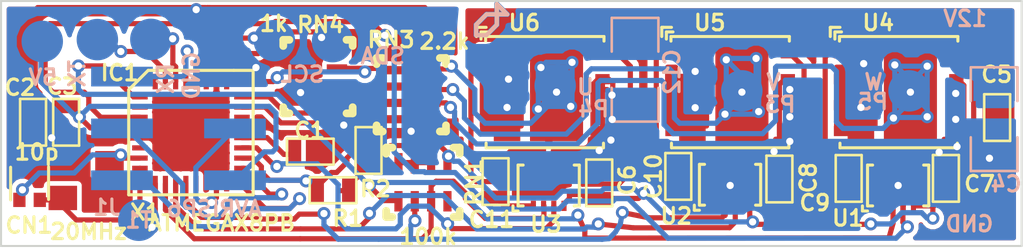
<source format=kicad_pcb>
(kicad_pcb (version 3) (host pcbnew "(2013-jul-07)-stable")

  (general
    (links 125)
    (no_connects 0)
    (area 105.030694 56.535 158.471466 74.6718)
    (thickness 1.6)
    (drawings 23)
    (tracks 1002)
    (zones 0)
    (modules 39)
    (nets 38)
  )

  (page A3)
  (layers
    (15 F.Cu signal)
    (0 B.Cu signal)
    (16 B.Adhes user)
    (17 F.Adhes user)
    (18 B.Paste user)
    (19 F.Paste user)
    (20 B.SilkS user)
    (21 F.SilkS user)
    (22 B.Mask user)
    (23 F.Mask user)
    (24 Dwgs.User user)
    (25 Cmts.User user)
    (26 Eco1.User user)
    (27 Eco2.User user)
    (28 Edge.Cuts user)
  )

  (setup
    (last_trace_width 0.254)
    (trace_clearance 0.2286)
    (zone_clearance 0.2286)
    (zone_45_only no)
    (trace_min 0.254)
    (segment_width 0.2)
    (edge_width 0.1)
    (via_size 0.635)
    (via_drill 0.3556)
    (via_min_size 0.635)
    (via_min_drill 0.3556)
    (uvia_size 0.508)
    (uvia_drill 0.127)
    (uvias_allowed no)
    (uvia_min_size 0.508)
    (uvia_min_drill 0.127)
    (pcb_text_width 0.3)
    (pcb_text_size 1.5 1.5)
    (mod_edge_width 0.15)
    (mod_text_size 0.762 0.762)
    (mod_text_width 0.1524)
    (pad_size 0.9 1.7)
    (pad_drill 0)
    (pad_to_mask_clearance 0.0254)
    (solder_mask_min_width 0.0254)
    (aux_axis_origin 0 0)
    (visible_elements FFFFFFBF)
    (pcbplotparams
      (layerselection 284196865)
      (usegerberextensions true)
      (excludeedgelayer false)
      (linewidth 0.150000)
      (plotframeref false)
      (viasonmask false)
      (mode 1)
      (useauxorigin false)
      (hpglpennumber 1)
      (hpglpenspeed 20)
      (hpglpendiameter 15)
      (hpglpenoverlay 2)
      (psnegative false)
      (psa4output false)
      (plotreference true)
      (plotvalue true)
      (plotothertext true)
      (plotinvisibletext false)
      (padsonsilk false)
      (subtractmaskfromsilk false)
      (outputformat 1)
      (mirror false)
      (drillshape 0)
      (scaleselection 1)
      (outputdirectory plots))
  )

  (net 0 "")
  (net 1 +12V)
  (net 2 +5V)
  (net 3 C1PWM)
  (net 4 C2PWM)
  (net 5 C3PWM)
  (net 6 DE_VOLTAGE)
  (net 7 E1)
  (net 8 E2)
  (net 9 E3)
  (net 10 GND)
  (net 11 N-0000011)
  (net 12 N-0000013)
  (net 13 N-0000014)
  (net 14 N-0000015)
  (net 15 N-0000016)
  (net 16 N-0000019)
  (net 17 N-0000020)
  (net 18 N-0000026)
  (net 19 N-0000027)
  (net 20 N-0000028)
  (net 21 N-0000029)
  (net 22 N-0000030)
  (net 23 N-0000031)
  (net 24 N-0000038)
  (net 25 N-000004)
  (net 26 N-0000040)
  (net 27 N-0000041)
  (net 28 N-000005)
  (net 29 N-000006)
  (net 30 N-000007)
  (net 31 N-000008)
  (net 32 U)
  (net 33 U')
  (net 34 V)
  (net 35 V')
  (net 36 W)
  (net 37 W')

  (net_class Default "This is the default net class."
    (clearance 0.2286)
    (trace_width 0.254)
    (via_dia 0.635)
    (via_drill 0.3556)
    (uvia_dia 0.508)
    (uvia_drill 0.127)
    (add_net "")
    (add_net +5V)
    (add_net C1PWM)
    (add_net C2PWM)
    (add_net C3PWM)
    (add_net DE_VOLTAGE)
    (add_net E1)
    (add_net E2)
    (add_net E3)
    (add_net N-0000011)
    (add_net N-0000013)
    (add_net N-0000014)
    (add_net N-0000015)
    (add_net N-0000016)
    (add_net N-0000019)
    (add_net N-0000020)
    (add_net N-0000026)
    (add_net N-0000027)
    (add_net N-0000028)
    (add_net N-0000029)
    (add_net N-0000030)
    (add_net N-0000031)
    (add_net N-0000038)
    (add_net N-000004)
    (add_net N-0000040)
    (add_net N-0000041)
    (add_net N-000005)
    (add_net N-000006)
    (add_net N-000007)
    (add_net N-000008)
    (add_net U')
    (add_net V')
    (add_net W')
  )

  (net_class Power ""
    (clearance 0.2286)
    (trace_width 0.254)
    (via_dia 0.635)
    (via_drill 0.3556)
    (uvia_dia 0.508)
    (uvia_drill 0.127)
    (add_net +12V)
    (add_net GND)
    (add_net U)
    (add_net V)
    (add_net W)
  )

  (module NETWORK1206 (layer F.Cu) (tedit 54B5A8DF) (tstamp 548C4AF1)
    (at 120.777 60.452 90)
    (path /548C2056)
    (fp_text reference RN4 (at 2.54 0.127 180) (layer F.SilkS)
      (effects (font (size 0.762 0.762) (thickness 0.1524)))
    )
    (fp_text value 1k (at 2.59588 -2.16662 180) (layer F.SilkS)
      (effects (font (size 0.762 0.762) (thickness 0.1524)))
    )
    (fp_line (start 1.8 1.4) (end 1.8 1.7) (layer F.SilkS) (width 0.381))
    (fp_line (start 1.8 1.7) (end 1.5 1.7) (layer F.SilkS) (width 0.381))
    (fp_line (start -1.8 -1.4) (end -1.8 -1.7) (layer F.SilkS) (width 0.381))
    (fp_line (start -1.8 -1.7) (end -1.5 -1.7) (layer F.SilkS) (width 0.381))
    (fp_line (start 1.5 -1.7) (end 1.8 -1.7) (layer F.SilkS) (width 0.381))
    (fp_line (start 1.8 -1.7) (end 1.8 -1.4) (layer F.SilkS) (width 0.381))
    (fp_line (start -1.8 1.4) (end -1.8 1.7) (layer F.SilkS) (width 0.381))
    (fp_line (start -1.8 1.7) (end -1.5 1.7) (layer F.SilkS) (width 0.381))
    (pad 1 smd rect (at -1.2 0.93 90) (size 0.4 1)
      (layers F.Cu F.Paste F.Mask)
      (net 37 W')
    )
    (pad 2 smd rect (at -0.4 0.93 90) (size 0.4 1)
      (layers F.Cu F.Paste F.Mask)
      (net 35 V')
    )
    (pad 3 smd rect (at 0.4 0.93 90) (size 0.4 1)
      (layers F.Cu F.Paste F.Mask)
      (net 33 U')
    )
    (pad 4 smd rect (at 1.2 0.93 90) (size 0.4 1)
      (layers F.Cu F.Paste F.Mask)
    )
    (pad 5 smd rect (at 1.2 -0.93 90) (size 0.4 1)
      (layers F.Cu F.Paste F.Mask)
      (net 10 GND)
    )
    (pad 6 smd rect (at 0.4 -0.93 90) (size 0.4 1)
      (layers F.Cu F.Paste F.Mask)
      (net 10 GND)
    )
    (pad 7 smd rect (at -0.4 -0.93 90) (size 0.4 1)
      (layers F.Cu F.Paste F.Mask)
      (net 10 GND)
    )
    (pad 8 smd rect (at -1.2 -0.93 90) (size 0.4 1)
      (layers F.Cu F.Paste F.Mask)
      (net 10 GND)
    )
  )

  (module NETWORK1206 (layer F.Cu) (tedit 54B53C05) (tstamp 548C4B19)
    (at 125.92 65.63)
    (path /548BE9CD)
    (fp_text reference RN1 (at 2.5 0 90) (layer F.SilkS)
      (effects (font (size 0.762 0.762) (thickness 0.1524)))
    )
    (fp_text value 100k (at 0.254 2.667) (layer F.SilkS)
      (effects (font (size 0.762 0.762) (thickness 0.1524)))
    )
    (fp_line (start 1.8 1.4) (end 1.8 1.7) (layer F.SilkS) (width 0.381))
    (fp_line (start 1.8 1.7) (end 1.5 1.7) (layer F.SilkS) (width 0.381))
    (fp_line (start -1.8 -1.4) (end -1.8 -1.7) (layer F.SilkS) (width 0.381))
    (fp_line (start -1.8 -1.7) (end -1.5 -1.7) (layer F.SilkS) (width 0.381))
    (fp_line (start 1.5 -1.7) (end 1.8 -1.7) (layer F.SilkS) (width 0.381))
    (fp_line (start 1.8 -1.7) (end 1.8 -1.4) (layer F.SilkS) (width 0.381))
    (fp_line (start -1.8 1.4) (end -1.8 1.7) (layer F.SilkS) (width 0.381))
    (fp_line (start -1.8 1.7) (end -1.5 1.7) (layer F.SilkS) (width 0.381))
    (pad 1 smd rect (at -1.2 0.93) (size 0.4 1)
      (layers F.Cu F.Paste F.Mask)
      (net 3 C1PWM)
    )
    (pad 2 smd rect (at -0.4 0.93) (size 0.4 1)
      (layers F.Cu F.Paste F.Mask)
      (net 4 C2PWM)
    )
    (pad 3 smd rect (at 0.4 0.93) (size 0.4 1)
      (layers F.Cu F.Paste F.Mask)
      (net 5 C3PWM)
    )
    (pad 4 smd rect (at 1.2 0.93) (size 0.4 1)
      (layers F.Cu F.Paste F.Mask)
    )
    (pad 5 smd rect (at 1.2 -0.93) (size 0.4 1)
      (layers F.Cu F.Paste F.Mask)
      (net 2 +5V)
    )
    (pad 6 smd rect (at 0.4 -0.93) (size 0.4 1)
      (layers F.Cu F.Paste F.Mask)
      (net 6 DE_VOLTAGE)
    )
    (pad 7 smd rect (at -0.4 -0.93) (size 0.4 1)
      (layers F.Cu F.Paste F.Mask)
      (net 6 DE_VOLTAGE)
    )
    (pad 8 smd rect (at -1.2 -0.93) (size 0.4 1)
      (layers F.Cu F.Paste F.Mask)
      (net 6 DE_VOLTAGE)
    )
  )

  (module SM0603 (layer F.Cu) (tedit 54B5A97D) (tstamp 548C4A8F)
    (at 106.82 62.69 270)
    (path /548C05CE)
    (attr smd)
    (fp_text reference C2 (at -1.7046 0.63784 360) (layer F.SilkS)
      (effects (font (size 0.762 0.762) (thickness 0.1524)))
    )
    (fp_text value .1u (at 0 0 270) (layer F.SilkS) hide
      (effects (font (size 0.762 0.762) (thickness 0.1524)))
    )
    (fp_line (start -1.143 -0.635) (end 1.143 -0.635) (layer F.SilkS) (width 0.127))
    (fp_line (start 1.143 -0.635) (end 1.143 0.635) (layer F.SilkS) (width 0.127))
    (fp_line (start 1.143 0.635) (end -1.143 0.635) (layer F.SilkS) (width 0.127))
    (fp_line (start -1.143 0.635) (end -1.143 -0.635) (layer F.SilkS) (width 0.127))
    (pad 1 smd rect (at -0.762 0 270) (size 0.635 1.143)
      (layers F.Cu F.Paste F.Mask)
      (net 2 +5V)
    )
    (pad 2 smd rect (at 0.762 0 270) (size 0.635 1.143)
      (layers F.Cu F.Paste F.Mask)
      (net 10 GND)
    )
    (model smd\resistors\R0603.wrl
      (at (xyz 0 0 0.001))
      (scale (xyz 0.5 0.5 0.5))
      (rotate (xyz 0 0 0))
    )
  )

  (module SM0603 (layer F.Cu) (tedit 54B5A980) (tstamp 548C4AD0)
    (at 108.44 62.69 270)
    (path /548C068B)
    (attr smd)
    (fp_text reference C3 (at -1.75794 0.19536 360) (layer F.SilkS)
      (effects (font (size 0.762 0.762) (thickness 0.1524)))
    )
    (fp_text value 10u (at 0 0 270) (layer F.SilkS) hide
      (effects (font (size 0.762 0.762) (thickness 0.1524)))
    )
    (fp_line (start -1.143 -0.635) (end 1.143 -0.635) (layer F.SilkS) (width 0.127))
    (fp_line (start 1.143 -0.635) (end 1.143 0.635) (layer F.SilkS) (width 0.127))
    (fp_line (start 1.143 0.635) (end -1.143 0.635) (layer F.SilkS) (width 0.127))
    (fp_line (start -1.143 0.635) (end -1.143 -0.635) (layer F.SilkS) (width 0.127))
    (pad 1 smd rect (at -0.762 0 270) (size 0.635 1.143)
      (layers F.Cu F.Paste F.Mask)
      (net 2 +5V)
    )
    (pad 2 smd rect (at 0.762 0 270) (size 0.635 1.143)
      (layers F.Cu F.Paste F.Mask)
      (net 10 GND)
    )
    (model smd\resistors\R0603.wrl
      (at (xyz 0 0 0.001))
      (scale (xyz 0.5 0.5 0.5))
      (rotate (xyz 0 0 0))
    )
  )

  (module QFN32 (layer F.Cu) (tedit 54B5A8CB) (tstamp 54B53A46)
    (at 114.554 63.1952)
    (descr "Support CMS Plcc 32 pins")
    (tags "CMS Plcc")
    (path /548B2F21)
    (attr smd)
    (fp_text reference IC1 (at -3.484 -2.9252) (layer F.SilkS)
      (effects (font (size 0.762 0.762) (thickness 0.1524)))
    )
    (fp_text value ATMEGAX8PB (at 1.4986 4.4323) (layer F.SilkS)
      (effects (font (size 0.762 0.762) (thickness 0.1524)))
    )
    (fp_line (start -2.0955 -3.048) (end 2.0955 -3.048) (layer F.SilkS) (width 0.1524))
    (fp_line (start 2.0955 -3.048) (end 3.048 -3.048) (layer F.SilkS) (width 0.1524))
    (fp_line (start 3.048 -3.048) (end 3.048 3.048) (layer F.SilkS) (width 0.1524))
    (fp_line (start 3.048 3.048) (end -3.048 3.048) (layer F.SilkS) (width 0.1524))
    (fp_line (start -3.048 3.048) (end -3.048 -2.0955) (layer F.SilkS) (width 0.1524))
    (fp_line (start -3.048 -2.0955) (end -2.0955 -3.048) (layer F.SilkS) (width 0.1524))
    (pad 31 smd rect (at -1.24968 -2.49936) (size 0.254 0.762)
      (layers F.Cu F.Paste F.Mask)
      (net 18 N-0000026)
    )
    (pad 30 smd rect (at -0.7493 -2.49936) (size 0.254 0.762)
      (layers F.Cu F.Paste F.Mask)
      (net 19 N-0000027)
    )
    (pad 29 smd rect (at -0.24892 -2.49936) (size 0.254 0.762)
      (layers F.Cu F.Paste F.Mask)
      (net 27 N-0000041)
    )
    (pad 32 smd rect (at -1.75006 -2.49936) (size 0.254 0.762)
      (layers F.Cu F.Paste F.Mask)
    )
    (pad 1 smd rect (at -2.49936 -1.75006 90) (size 0.254 0.762)
      (layers F.Cu F.Paste F.Mask)
      (net 3 C1PWM)
    )
    (pad 2 smd rect (at -2.49936 -1.24968 90) (size 0.254 0.762)
      (layers F.Cu F.Paste F.Mask)
    )
    (pad 3 smd rect (at -2.49936 -0.7493 90) (size 0.254 0.762)
      (layers F.Cu F.Paste F.Mask)
      (net 7 E1)
    )
    (pad 4 smd rect (at -2.49936 -0.24892 90) (size 0.254 0.762)
      (layers F.Cu F.Paste F.Mask)
      (net 2 +5V)
    )
    (pad 5 smd rect (at -2.49936 0.24892 90) (size 0.254 0.762)
      (layers F.Cu F.Paste F.Mask)
      (net 10 GND)
    )
    (pad 6 smd rect (at -2.49936 0.7493 90) (size 0.254 0.762)
      (layers F.Cu F.Paste F.Mask)
    )
    (pad 7 smd rect (at -2.49936 1.24968 90) (size 0.254 0.762)
      (layers F.Cu F.Paste F.Mask)
      (net 28 N-000005)
    )
    (pad 8 smd rect (at -2.49936 1.75006 90) (size 0.254 0.762)
      (layers F.Cu F.Paste F.Mask)
      (net 29 N-000006)
    )
    (pad 16 smd rect (at 1.75006 2.49936) (size 0.254 0.762)
      (layers F.Cu F.Paste F.Mask)
      (net 15 N-0000016)
    )
    (pad 9 smd rect (at -1.75006 2.49936) (size 0.254 0.762)
      (layers F.Cu F.Paste F.Mask)
      (net 26 N-0000040)
    )
    (pad 10 smd rect (at -1.24968 2.49936) (size 0.254 0.762)
      (layers F.Cu F.Paste F.Mask)
      (net 5 C3PWM)
    )
    (pad 11 smd rect (at -0.7493 2.49936) (size 0.254 0.762)
      (layers F.Cu F.Paste F.Mask)
      (net 8 E2)
    )
    (pad 12 smd rect (at -0.24892 2.49936) (size 0.254 0.762)
      (layers F.Cu F.Paste F.Mask)
      (net 4 C2PWM)
    )
    (pad 13 smd rect (at 0.24892 2.49936) (size 0.254 0.762)
      (layers F.Cu F.Paste F.Mask)
    )
    (pad 14 smd rect (at 0.7493 2.49936) (size 0.254 0.762)
      (layers F.Cu F.Paste F.Mask)
      (net 10 GND)
    )
    (pad 15 smd rect (at 1.24968 2.49936) (size 0.254 0.762)
      (layers F.Cu F.Paste F.Mask)
      (net 14 N-0000015)
    )
    (pad 17 smd rect (at 2.49936 1.75006 90) (size 0.254 0.762)
      (layers F.Cu F.Paste F.Mask)
      (net 13 N-0000014)
    )
    (pad 18 smd rect (at 2.49936 1.24968 90) (size 0.254 0.762)
      (layers F.Cu F.Paste F.Mask)
      (net 2 +5V)
    )
    (pad 19 smd rect (at 2.49936 0.7493 90) (size 0.254 0.762)
      (layers F.Cu F.Paste F.Mask)
      (net 9 E3)
    )
    (pad 20 smd rect (at 2.49936 0.24892 90) (size 0.254 0.762)
      (layers F.Cu F.Paste F.Mask)
      (net 11 N-0000011)
    )
    (pad 21 smd rect (at 2.49936 -0.24892 90) (size 0.254 0.762)
      (layers F.Cu F.Paste F.Mask)
      (net 10 GND)
    )
    (pad 22 smd rect (at 2.49936 -0.7493 90) (size 0.254 0.762)
      (layers F.Cu F.Paste F.Mask)
    )
    (pad 23 smd rect (at 2.49936 -1.24968 90) (size 0.254 0.762)
      (layers F.Cu F.Paste F.Mask)
      (net 37 W')
    )
    (pad 24 smd rect (at 2.49936 -1.75006 90) (size 0.254 0.762)
      (layers F.Cu F.Paste F.Mask)
      (net 35 V')
    )
    (pad 25 smd rect (at 1.75006 -2.49936) (size 0.254 0.762)
      (layers F.Cu F.Paste F.Mask)
      (net 33 U')
    )
    (pad 26 smd rect (at 1.24968 -2.49936) (size 0.254 0.762)
      (layers F.Cu F.Paste F.Mask)
      (net 10 GND)
    )
    (pad 27 smd rect (at 0.7493 -2.49936) (size 0.254 0.762)
      (layers F.Cu F.Paste F.Mask)
      (net 21 N-0000029)
    )
    (pad 28 smd rect (at 0.24892 -2.49936) (size 0.254 0.762)
      (layers F.Cu F.Paste F.Mask)
      (net 20 N-0000028)
    )
    (pad 33 smd rect (at 0 0) (size 2.99974 2.99974)
      (layers F.Cu F.Paste F.Mask)
      (net 10 GND)
    )
  )

  (module NETWORK1206 (layer F.Cu) (tedit 54B54771) (tstamp 548C4B05)
    (at 125.349 61.341 270)
    (path /548C2050)
    (fp_text reference RN3 (at -2.6924 0.9906 360) (layer F.SilkS)
      (effects (font (size 0.762 0.762) (thickness 0.1524)))
    )
    (fp_text value 2.2k (at -2.6162 -1.6256 360) (layer F.SilkS)
      (effects (font (size 0.762 0.762) (thickness 0.1524)))
    )
    (fp_line (start 1.8 1.4) (end 1.8 1.7) (layer F.SilkS) (width 0.381))
    (fp_line (start 1.8 1.7) (end 1.5 1.7) (layer F.SilkS) (width 0.381))
    (fp_line (start -1.8 -1.4) (end -1.8 -1.7) (layer F.SilkS) (width 0.381))
    (fp_line (start -1.8 -1.7) (end -1.5 -1.7) (layer F.SilkS) (width 0.381))
    (fp_line (start 1.5 -1.7) (end 1.8 -1.7) (layer F.SilkS) (width 0.381))
    (fp_line (start 1.8 -1.7) (end 1.8 -1.4) (layer F.SilkS) (width 0.381))
    (fp_line (start -1.8 1.4) (end -1.8 1.7) (layer F.SilkS) (width 0.381))
    (fp_line (start -1.8 1.7) (end -1.5 1.7) (layer F.SilkS) (width 0.381))
    (pad 1 smd rect (at -1.2 0.93 270) (size 0.4 1)
      (layers F.Cu F.Paste F.Mask)
      (net 33 U')
    )
    (pad 2 smd rect (at -0.4 0.93 270) (size 0.4 1)
      (layers F.Cu F.Paste F.Mask)
      (net 35 V')
    )
    (pad 3 smd rect (at 0.4 0.93 270) (size 0.4 1)
      (layers F.Cu F.Paste F.Mask)
      (net 37 W')
    )
    (pad 4 smd rect (at 1.2 0.93 270) (size 0.4 1)
      (layers F.Cu F.Paste F.Mask)
    )
    (pad 5 smd rect (at 1.2 -0.93 270) (size 0.4 1)
      (layers F.Cu F.Paste F.Mask)
    )
    (pad 6 smd rect (at 0.4 -0.93 270) (size 0.4 1)
      (layers F.Cu F.Paste F.Mask)
      (net 36 W)
    )
    (pad 7 smd rect (at -0.4 -0.93 270) (size 0.4 1)
      (layers F.Cu F.Paste F.Mask)
      (net 34 V)
    )
    (pad 8 smd rect (at -1.2 -0.93 270) (size 0.4 1)
      (layers F.Cu F.Paste F.Mask)
      (net 32 U)
    )
  )

  (module SM0603 (layer F.Cu) (tedit 54B5A382) (tstamp 548D2B2B)
    (at 146.77644 65.44056 90)
    (path /548C4287)
    (attr smd)
    (fp_text reference C9 (at -1.19944 -1.65644 180) (layer F.SilkS)
      (effects (font (size 0.762 0.762) (thickness 0.1524)))
    )
    (fp_text value .027uF (at 0 0 90) (layer F.SilkS) hide
      (effects (font (size 0.762 0.762) (thickness 0.1524)))
    )
    (fp_line (start -1.143 -0.635) (end 1.143 -0.635) (layer F.SilkS) (width 0.127))
    (fp_line (start 1.143 -0.635) (end 1.143 0.635) (layer F.SilkS) (width 0.127))
    (fp_line (start 1.143 0.635) (end -1.143 0.635) (layer F.SilkS) (width 0.127))
    (fp_line (start -1.143 0.635) (end -1.143 -0.635) (layer F.SilkS) (width 0.127))
    (pad 1 smd rect (at -0.762 0 90) (size 0.635 1.143)
      (layers F.Cu F.Paste F.Mask)
      (net 25 N-000004)
    )
    (pad 2 smd rect (at 0.762 0 90) (size 0.635 1.143)
      (layers F.Cu F.Paste F.Mask)
      (net 36 W)
    )
    (model smd\resistors\R0603.wrl
      (at (xyz 0 0 0.001))
      (scale (xyz 0.5 0.5 0.5))
      (rotate (xyz 0 0 0))
    )
  )

  (module SM0603 (layer F.Cu) (tedit 54B5A37B) (tstamp 548D2B35)
    (at 138.43 65.3415 90)
    (path /548C456E)
    (attr smd)
    (fp_text reference C10 (at 0.0015 -1.22 90) (layer F.SilkS)
      (effects (font (size 0.762 0.762) (thickness 0.1524)))
    )
    (fp_text value .027uF (at 0 0 90) (layer F.SilkS) hide
      (effects (font (size 0.762 0.762) (thickness 0.1524)))
    )
    (fp_line (start -1.143 -0.635) (end 1.143 -0.635) (layer F.SilkS) (width 0.127))
    (fp_line (start 1.143 -0.635) (end 1.143 0.635) (layer F.SilkS) (width 0.127))
    (fp_line (start 1.143 0.635) (end -1.143 0.635) (layer F.SilkS) (width 0.127))
    (fp_line (start -1.143 0.635) (end -1.143 -0.635) (layer F.SilkS) (width 0.127))
    (pad 1 smd rect (at -0.762 0 90) (size 0.635 1.143)
      (layers F.Cu F.Paste F.Mask)
      (net 30 N-000007)
    )
    (pad 2 smd rect (at 0.762 0 90) (size 0.635 1.143)
      (layers F.Cu F.Paste F.Mask)
      (net 34 V)
    )
    (model smd\resistors\R0603.wrl
      (at (xyz 0 0 0.001))
      (scale (xyz 0.5 0.5 0.5))
      (rotate (xyz 0 0 0))
    )
  )

  (module SM0603 (layer F.Cu) (tedit 54B5AB1A) (tstamp 548D2B3F)
    (at 129.4765 65.5955 90)
    (path /548C4781)
    (attr smd)
    (fp_text reference C11 (at -1.86182 -0.19812 180) (layer F.SilkS)
      (effects (font (size 0.762 0.762) (thickness 0.1524)))
    )
    (fp_text value .027uF (at 0 0 90) (layer F.SilkS) hide
      (effects (font (size 0.762 0.762) (thickness 0.1524)))
    )
    (fp_line (start -1.143 -0.635) (end 1.143 -0.635) (layer F.SilkS) (width 0.127))
    (fp_line (start 1.143 -0.635) (end 1.143 0.635) (layer F.SilkS) (width 0.127))
    (fp_line (start 1.143 0.635) (end -1.143 0.635) (layer F.SilkS) (width 0.127))
    (fp_line (start -1.143 0.635) (end -1.143 -0.635) (layer F.SilkS) (width 0.127))
    (pad 1 smd rect (at -0.762 0 90) (size 0.635 1.143)
      (layers F.Cu F.Paste F.Mask)
      (net 31 N-000008)
    )
    (pad 2 smd rect (at 0.762 0 90) (size 0.635 1.143)
      (layers F.Cu F.Paste F.Mask)
      (net 32 U)
    )
    (model smd\resistors\R0603.wrl
      (at (xyz 0 0 0.001))
      (scale (xyz 0.5 0.5 0.5))
      (rotate (xyz 0 0 0))
    )
  )

  (module SM0603 (layer F.Cu) (tedit 54B5AB25) (tstamp 548C4AA9)
    (at 134.5565 65.659 270)
    (path /548C12E1)
    (attr smd)
    (fp_text reference C6 (at -0.1397 -1.3716 270) (layer F.SilkS)
      (effects (font (size 0.762 0.762) (thickness 0.1524)))
    )
    (fp_text value 10u (at 0 0 270) (layer F.SilkS) hide
      (effects (font (size 0.762 0.762) (thickness 0.1524)))
    )
    (fp_line (start -1.143 -0.635) (end 1.143 -0.635) (layer F.SilkS) (width 0.127))
    (fp_line (start 1.143 -0.635) (end 1.143 0.635) (layer F.SilkS) (width 0.127))
    (fp_line (start 1.143 0.635) (end -1.143 0.635) (layer F.SilkS) (width 0.127))
    (fp_line (start -1.143 0.635) (end -1.143 -0.635) (layer F.SilkS) (width 0.127))
    (pad 1 smd rect (at -0.762 0 270) (size 0.635 1.143)
      (layers F.Cu F.Paste F.Mask)
      (net 10 GND)
    )
    (pad 2 smd rect (at 0.762 0 270) (size 0.635 1.143)
      (layers F.Cu F.Paste F.Mask)
      (net 2 +5V)
    )
    (model smd\resistors\R0603.wrl
      (at (xyz 0 0 0.001))
      (scale (xyz 0.5 0.5 0.5))
      (rotate (xyz 0 0 0))
    )
  )

  (module SM0603 (layer F.Cu) (tedit 54B5A38F) (tstamp 548C4AB6)
    (at 151.53894 65.43802 270)
    (path /548C114B)
    (attr smd)
    (fp_text reference C7 (at 0.27198 -1.65106 360) (layer F.SilkS)
      (effects (font (size 0.762 0.762) (thickness 0.1524)))
    )
    (fp_text value .1u (at 0 0 270) (layer F.SilkS) hide
      (effects (font (size 0.762 0.762) (thickness 0.1524)))
    )
    (fp_line (start -1.143 -0.635) (end 1.143 -0.635) (layer F.SilkS) (width 0.127))
    (fp_line (start 1.143 -0.635) (end 1.143 0.635) (layer F.SilkS) (width 0.127))
    (fp_line (start 1.143 0.635) (end -1.143 0.635) (layer F.SilkS) (width 0.127))
    (fp_line (start -1.143 0.635) (end -1.143 -0.635) (layer F.SilkS) (width 0.127))
    (pad 1 smd rect (at -0.762 0 270) (size 0.635 1.143)
      (layers F.Cu F.Paste F.Mask)
      (net 10 GND)
    )
    (pad 2 smd rect (at 0.762 0 270) (size 0.635 1.143)
      (layers F.Cu F.Paste F.Mask)
      (net 2 +5V)
    )
    (model smd\resistors\R0603.wrl
      (at (xyz 0 0 0.001))
      (scale (xyz 0.5 0.5 0.5))
      (rotate (xyz 0 0 0))
    )
  )

  (module SM0603 (layer F.Cu) (tedit 54B5A37D) (tstamp 548C4AC3)
    (at 143.383 65.4685 270)
    (path /548C0FC7)
    (attr smd)
    (fp_text reference C8 (at -0.0585 -1.417 270) (layer F.SilkS)
      (effects (font (size 0.762 0.762) (thickness 0.1524)))
    )
    (fp_text value 10u (at 0 0 270) (layer F.SilkS) hide
      (effects (font (size 0.762 0.762) (thickness 0.1524)))
    )
    (fp_line (start -1.143 -0.635) (end 1.143 -0.635) (layer F.SilkS) (width 0.127))
    (fp_line (start 1.143 -0.635) (end 1.143 0.635) (layer F.SilkS) (width 0.127))
    (fp_line (start 1.143 0.635) (end -1.143 0.635) (layer F.SilkS) (width 0.127))
    (fp_line (start -1.143 0.635) (end -1.143 -0.635) (layer F.SilkS) (width 0.127))
    (pad 1 smd rect (at -0.762 0 270) (size 0.635 1.143)
      (layers F.Cu F.Paste F.Mask)
      (net 10 GND)
    )
    (pad 2 smd rect (at 0.762 0 270) (size 0.635 1.143)
      (layers F.Cu F.Paste F.Mask)
      (net 2 +5V)
    )
    (model smd\resistors\R0603.wrl
      (at (xyz 0 0 0.001))
      (scale (xyz 0.5 0.5 0.5))
      (rotate (xyz 0 0 0))
    )
  )

  (module RIBBON6SMT (layer B.Cu) (tedit 54B53A0A) (tstamp 548C6AB3)
    (at 116.713 65.532 90)
    (path /548B30C1)
    (fp_text reference J1 (at -1.3335 -6.2865 180) (layer B.SilkS)
      (effects (font (size 0.762 0.762) (thickness 0.1524)) (justify mirror))
    )
    (fp_text value AVRISP6 (at -1.397 -1.016 180) (layer B.SilkS)
      (effects (font (size 0.762 0.762) (thickness 0.1524)) (justify mirror))
    )
    (pad 2 smd rect (at 0 0 90) (size 0.9652 3.0226)
      (layers B.Cu B.Paste B.Mask)
      (net 2 +5V)
    )
    (pad 4 smd rect (at 2.54 0 90) (size 0.9652 3.0226)
      (layers B.Cu B.Paste B.Mask)
      (net 14 N-0000015)
    )
    (pad 6 smd rect (at 5.08 0 90) (size 0.9652 3.0226)
      (layers B.Cu B.Paste B.Mask)
      (net 10 GND)
    )
    (pad 1 smd rect (at 0 -5.5372 90) (size 0.9652 3.0226)
      (layers B.Cu B.Paste B.Mask)
      (net 15 N-0000016)
    )
    (pad 3 smd rect (at 2.54 -5.5372 90) (size 0.9652 3.0226)
      (layers B.Cu B.Paste B.Mask)
      (net 13 N-0000014)
    )
    (pad 5 smd rect (at 5.08 -5.5372 90) (size 0.9652 3.0226)
      (layers B.Cu B.Paste B.Mask)
      (net 27 N-0000041)
    )
  )

  (module XTAL4P (layer F.Cu) (tedit 54B5A847) (tstamp 548CE22A)
    (at 110.56366 66.39814 180)
    (path /548CE5C7)
    (fp_text reference X1 (at -1.7526 -0.70358 180) (layer F.SilkS)
      (effects (font (size 0.762 0.762) (thickness 0.1524)))
    )
    (fp_text value 20MHz (at 1.02108 -1.64592 180) (layer F.SilkS)
      (effects (font (size 0.762 0.762) (thickness 0.1524)))
    )
    (pad 4 smd rect (at 0 0 180) (size 1.397 1.1938)
      (layers F.Cu F.Paste F.Mask)
      (net 10 GND)
    )
    (pad 1 smd rect (at 0 1.7018 180) (size 1.397 1.1938)
      (layers F.Cu F.Paste F.Mask)
      (net 28 N-000005)
    )
    (pad 3 smd rect (at 2.286 1.7018 180) (size 1.397 1.1938)
      (layers F.Cu F.Paste F.Mask)
      (net 10 GND)
    )
    (pad 2 smd rect (at 2.286 0 180) (size 1.397 1.1938)
      (layers F.Cu F.Paste F.Mask)
      (net 29 N-000006)
    )
  )

  (module .1SMTPIN (layer B.Cu) (tedit 54B561CD) (tstamp 548CE22F)
    (at 107.27 58.73)
    (path /548CF0D0)
    (fp_text reference P6 (at 0 0) (layer B.SilkS) hide
      (effects (font (size 0.762 0.762) (thickness 0.1524)) (justify mirror))
    )
    (fp_text value 5V (at 0.03 1.76) (layer B.SilkS)
      (effects (font (size 0.762 0.762) (thickness 0.1524)) (justify mirror))
    )
    (pad 1 smd circle (at 0 0) (size 2.032 2.032)
      (layers B.Cu B.Paste B.Mask)
      (net 2 +5V)
    )
  )

  (module .1SMTPIN (layer B.Cu) (tedit 54B542DF) (tstamp 548CE234)
    (at 115.77066 58.43778)
    (path /548CF0DD)
    (fp_text reference P7 (at 0 0) (layer B.SilkS) hide
      (effects (font (size 0.762 0.762) (thickness 0.1524)) (justify mirror))
    )
    (fp_text value GND (at -1.18872 1.96596 90) (layer B.SilkS)
      (effects (font (size 0.762 0.762) (thickness 0.1524)) (justify mirror))
    )
    (pad 1 smd circle (at 0 0) (size 2.032 2.032)
      (layers B.Cu B.Paste B.Mask)
      (net 10 GND)
    )
  )

  (module .1SMTPIN (layer B.Cu) (tedit 54B542BF) (tstamp 548CE239)
    (at 109.97 58.64)
    (path /548CF475)
    (fp_text reference P9 (at 0 0) (layer B.SilkS) hide
      (effects (font (size 0.762 0.762) (thickness 0.1524)) (justify mirror))
    )
    (fp_text value TX (at -0.99314 1.66878 90) (layer B.SilkS)
      (effects (font (size 0.762 0.762) (thickness 0.1524)) (justify mirror))
    )
    (pad 1 smd circle (at 0 0) (size 2.032 2.032)
      (layers B.Cu B.Paste B.Mask)
      (net 18 N-0000026)
    )
  )

  (module .1SMTPIN (layer B.Cu) (tedit 54B542AF) (tstamp 548CE23E)
    (at 112.59 58.63)
    (path /548CF47B)
    (fp_text reference P10 (at 0 0) (layer B.SilkS) hide
      (effects (font (size 0.762 0.762) (thickness 0.1524)) (justify mirror))
    )
    (fp_text value RX (at 0.72898 1.92024 90) (layer B.SilkS)
      (effects (font (size 0.762 0.762) (thickness 0.1524)) (justify mirror))
    )
    (pad 1 smd circle (at 0 0) (size 2.032 2.032)
      (layers B.Cu B.Paste B.Mask)
      (net 19 N-0000027)
    )
  )

  (module .1SMTPIN (layer B.Cu) (tedit 54B54178) (tstamp 548CE243)
    (at 118.64 58.69)
    (path /548CF481)
    (fp_text reference P11 (at 0 0) (layer B.SilkS) hide
      (effects (font (size 0.762 0.762) (thickness 0.1524)) (justify mirror))
    )
    (fp_text value SCL (at 1.37276 1.64974) (layer B.SilkS)
      (effects (font (size 0.762 0.762) (thickness 0.1524)) (justify mirror))
    )
    (pad 1 smd circle (at 0 0) (size 2.032 2.032)
      (layers B.Cu B.Paste B.Mask)
      (net 20 N-0000028)
    )
  )

  (module .1SMTPIN (layer B.Cu) (tedit 54B5417F) (tstamp 548CE248)
    (at 121.49 58.74)
    (path /548CF487)
    (fp_text reference P12 (at 0 0) (layer B.SilkS) hide
      (effects (font (size 0.762 0.762) (thickness 0.1524)) (justify mirror))
    )
    (fp_text value SDA (at 2.46216 0.7074) (layer B.SilkS)
      (effects (font (size 0.762 0.762) (thickness 0.1524)) (justify mirror))
    )
    (pad 1 smd circle (at 0 0) (size 2.032 2.032)
      (layers B.Cu B.Paste B.Mask)
      (net 21 N-0000029)
    )
  )

  (module .1SMTPIN (layer B.Cu) (tedit 548CE305) (tstamp 548CE24D)
    (at 112 67.49)
    (path /548CFABC)
    (fp_text reference P8 (at 0 0) (layer B.SilkS) hide
      (effects (font (size 0.762 0.762) (thickness 0.1524)) (justify mirror))
    )
    (fp_text value T1 (at 0 0) (layer B.SilkS)
      (effects (font (size 0.762 0.762) (thickness 0.1524)) (justify mirror))
    )
    (pad 1 smd circle (at 0 0) (size 2.032 2.032)
      (layers B.Cu B.Paste B.Mask)
      (net 26 N-0000040)
    )
  )

  (module NETWORK0606 (layer F.Cu) (tedit 54B5A83E) (tstamp 548CE3D0)
    (at 106.64952 65.69202 90)
    (path /548CE5D6)
    (fp_text reference CN1 (at -2.0447 -0.0254 180) (layer F.SilkS)
      (effects (font (size 0.762 0.762) (thickness 0.1524)))
    )
    (fp_text value 10p (at 1.5367 0.3556 180) (layer F.SilkS)
      (effects (font (size 0.762 0.762) (thickness 0.1524)))
    )
    (fp_line (start 0.8 -0.93) (end -0.8 -0.93) (layer F.SilkS) (width 0.15))
    (fp_line (start -0.78 0.93) (end 0.82 0.93) (layer F.SilkS) (width 0.15))
    (pad 1 smd rect (at -0.8 -0.5 90) (size 0.7 0.6)
      (layers F.Cu F.Paste F.Mask)
      (net 28 N-000005)
    )
    (pad 2 smd rect (at 0.8 -0.5 90) (size 0.7 0.6)
      (layers F.Cu F.Paste F.Mask)
      (net 10 GND)
    )
    (pad 3 smd rect (at -0.8 0.5 90) (size 0.7 0.6)
      (layers F.Cu F.Paste F.Mask)
      (net 29 N-000006)
    )
    (pad 4 smd rect (at 0.8 0.5 90) (size 0.7 0.6)
      (layers F.Cu F.Paste F.Mask)
      (net 10 GND)
    )
  )

  (module DFN8 (layer F.Cu) (tedit 54B42908) (tstamp 548D2A04)
    (at 149.1996 65.786)
    (path /548B2F12)
    (fp_text reference U1 (at -2.4638 1.6002) (layer F.SilkS)
      (effects (font (size 0.762 0.762) (thickness 0.1524)))
    )
    (fp_text value NCP5901B (at 0.275 8.2) (layer F.SilkS) hide
      (effects (font (size 0.762 0.762) (thickness 0.1524)))
    )
    (fp_line (start -1.75 1) (end -1.75 1.25) (layer F.SilkS) (width 0.15))
    (fp_line (start -1.75 1.25) (end -1.5 1.25) (layer F.SilkS) (width 0.15))
    (fp_line (start 1.25 -1) (end 1.5 -1) (layer F.SilkS) (width 0.15))
    (fp_line (start 1.5 -1) (end 1.5 1) (layer F.SilkS) (width 0.15))
    (fp_line (start 1.5 1) (end 1.25 1) (layer F.SilkS) (width 0.15))
    (fp_line (start -1.25 -1) (end -1.5 -1) (layer F.SilkS) (width 0.15))
    (fp_line (start -1.5 -1) (end -1.5 1) (layer F.SilkS) (width 0.15))
    (fp_line (start -1.5 1) (end -1.25 1) (layer F.SilkS) (width 0.15))
    (pad 1 smd rect (at -0.75 1) (size 0.25 0.5)
      (layers F.Cu F.Paste F.Mask)
      (net 25 N-000004)
    )
    (pad 2 smd rect (at -0.25 1) (size 0.25 0.5)
      (layers F.Cu F.Paste F.Mask)
      (net 3 C1PWM)
    )
    (pad 3 smd rect (at 0.25 1) (size 0.25 0.5)
      (layers F.Cu F.Paste F.Mask)
      (net 7 E1)
    )
    (pad 4 smd rect (at 0.75 1) (size 0.25 0.5)
      (layers F.Cu F.Paste F.Mask)
      (net 2 +5V)
    )
    (pad 5 smd rect (at 0.75 -1) (size 0.25 0.5)
      (layers F.Cu F.Paste F.Mask)
      (net 24 N-0000038)
    )
    (pad 6 smd rect (at 0.25 -1) (size 0.25 0.5)
      (layers F.Cu F.Paste F.Mask)
      (net 10 GND)
    )
    (pad 7 smd rect (at -0.25 -1) (size 0.25 0.5)
      (layers F.Cu F.Paste F.Mask)
      (net 36 W)
    )
    (pad 8 smd rect (at -0.75 -1) (size 0.25 0.5)
      (layers F.Cu F.Paste F.Mask)
      (net 12 N-0000013)
    )
    (pad PAD smd rect (at 0 0) (size 1.3 0.9)
      (layers F.Cu F.Paste F.Mask)
      (net 10 GND)
    )
  )

  (module DFN8 (layer F.Cu) (tedit 54B5A377) (tstamp 548D2A18)
    (at 140.96492 65.75044)
    (path /548B7398)
    (fp_text reference U2 (at -2.63492 1.52956) (layer F.SilkS)
      (effects (font (size 0.762 0.762) (thickness 0.1524)))
    )
    (fp_text value NCP5901B (at 0.25 2.25) (layer F.SilkS) hide
      (effects (font (size 0.762 0.762) (thickness 0.1524)))
    )
    (fp_line (start -1.75 1) (end -1.75 1.25) (layer F.SilkS) (width 0.15))
    (fp_line (start -1.75 1.25) (end -1.5 1.25) (layer F.SilkS) (width 0.15))
    (fp_line (start 1.25 -1) (end 1.5 -1) (layer F.SilkS) (width 0.15))
    (fp_line (start 1.5 -1) (end 1.5 1) (layer F.SilkS) (width 0.15))
    (fp_line (start 1.5 1) (end 1.25 1) (layer F.SilkS) (width 0.15))
    (fp_line (start -1.25 -1) (end -1.5 -1) (layer F.SilkS) (width 0.15))
    (fp_line (start -1.5 -1) (end -1.5 1) (layer F.SilkS) (width 0.15))
    (fp_line (start -1.5 1) (end -1.25 1) (layer F.SilkS) (width 0.15))
    (pad 1 smd rect (at -0.75 1) (size 0.25 0.5)
      (layers F.Cu F.Paste F.Mask)
      (net 30 N-000007)
    )
    (pad 2 smd rect (at -0.25 1) (size 0.25 0.5)
      (layers F.Cu F.Paste F.Mask)
      (net 4 C2PWM)
    )
    (pad 3 smd rect (at 0.25 1) (size 0.25 0.5)
      (layers F.Cu F.Paste F.Mask)
      (net 8 E2)
    )
    (pad 4 smd rect (at 0.75 1) (size 0.25 0.5)
      (layers F.Cu F.Paste F.Mask)
      (net 2 +5V)
    )
    (pad 5 smd rect (at 0.75 -1) (size 0.25 0.5)
      (layers F.Cu F.Paste F.Mask)
      (net 22 N-0000030)
    )
    (pad 6 smd rect (at 0.25 -1) (size 0.25 0.5)
      (layers F.Cu F.Paste F.Mask)
      (net 10 GND)
    )
    (pad 7 smd rect (at -0.25 -1) (size 0.25 0.5)
      (layers F.Cu F.Paste F.Mask)
      (net 34 V)
    )
    (pad 8 smd rect (at -0.75 -1) (size 0.25 0.5)
      (layers F.Cu F.Paste F.Mask)
      (net 23 N-0000031)
    )
    (pad PAD smd rect (at 0 0) (size 1.3 0.9)
      (layers F.Cu F.Paste F.Mask)
      (net 10 GND)
    )
  )

  (module DFN8 (layer F.Cu) (tedit 54B5AB21) (tstamp 548D2A2C)
    (at 132.08 65.786)
    (path /548B73A5)
    (fp_text reference U3 (at -0.13462 1.90246) (layer F.SilkS)
      (effects (font (size 0.762 0.762) (thickness 0.1524)))
    )
    (fp_text value NCP5901B (at 0.25 2.25) (layer F.SilkS) hide
      (effects (font (size 0.762 0.762) (thickness 0.1524)))
    )
    (fp_line (start -1.75 1) (end -1.75 1.25) (layer F.SilkS) (width 0.15))
    (fp_line (start -1.75 1.25) (end -1.5 1.25) (layer F.SilkS) (width 0.15))
    (fp_line (start 1.25 -1) (end 1.5 -1) (layer F.SilkS) (width 0.15))
    (fp_line (start 1.5 -1) (end 1.5 1) (layer F.SilkS) (width 0.15))
    (fp_line (start 1.5 1) (end 1.25 1) (layer F.SilkS) (width 0.15))
    (fp_line (start -1.25 -1) (end -1.5 -1) (layer F.SilkS) (width 0.15))
    (fp_line (start -1.5 -1) (end -1.5 1) (layer F.SilkS) (width 0.15))
    (fp_line (start -1.5 1) (end -1.25 1) (layer F.SilkS) (width 0.15))
    (pad 1 smd rect (at -0.75 1) (size 0.25 0.5)
      (layers F.Cu F.Paste F.Mask)
      (net 31 N-000008)
    )
    (pad 2 smd rect (at -0.25 1) (size 0.25 0.5)
      (layers F.Cu F.Paste F.Mask)
      (net 5 C3PWM)
    )
    (pad 3 smd rect (at 0.25 1) (size 0.25 0.5)
      (layers F.Cu F.Paste F.Mask)
      (net 9 E3)
    )
    (pad 4 smd rect (at 0.75 1) (size 0.25 0.5)
      (layers F.Cu F.Paste F.Mask)
      (net 2 +5V)
    )
    (pad 5 smd rect (at 0.75 -1) (size 0.25 0.5)
      (layers F.Cu F.Paste F.Mask)
      (net 17 N-0000020)
    )
    (pad 6 smd rect (at 0.25 -1) (size 0.25 0.5)
      (layers F.Cu F.Paste F.Mask)
      (net 10 GND)
    )
    (pad 7 smd rect (at -0.25 -1) (size 0.25 0.5)
      (layers F.Cu F.Paste F.Mask)
      (net 32 U)
    )
    (pad 8 smd rect (at -0.75 -1) (size 0.25 0.5)
      (layers F.Cu F.Paste F.Mask)
      (net 16 N-0000019)
    )
    (pad PAD smd rect (at 0 0) (size 1.3 0.9)
      (layers F.Cu F.Paste F.Mask)
      (net 10 GND)
    )
  )

  (module .1SMTPIN (layer B.Cu) (tedit 54B5AB86) (tstamp 548D0A7E)
    (at 141.5415 61.1505 270)
    (path /548BFBC3)
    (fp_text reference P3 (at 0.67056 -1.87452 360) (layer B.SilkS)
      (effects (font (size 0.762 0.762) (thickness 0.1524)) (justify mirror))
    )
    (fp_text value V (at -0.42672 -1.54686 360) (layer B.SilkS)
      (effects (font (size 0.762 0.762) (thickness 0.1524)) (justify mirror))
    )
    (pad 1 smd circle (at 0 0 270) (size 2.032 2.032)
      (layers B.Cu B.Paste B.Mask)
      (net 34 V)
    )
  )

  (module .1SMTPIN (layer B.Cu) (tedit 54B5AB7D) (tstamp 548D0A84)
    (at 132.3975 60.8965 270)
    (path /548BFBE8)
    (fp_text reference P4 (at 1.14554 -1.88214 360) (layer B.SilkS)
      (effects (font (size 0.762 0.762) (thickness 0.1524)) (justify mirror))
    )
    (fp_text value U (at 0.07112 -1.48336 360) (layer B.SilkS)
      (effects (font (size 0.762 0.762) (thickness 0.1524)) (justify mirror))
    )
    (pad 1 smd circle (at 0 0 270) (size 2.032 2.032)
      (layers B.Cu B.Paste B.Mask)
      (net 32 U)
    )
  )

  (module .1SMTPIN (layer B.Cu) (tedit 54B5AB90) (tstamp 548D0A8A)
    (at 149.733 61.1505 270)
    (path /548BFBEE)
    (fp_text reference P5 (at 0.5334 1.78308 360) (layer B.SilkS)
      (effects (font (size 0.762 0.762) (thickness 0.1524)) (justify mirror))
    )
    (fp_text value W (at -0.43434 1.73736 360) (layer B.SilkS)
      (effects (font (size 0.762 0.762) (thickness 0.1524)) (justify mirror))
    )
    (pad 1 smd circle (at 0 0 270) (size 2.032 2.032)
      (layers B.Cu B.Paste B.Mask)
      (net 36 W)
    )
  )

  (module .1SMTPIN (layer B.Cu) (tedit 54B5A342) (tstamp 548D0A90)
    (at 152.654 65.659)
    (path /548BFCA0)
    (fp_text reference P1 (at 4.666 0.271) (layer B.SilkS) hide
      (effects (font (size 0.762 0.762) (thickness 0.1524)) (justify mirror))
    )
    (fp_text value GND (at 0.036 2.011) (layer B.SilkS)
      (effects (font (size 0.762 0.762) (thickness 0.1524)) (justify mirror))
    )
    (pad 1 smd circle (at 0 0) (size 2.032 2.032)
      (layers B.Cu B.Paste B.Mask)
      (net 10 GND)
    )
  )

  (module .1SMTPIN (layer B.Cu) (tedit 54B5A350) (tstamp 548D0A96)
    (at 152.654 59.563)
    (path /548BFE8F)
    (fp_text reference P2 (at 0 0) (layer B.SilkS) hide
      (effects (font (size 0.762 0.762) (thickness 0.1524)) (justify mirror))
    )
    (fp_text value 12V (at -0.174 -1.953) (layer B.SilkS)
      (effects (font (size 0.762 0.762) (thickness 0.1524)) (justify mirror))
    )
    (pad 1 smd circle (at 0 0) (size 2.032 2.032)
      (layers B.Cu B.Paste B.Mask)
      (net 1 +12V)
    )
  )

  (module SM0603 (layer F.Cu) (tedit 54B5A3CF) (tstamp 54B43341)
    (at 121.5136 66.01968)
    (path /54AAD0DD)
    (attr smd)
    (fp_text reference R1 (at 0.7264 1.38032) (layer F.SilkS)
      (effects (font (size 0.762 0.762) (thickness 0.1524)))
    )
    (fp_text value 15k (at 0 0) (layer F.SilkS) hide
      (effects (font (size 0.762 0.762) (thickness 0.1524)))
    )
    (fp_line (start -1.143 -0.635) (end 1.143 -0.635) (layer F.SilkS) (width 0.127))
    (fp_line (start 1.143 -0.635) (end 1.143 0.635) (layer F.SilkS) (width 0.127))
    (fp_line (start 1.143 0.635) (end -1.143 0.635) (layer F.SilkS) (width 0.127))
    (fp_line (start -1.143 0.635) (end -1.143 -0.635) (layer F.SilkS) (width 0.127))
    (pad 1 smd rect (at -0.762 0) (size 0.635 1.143)
      (layers F.Cu F.Paste F.Mask)
      (net 2 +5V)
    )
    (pad 2 smd rect (at 0.762 0) (size 0.635 1.143)
      (layers F.Cu F.Paste F.Mask)
      (net 6 DE_VOLTAGE)
    )
    (model smd\resistors\R0603.wrl
      (at (xyz 0 0 0.001))
      (scale (xyz 0.5 0.5 0.5))
      (rotate (xyz 0 0 0))
    )
  )

  (module SM0603 (layer F.Cu) (tedit 54B5A3CD) (tstamp 54AAD3E8)
    (at 123.2535 64.0715 270)
    (path /54AAD5B2)
    (attr smd)
    (fp_text reference R2 (at 1.8785 -0.3365 360) (layer F.SilkS)
      (effects (font (size 0.762 0.762) (thickness 0.1524)))
    )
    (fp_text value 10k (at 0 0 270) (layer F.SilkS) hide
      (effects (font (size 0.762 0.762) (thickness 0.1524)))
    )
    (fp_line (start -1.143 -0.635) (end 1.143 -0.635) (layer F.SilkS) (width 0.127))
    (fp_line (start 1.143 -0.635) (end 1.143 0.635) (layer F.SilkS) (width 0.127))
    (fp_line (start 1.143 0.635) (end -1.143 0.635) (layer F.SilkS) (width 0.127))
    (fp_line (start -1.143 0.635) (end -1.143 -0.635) (layer F.SilkS) (width 0.127))
    (pad 1 smd rect (at -0.762 0 270) (size 0.635 1.143)
      (layers F.Cu F.Paste F.Mask)
      (net 10 GND)
    )
    (pad 2 smd rect (at 0.762 0 270) (size 0.635 1.143)
      (layers F.Cu F.Paste F.Mask)
      (net 6 DE_VOLTAGE)
    )
    (model smd\resistors\R0603.wrl
      (at (xyz 0 0 0.001))
      (scale (xyz 0.5 0.5 0.5))
      (rotate (xyz 0 0 0))
    )
  )

  (module VDFN8 (layer F.Cu) (tedit 54B423A4) (tstamp 54B41380)
    (at 149.225 61.214)
    (path /54B408B3)
    (fp_text reference U4 (at -1 -3.4) (layer F.SilkS)
      (effects (font (size 0.762 0.762) (thickness 0.1524)))
    )
    (fp_text value AON6980 (at -3.99034 -0.1524 90) (layer F.SilkS) hide
      (effects (font (size 0.762 0.762) (thickness 0.1524)))
    )
    (fp_line (start -2.875 -3.175) (end -3.275 -3.175) (layer F.SilkS) (width 0.15))
    (fp_line (start -3.275 -3.175) (end -3.35 -3.175) (layer F.SilkS) (width 0.15))
    (fp_line (start -3.35 -3.175) (end -3.35 -2.725) (layer F.SilkS) (width 0.15))
    (fp_line (start -3.125 -2.6) (end -3.125 -2.95) (layer F.SilkS) (width 0.15))
    (fp_line (start -3.125 -2.95) (end -2.8 -2.95) (layer F.SilkS) (width 0.15))
    (fp_line (start 2.875 2.725) (end 2.875 2.5) (layer F.SilkS) (width 0.15))
    (fp_line (start -2.875 2.725) (end -2.875 2.5) (layer F.SilkS) (width 0.15))
    (fp_line (start -2.9 -2.725) (end -2.9 -2.5) (layer F.SilkS) (width 0.15))
    (fp_line (start -2.875 2.725) (end 2.875 2.725) (layer F.SilkS) (width 0.15))
    (fp_line (start -2.9 -2.725) (end 2.9 -2.725) (layer F.SilkS) (width 0.15))
    (fp_line (start 2.9 -2.725) (end 2.9 -2.5) (layer F.SilkS) (width 0.15))
    (pad 1 smd rect (at -2.825 -1.905) (size 0.7 0.5)
      (layers F.Cu F.Paste F.Mask)
      (net 12 N-0000013)
    )
    (pad 2 smd rect (at -2.825 -0.635) (size 0.7 0.5)
      (layers F.Cu F.Paste F.Mask)
      (net 1 +12V)
    )
    (pad 2 smd rect (at -2.825 0.635) (size 0.7 0.5)
      (layers F.Cu F.Paste F.Mask)
      (net 1 +12V)
    )
    (pad 2 smd rect (at -2.825 1.905) (size 0.7 0.5)
      (layers F.Cu F.Paste F.Mask)
      (net 1 +12V)
    )
    (pad 5 smd rect (at 2.825 1.905) (size 0.7 0.5)
      (layers F.Cu F.Paste F.Mask)
      (net 10 GND)
    )
    (pad 6 smd rect (at 2.825 0.635) (size 0.7 0.5)
      (layers F.Cu F.Paste F.Mask)
      (net 10 GND)
    )
    (pad 7 smd rect (at 2.825 -0.635) (size 0.7 0.5)
      (layers F.Cu F.Paste F.Mask)
      (net 10 GND)
    )
    (pad 8 smd rect (at 2.825 -1.905) (size 0.7 0.5)
      (layers F.Cu F.Paste F.Mask)
      (net 24 N-0000038)
    )
    (pad 9 smd rect (at 0.575 0) (size 2.6 4.8)
      (layers F.Cu F.Paste F.Mask)
      (net 36 W)
    )
    (pad 2 smd rect (at -1.85 0.75) (size 1.3 3.3)
      (layers F.Cu F.Paste F.Mask)
      (net 1 +12V)
    )
    (pad 2 smd trapezoid (at -1.65 -1.55 353.7) (size 0.9 1.7) (rect_delta 0 0.2 )
      (layers F.Cu F.Paste F.Mask)
      (net 1 +12V)
    )
  )

  (module VDFN8 (layer F.Cu) (tedit 54B53DD8) (tstamp 54B4139A)
    (at 140.97 61.214)
    (path /54B412BB)
    (fp_text reference U5 (at -1 -3.4) (layer F.SilkS)
      (effects (font (size 0.762 0.762) (thickness 0.1524)))
    )
    (fp_text value AON6980 (at -3.8481 0.1397 90) (layer F.SilkS) hide
      (effects (font (size 0.762 0.762) (thickness 0.1524)))
    )
    (fp_line (start -2.875 -3.175) (end -3.275 -3.175) (layer F.SilkS) (width 0.15))
    (fp_line (start -3.275 -3.175) (end -3.35 -3.175) (layer F.SilkS) (width 0.15))
    (fp_line (start -3.35 -3.175) (end -3.35 -2.725) (layer F.SilkS) (width 0.15))
    (fp_line (start -3.125 -2.6) (end -3.125 -2.95) (layer F.SilkS) (width 0.15))
    (fp_line (start -3.125 -2.95) (end -2.8 -2.95) (layer F.SilkS) (width 0.15))
    (fp_line (start 2.875 2.725) (end 2.875 2.5) (layer F.SilkS) (width 0.15))
    (fp_line (start -2.875 2.725) (end -2.875 2.5) (layer F.SilkS) (width 0.15))
    (fp_line (start -2.9 -2.725) (end -2.9 -2.5) (layer F.SilkS) (width 0.15))
    (fp_line (start -2.875 2.725) (end 2.875 2.725) (layer F.SilkS) (width 0.15))
    (fp_line (start -2.9 -2.725) (end 2.9 -2.725) (layer F.SilkS) (width 0.15))
    (fp_line (start 2.9 -2.725) (end 2.9 -2.5) (layer F.SilkS) (width 0.15))
    (pad 1 smd rect (at -2.825 -1.905) (size 0.7 0.5)
      (layers F.Cu F.Paste F.Mask)
      (net 23 N-0000031)
    )
    (pad 2 smd rect (at -2.825 -0.635) (size 0.7 0.5)
      (layers F.Cu F.Paste F.Mask)
      (net 1 +12V)
    )
    (pad 2 smd rect (at -2.825 0.635) (size 0.7 0.5)
      (layers F.Cu F.Paste F.Mask)
      (net 1 +12V)
    )
    (pad 2 smd rect (at -2.825 1.905) (size 0.7 0.5)
      (layers F.Cu F.Paste F.Mask)
      (net 1 +12V)
    )
    (pad 5 smd rect (at 2.825 1.905) (size 0.7 0.5)
      (layers F.Cu F.Paste F.Mask)
      (net 10 GND)
    )
    (pad 6 smd rect (at 2.825 0.635) (size 0.7 0.5)
      (layers F.Cu F.Paste F.Mask)
      (net 10 GND)
    )
    (pad 7 smd rect (at 2.825 -0.635) (size 0.7 0.5)
      (layers F.Cu F.Paste F.Mask)
      (net 10 GND)
    )
    (pad 8 smd rect (at 2.825 -1.905) (size 0.7 0.5)
      (layers F.Cu F.Paste F.Mask)
      (net 22 N-0000030)
    )
    (pad 9 smd rect (at 0.575 0) (size 2.6 4.8)
      (layers F.Cu F.Paste F.Mask)
      (net 34 V)
    )
    (pad 2 smd rect (at -1.85 0.75) (size 1.3 3.3)
      (layers F.Cu F.Paste F.Mask)
      (net 1 +12V)
    )
    (pad 2 smd trapezoid (at -1.65 -1.55 353.7) (size 0.9 1.7) (rect_delta 0 0.2 )
      (layers F.Cu F.Paste F.Mask)
      (net 1 +12V)
    )
  )

  (module VDFN8 (layer F.Cu) (tedit 54B423AF) (tstamp 54B413B4)
    (at 131.8895 61.214)
    (path /54B412E7)
    (fp_text reference U6 (at -1 -3.4) (layer F.SilkS)
      (effects (font (size 0.762 0.762) (thickness 0.1524)))
    )
    (fp_text value AON6980 (at 3.2 -3.3) (layer F.SilkS) hide
      (effects (font (size 0.762 0.762) (thickness 0.1524)))
    )
    (fp_line (start -2.875 -3.175) (end -3.275 -3.175) (layer F.SilkS) (width 0.15))
    (fp_line (start -3.275 -3.175) (end -3.35 -3.175) (layer F.SilkS) (width 0.15))
    (fp_line (start -3.35 -3.175) (end -3.35 -2.725) (layer F.SilkS) (width 0.15))
    (fp_line (start -3.125 -2.6) (end -3.125 -2.95) (layer F.SilkS) (width 0.15))
    (fp_line (start -3.125 -2.95) (end -2.8 -2.95) (layer F.SilkS) (width 0.15))
    (fp_line (start 2.875 2.725) (end 2.875 2.5) (layer F.SilkS) (width 0.15))
    (fp_line (start -2.875 2.725) (end -2.875 2.5) (layer F.SilkS) (width 0.15))
    (fp_line (start -2.9 -2.725) (end -2.9 -2.5) (layer F.SilkS) (width 0.15))
    (fp_line (start -2.875 2.725) (end 2.875 2.725) (layer F.SilkS) (width 0.15))
    (fp_line (start -2.9 -2.725) (end 2.9 -2.725) (layer F.SilkS) (width 0.15))
    (fp_line (start 2.9 -2.725) (end 2.9 -2.5) (layer F.SilkS) (width 0.15))
    (pad 1 smd rect (at -2.825 -1.905) (size 0.7 0.5)
      (layers F.Cu F.Paste F.Mask)
      (net 16 N-0000019)
    )
    (pad 2 smd rect (at -2.825 -0.635) (size 0.7 0.5)
      (layers F.Cu F.Paste F.Mask)
      (net 1 +12V)
    )
    (pad 2 smd rect (at -2.825 0.635) (size 0.7 0.5)
      (layers F.Cu F.Paste F.Mask)
      (net 1 +12V)
    )
    (pad 2 smd rect (at -2.825 1.905) (size 0.7 0.5)
      (layers F.Cu F.Paste F.Mask)
      (net 1 +12V)
    )
    (pad 5 smd rect (at 2.825 1.905) (size 0.7 0.5)
      (layers F.Cu F.Paste F.Mask)
      (net 10 GND)
    )
    (pad 6 smd rect (at 2.825 0.635) (size 0.7 0.5)
      (layers F.Cu F.Paste F.Mask)
      (net 10 GND)
    )
    (pad 7 smd rect (at 2.825 -0.635) (size 0.7 0.5)
      (layers F.Cu F.Paste F.Mask)
      (net 10 GND)
    )
    (pad 8 smd rect (at 2.825 -1.905) (size 0.7 0.5)
      (layers F.Cu F.Paste F.Mask)
      (net 17 N-0000020)
    )
    (pad 9 smd rect (at 0.575 0) (size 2.6 4.8)
      (layers F.Cu F.Paste F.Mask)
      (net 32 U)
    )
    (pad 2 smd rect (at -1.85 0.75) (size 1.3 3.3)
      (layers F.Cu F.Paste F.Mask)
      (net 1 +12V)
    )
    (pad 2 smd trapezoid (at -1.65 -1.55 353.7) (size 0.9 1.7) (rect_delta 0 0.2 )
      (layers F.Cu F.Paste F.Mask)
      (net 1 +12V)
    )
  )

  (module SM0603 (layer F.Cu) (tedit 54B5A9EF) (tstamp 54B59D28)
    (at 154.05 62.46 90)
    (path /548C1477)
    (attr smd)
    (fp_text reference C5 (at 2.1096 -0.0244 180) (layer F.SilkS)
      (effects (font (size 0.762 0.762) (thickness 0.1524)))
    )
    (fp_text value .1u (at 0 0 90) (layer F.SilkS) hide
      (effects (font (size 0.762 0.762) (thickness 0.1524)))
    )
    (fp_line (start -1.143 -0.635) (end 1.143 -0.635) (layer F.SilkS) (width 0.127))
    (fp_line (start 1.143 -0.635) (end 1.143 0.635) (layer F.SilkS) (width 0.127))
    (fp_line (start 1.143 0.635) (end -1.143 0.635) (layer F.SilkS) (width 0.127))
    (fp_line (start -1.143 0.635) (end -1.143 -0.635) (layer F.SilkS) (width 0.127))
    (pad 1 smd rect (at -0.762 0 90) (size 0.635 1.143)
      (layers F.Cu F.Paste F.Mask)
      (net 10 GND)
    )
    (pad 2 smd rect (at 0.762 0 90) (size 0.635 1.143)
      (layers F.Cu F.Paste F.Mask)
      (net 1 +12V)
    )
    (model smd\resistors\R0603.wrl
      (at (xyz 0 0 0.001))
      (scale (xyz 0.5 0.5 0.5))
      (rotate (xyz 0 0 0))
    )
  )

  (module SM0603 (layer F.Cu) (tedit 54B5A8D0) (tstamp 548C4ADD)
    (at 120.4 64.13)
    (path /548C03B9)
    (attr smd)
    (fp_text reference C1 (at -0.0294 -1.0364) (layer F.SilkS)
      (effects (font (size 0.762 0.762) (thickness 0.1524)))
    )
    (fp_text value 1u (at 0 0) (layer F.SilkS) hide
      (effects (font (size 0.762 0.762) (thickness 0.1524)))
    )
    (fp_line (start -1.143 -0.635) (end 1.143 -0.635) (layer F.SilkS) (width 0.127))
    (fp_line (start 1.143 -0.635) (end 1.143 0.635) (layer F.SilkS) (width 0.127))
    (fp_line (start 1.143 0.635) (end -1.143 0.635) (layer F.SilkS) (width 0.127))
    (fp_line (start -1.143 0.635) (end -1.143 -0.635) (layer F.SilkS) (width 0.127))
    (pad 1 smd rect (at -0.762 0) (size 0.635 1.143)
      (layers F.Cu F.Paste F.Mask)
      (net 11 N-0000011)
    )
    (pad 2 smd rect (at 0.762 0) (size 0.635 1.143)
      (layers F.Cu F.Paste F.Mask)
      (net 10 GND)
    )
    (model smd\resistors\R0603.wrl
      (at (xyz 0 0 0.001))
      (scale (xyz 0.5 0.5 0.5))
      (rotate (xyz 0 0 0))
    )
  )

  (module SM1206 (layer B.Cu) (tedit 54B5AB13) (tstamp 54B5AA9A)
    (at 136.31164 60.11672 90)
    (path /54B5B3F2)
    (attr smd)
    (fp_text reference C12 (at -0.10922 1.80848 90) (layer B.SilkS)
      (effects (font (size 0.762 0.762) (thickness 0.1524)) (justify mirror))
    )
    (fp_text value 10u (at 0 0 90) (layer B.SilkS) hide
      (effects (font (size 0.762 0.762) (thickness 0.127)) (justify mirror))
    )
    (fp_line (start -2.54 1.143) (end -2.54 -1.143) (layer B.SilkS) (width 0.127))
    (fp_line (start -2.54 -1.143) (end -0.889 -1.143) (layer B.SilkS) (width 0.127))
    (fp_line (start 0.889 1.143) (end 2.54 1.143) (layer B.SilkS) (width 0.127))
    (fp_line (start 2.54 1.143) (end 2.54 -1.143) (layer B.SilkS) (width 0.127))
    (fp_line (start 2.54 -1.143) (end 0.889 -1.143) (layer B.SilkS) (width 0.127))
    (fp_line (start -0.889 1.143) (end -2.54 1.143) (layer B.SilkS) (width 0.127))
    (pad 1 smd rect (at -1.651 0 90) (size 1.524 2.032)
      (layers B.Cu B.Paste B.Mask)
      (net 10 GND)
    )
    (pad 2 smd rect (at 1.651 0 90) (size 1.524 2.032)
      (layers B.Cu B.Paste B.Mask)
      (net 1 +12V)
    )
    (model smd/chip_cms.wrl
      (at (xyz 0 0 0))
      (scale (xyz 0.17 0.16 0.16))
      (rotate (xyz 0 0 0))
    )
  )

  (module SM1206 (layer B.Cu) (tedit 54B5AB05) (tstamp 54B59D36)
    (at 153.90114 62.53734 90)
    (path /54B5A1C8)
    (attr smd)
    (fp_text reference C4 (at -3.17754 0.58928 180) (layer B.SilkS)
      (effects (font (size 0.762 0.762) (thickness 0.1524)) (justify mirror))
    )
    (fp_text value 10u (at 0 0 90) (layer B.SilkS) hide
      (effects (font (size 0.762 0.762) (thickness 0.127)) (justify mirror))
    )
    (fp_line (start -2.54 1.143) (end -2.54 -1.143) (layer B.SilkS) (width 0.127))
    (fp_line (start -2.54 -1.143) (end -0.889 -1.143) (layer B.SilkS) (width 0.127))
    (fp_line (start 0.889 1.143) (end 2.54 1.143) (layer B.SilkS) (width 0.127))
    (fp_line (start 2.54 1.143) (end 2.54 -1.143) (layer B.SilkS) (width 0.127))
    (fp_line (start 2.54 -1.143) (end 0.889 -1.143) (layer B.SilkS) (width 0.127))
    (fp_line (start -0.889 1.143) (end -2.54 1.143) (layer B.SilkS) (width 0.127))
    (pad 1 smd rect (at -1.651 0 90) (size 1.524 2.032)
      (layers B.Cu B.Paste B.Mask)
      (net 10 GND)
    )
    (pad 2 smd rect (at 1.651 0 90) (size 1.524 2.032)
      (layers B.Cu B.Paste B.Mask)
      (net 1 +12V)
    )
    (model smd/chip_cms.wrl
      (at (xyz 0 0 0))
      (scale (xyz 0.17 0.16 0.16))
      (rotate (xyz 0 0 0))
    )
  )

  (gr_line (start 129.54 57.912) (end 129.032 58.42) (angle 90) (layer B.SilkS) (width 0.2))
  (gr_line (start 129.54 56.896) (end 129.54 57.912) (angle 90) (layer B.SilkS) (width 0.2))
  (gr_line (start 130.048 57.404) (end 129.54 56.896) (angle 90) (layer B.SilkS) (width 0.2))
  (gr_line (start 129.032 57.404) (end 130.048 57.404) (angle 90) (layer B.SilkS) (width 0.2))
  (gr_line (start 128.524 57.912) (end 129.032 57.404) (angle 90) (layer B.SilkS) (width 0.2))
  (gr_line (start 128.524 58.42) (end 128.524 57.912) (angle 90) (layer B.SilkS) (width 0.2))
  (gr_line (start 129.032 58.42) (end 128.524 58.42) (angle 90) (layer B.SilkS) (width 0.2))
  (gr_line (start 130.048 57.404) (end 129.54 56.896) (angle 90) (layer B.SilkS) (width 0.2))
  (gr_line (start 129.032 57.404) (end 130.048 57.404) (angle 90) (layer B.SilkS) (width 0.2))
  (gr_line (start 128.524 57.912) (end 129.032 57.404) (angle 90) (layer B.SilkS) (width 0.2))
  (gr_line (start 128.524 58.42) (end 128.524 57.912) (angle 90) (layer B.SilkS) (width 0.2))
  (gr_line (start 129.032 58.42) (end 128.524 58.42) (angle 90) (layer F.SilkS) (width 0.2))
  (gr_line (start 129.54 57.912) (end 129.032 58.42) (angle 90) (layer F.SilkS) (width 0.2))
  (gr_line (start 129.54 56.896) (end 129.54 57.912) (angle 90) (layer F.SilkS) (width 0.2))
  (gr_line (start 130.048 57.404) (end 129.54 56.896) (angle 90) (layer F.SilkS) (width 0.2))
  (gr_line (start 129.032 57.404) (end 130.048 57.404) (angle 90) (layer F.SilkS) (width 0.2))
  (gr_line (start 128.524 57.912) (end 129.032 57.404) (angle 90) (layer F.SilkS) (width 0.2))
  (gr_line (start 128.524 58.42) (end 128.524 57.912) (angle 90) (layer F.SilkS) (width 0.2))
  (gr_line (start 155.25 56.75) (end 105.25 56.75) (angle 90) (layer Edge.Cuts) (width 0.1))
  (gr_line (start 155.25 68.75) (end 155.25 56.75) (angle 90) (layer Edge.Cuts) (width 0.1))
  (gr_line (start 124.25 68.75) (end 155.25 68.75) (angle 90) (layer Edge.Cuts) (width 0.1))
  (gr_line (start 105.25 68.75) (end 124.25 68.75) (angle 90) (layer Edge.Cuts) (width 0.1))
  (gr_line (start 105.25 56.75) (end 105.25 68.75) (angle 90) (layer Edge.Cuts) (width 0.1))

  (segment (start 128.524 58.42) (end 128.524 57.912) (width 0.254) (layer B.Cu) (net 0))
  (segment (start 129.032 58.42) (end 128.524 58.42) (width 0.254) (layer B.Cu) (net 0) (tstamp 54B5A6EC))
  (segment (start 129.54 57.912) (end 129.032 58.42) (width 0.254) (layer B.Cu) (net 0) (tstamp 54B5A6EB))
  (segment (start 129.54 57.404) (end 129.54 57.912) (width 0.254) (layer B.Cu) (net 0) (tstamp 54B5A6EA))
  (segment (start 129.032 57.404) (end 129.54 57.404) (width 0.254) (layer B.Cu) (net 0) (tstamp 54B5A6E6))
  (segment (start 128.524 57.912) (end 129.032 57.404) (width 0.254) (layer B.Cu) (net 0) (tstamp 54B5A6E5))
  (segment (start 129.54 57.404) (end 129.54 56.896) (width 0.254) (layer B.Cu) (net 0) (tstamp 54B5A6E7))
  (segment (start 129.54 56.896) (end 130.048 57.404) (width 0.254) (layer B.Cu) (net 0) (tstamp 54B5A6E8))
  (segment (start 130.048 57.404) (end 129.54 57.404) (width 0.254) (layer B.Cu) (net 0) (tstamp 54B5A6E9))
  (segment (start 130.6 58.1855) (end 130.2645 58.1855) (width 0.254) (layer F.Cu) (net 1))
  (segment (start 130 58.45) (end 130 58.75) (width 0.254) (layer F.Cu) (net 1) (tstamp 54B55BF7))
  (segment (start 130.2645 58.1855) (end 130 58.45) (width 0.254) (layer F.Cu) (net 1) (tstamp 54B55BF6))
  (segment (start 130.6 58.1855) (end 130.6 58.48) (width 0.254) (layer F.Cu) (net 1))
  (segment (start 130.46 58.62) (end 130.46 58.79) (width 0.254) (layer F.Cu) (net 1) (tstamp 54B55BF3))
  (segment (start 130.6 58.48) (end 130.46 58.62) (width 0.254) (layer F.Cu) (net 1) (tstamp 54B55BF1))
  (segment (start 147.63 58.1533) (end 147.63 58.24) (width 0.254) (layer F.Cu) (net 1))
  (segment (start 147.41 58.46) (end 147.41 58.74) (width 0.254) (layer F.Cu) (net 1) (tstamp 54B55BC9))
  (segment (start 147.63 58.24) (end 147.41 58.46) (width 0.254) (layer F.Cu) (net 1) (tstamp 54B55BC8))
  (segment (start 148.0185 58.1533) (end 148.0185 58.4715) (width 0.254) (layer F.Cu) (net 1))
  (segment (start 147.83 58.66) (end 147.83 58.83) (width 0.254) (layer F.Cu) (net 1) (tstamp 54B55BC3))
  (segment (start 148.0185 58.4715) (end 147.83 58.66) (width 0.254) (layer F.Cu) (net 1) (tstamp 54B55BC1))
  (segment (start 139.36 58.1533) (end 139.3467 58.1533) (width 0.254) (layer F.Cu) (net 1))
  (segment (start 139.13 58.37) (end 139.13 58.74) (width 0.254) (layer F.Cu) (net 1) (tstamp 54B55BBC))
  (segment (start 139.3467 58.1533) (end 139.13 58.37) (width 0.254) (layer F.Cu) (net 1) (tstamp 54B55BBB))
  (segment (start 139.56 58.1533) (end 139.56 58.79) (width 0.254) (layer F.Cu) (net 1))
  (segment (start 139.56 58.79) (end 139.54 58.81) (width 0.254) (layer F.Cu) (net 1) (tstamp 54B55BB6))
  (segment (start 130.2395 58.546) (end 130.2395 58.47775) (width 0.254) (layer F.Cu) (net 1) (tstamp 54B42AF1))
  (segment (start 130.2395 58.47775) (end 130.2395 59.664) (width 0.254) (layer F.Cu) (net 1) (tstamp 54B55BA7))
  (segment (start 130.58775 58.19775) (end 130.6 58.1855) (width 0.254) (layer F.Cu) (net 1) (tstamp 54B42AF0))
  (segment (start 130.6 58.1855) (end 130.49275 58.29275) (width 0.254) (layer F.Cu) (net 1) (tstamp 54B55BEF))
  (segment (start 130.49275 58.29275) (end 130.2395 58.546) (width 0.254) (layer F.Cu) (net 1) (tstamp 54B55BAE))
  (segment (start 139.3825 58.2295) (end 139.8905 58.2295) (width 0.254) (layer B.Cu) (net 1))
  (segment (start 152.654 59.563) (end 152.654 60.2615) (width 0.254) (layer B.Cu) (net 1))
  (segment (start 152.654 60.2615) (end 153.67 61.2775) (width 0.254) (layer B.Cu) (net 1) (tstamp 54B42D3E))
  (segment (start 136.74725 58.19775) (end 137.19175 58.19775) (width 0.254) (layer F.Cu) (net 1))
  (segment (start 136.74725 58.19775) (end 130.58775 58.19775) (width 0.254) (layer F.Cu) (net 1))
  (segment (start 130.1115 60.579) (end 130.2385 60.579) (width 0.254) (layer B.Cu) (net 1))
  (segment (start 130.2385 60.579) (end 130.175 60.5155) (width 0.254) (layer B.Cu) (net 1) (tstamp 54B42AE8))
  (segment (start 130.175 60.5155) (end 130.175 58.547) (width 0.254) (layer B.Cu) (net 1) (tstamp 54B42AE9))
  (segment (start 130.175 58.547) (end 130.4925 58.2295) (width 0.254) (layer B.Cu) (net 1) (tstamp 54B42AEA))
  (segment (start 130.4925 58.2295) (end 139.3825 58.2295) (width 0.254) (layer B.Cu) (net 1) (tstamp 54B42AEB))
  (via (at 130.0395 61.964) (size 0.635) (layers F.Cu B.Cu) (net 1))
  (segment (start 130.0395 61.964) (end 130.1115 61.892) (width 0.254) (layer B.Cu) (net 1) (tstamp 54B42AE1))
  (segment (start 130.1115 61.892) (end 130.1115 60.579) (width 0.254) (layer B.Cu) (net 1) (tstamp 54B42AE2))
  (via (at 130.1115 60.579) (size 0.635) (layers F.Cu B.Cu) (net 1))
  (segment (start 130.1115 60.579) (end 130.2395 60.451) (width 0.254) (layer F.Cu) (net 1) (tstamp 54B42AE4))
  (segment (start 130.2395 60.451) (end 130.2395 59.664) (width 0.254) (layer F.Cu) (net 1) (tstamp 54B42AE5))
  (segment (start 129.0645 60.579) (end 129.0645 60.989) (width 0.254) (layer F.Cu) (net 1))
  (segment (start 129.0645 60.989) (end 130.0395 61.964) (width 0.254) (layer F.Cu) (net 1) (tstamp 54B42ADD))
  (segment (start 129.0645 61.849) (end 129.9245 61.849) (width 0.254) (layer F.Cu) (net 1))
  (segment (start 129.9245 61.849) (end 130.0395 61.964) (width 0.254) (layer F.Cu) (net 1) (tstamp 54B42ADA))
  (segment (start 129.0645 63.119) (end 129.0645 62.939) (width 0.254) (layer F.Cu) (net 1))
  (segment (start 129.0645 62.939) (end 130.0395 61.964) (width 0.254) (layer F.Cu) (net 1) (tstamp 54B42AD7))
  (segment (start 137.19175 58.19775) (end 137.2235 58.166) (width 0.254) (layer F.Cu) (net 1) (tstamp 54B42AEE))
  (segment (start 137.2235 58.166) (end 139.192 58.166) (width 0.254) (layer F.Cu) (net 1) (tstamp 54B429AC))
  (segment (start 139.192 58.166) (end 139.192 58.1533) (width 0.254) (layer F.Cu) (net 1) (tstamp 54B429B0))
  (segment (start 139.0015 58.1533) (end 139.192 58.1533) (width 0.254) (layer F.Cu) (net 1))
  (segment (start 139.192 58.1533) (end 139.36 58.1533) (width 0.254) (layer F.Cu) (net 1) (tstamp 54B429B1))
  (segment (start 139.36 58.1533) (end 139.56 58.1533) (width 0.254) (layer F.Cu) (net 1) (tstamp 54B55BB9))
  (segment (start 139.56 58.1533) (end 139.6492 58.1533) (width 0.254) (layer F.Cu) (net 1) (tstamp 54B55BB4))
  (segment (start 129.6045 61.764) (end 129.4045 61.964) (width 0.254) (layer F.Cu) (net 1) (tstamp 54B428C0))
  (segment (start 139.2555 60.198) (end 139.2555 61.976) (width 0.254) (layer B.Cu) (net 1))
  (via (at 139.2555 61.976) (size 0.635) (layers F.Cu B.Cu) (net 1))
  (segment (start 139.2555 61.976) (end 139.2435 61.964) (width 0.254) (layer F.Cu) (net 1) (tstamp 54B4278D))
  (segment (start 139.2435 61.964) (end 139.12 61.964) (width 0.254) (layer F.Cu) (net 1) (tstamp 54B4278E))
  (segment (start 148.082 58.2295) (end 139.8905 58.2295) (width 0.254) (layer B.Cu) (net 1))
  (segment (start 139.8905 58.2295) (end 139.827 58.2295) (width 0.254) (layer B.Cu) (net 1) (tstamp 54B43282))
  (segment (start 139.827 58.2295) (end 139.54125 58.51525) (width 0.254) (layer B.Cu) (net 1) (tstamp 54B42779))
  (segment (start 139.54125 58.51525) (end 139.2555 58.801) (width 0.254) (layer B.Cu) (net 1) (tstamp 54B42958))
  (segment (start 139.2555 58.801) (end 139.2555 60.198) (width 0.254) (layer B.Cu) (net 1) (tstamp 54B4277D))
  (via (at 139.2555 60.198) (size 0.635) (layers F.Cu B.Cu) (net 1))
  (segment (start 139.2555 60.198) (end 139.12 60.3335) (width 0.254) (layer F.Cu) (net 1) (tstamp 54B42780))
  (segment (start 139.12 60.3335) (end 139.12 61.964) (width 0.254) (layer F.Cu) (net 1) (tstamp 54B42781))
  (segment (start 147.5105 59.817) (end 147.5105 58.801) (width 0.254) (layer B.Cu) (net 1))
  (segment (start 147.5105 58.801) (end 148.082 58.2295) (width 0.254) (layer B.Cu) (net 1) (tstamp 54B42772))
  (segment (start 148.082 58.2295) (end 152.3365 58.2295) (width 0.254) (layer B.Cu) (net 1) (tstamp 54B42773))
  (segment (start 152.3365 58.2295) (end 152.654 58.547) (width 0.254) (layer B.Cu) (net 1) (tstamp 54B42775))
  (segment (start 152.654 58.547) (end 152.654 59.563) (width 0.254) (layer B.Cu) (net 1) (tstamp 54B42776))
  (segment (start 139.0142 58.1533) (end 139.0015 58.1533) (width 0.254) (layer F.Cu) (net 1))
  (segment (start 129.6045 61.764) (end 129.4045 61.964) (width 0.254) (layer F.Cu) (net 1) (tstamp 54B426CF))
  (via (at 147.375 61.964) (size 0.635) (layers F.Cu B.Cu) (net 1))
  (segment (start 147.375 61.964) (end 147.5105 61.8285) (width 0.254) (layer B.Cu) (net 1) (tstamp 54B4263A))
  (segment (start 147.5105 61.8285) (end 147.5105 59.817) (width 0.254) (layer B.Cu) (net 1) (tstamp 54B4263B))
  (via (at 147.5105 59.817) (size 0.635) (layers F.Cu B.Cu) (net 1))
  (segment (start 147.5105 59.817) (end 147.575 59.7525) (width 0.254) (layer F.Cu) (net 1) (tstamp 54B4263D))
  (segment (start 147.575 59.7525) (end 147.575 59.664) (width 0.254) (layer F.Cu) (net 1) (tstamp 54B4263E))
  (segment (start 147.375 61.964) (end 147.375 59.864) (width 0.254) (layer F.Cu) (net 1))
  (segment (start 147.375 59.864) (end 147.575 59.664) (width 0.254) (layer F.Cu) (net 1) (tstamp 54B42582))
  (segment (start 146.4 60.579) (end 146.4 60.989) (width 0.254) (layer F.Cu) (net 1))
  (segment (start 146.4 60.989) (end 147.375 61.964) (width 0.254) (layer F.Cu) (net 1) (tstamp 54B4257F))
  (segment (start 147.375 61.964) (end 146.515 61.964) (width 0.254) (layer F.Cu) (net 1))
  (segment (start 146.515 61.964) (end 146.4 61.849) (width 0.254) (layer F.Cu) (net 1) (tstamp 54B4257C))
  (segment (start 146.4 63.119) (end 146.4 62.939) (width 0.254) (layer F.Cu) (net 1))
  (segment (start 146.4 62.939) (end 147.375 61.964) (width 0.254) (layer F.Cu) (net 1) (tstamp 54B42579))
  (segment (start 139.12 61.964) (end 139.12 62.144) (width 0.254) (layer F.Cu) (net 1))
  (segment (start 139.12 62.144) (end 138.145 63.119) (width 0.254) (layer F.Cu) (net 1) (tstamp 54B42576))
  (segment (start 139.12 61.964) (end 138.26 61.964) (width 0.254) (layer F.Cu) (net 1))
  (segment (start 138.26 61.964) (end 138.145 61.849) (width 0.254) (layer F.Cu) (net 1) (tstamp 54B42572))
  (segment (start 139.12 61.964) (end 139.12 61.554) (width 0.254) (layer F.Cu) (net 1))
  (segment (start 139.12 61.554) (end 138.145 60.579) (width 0.254) (layer F.Cu) (net 1) (tstamp 54B4256F))
  (segment (start 139.32 59.664) (end 139.32 61.764) (width 0.254) (layer F.Cu) (net 1))
  (segment (start 139.32 61.764) (end 139.12 61.964) (width 0.254) (layer F.Cu) (net 1) (tstamp 54B4256A))
  (segment (start 148.0185 58.1533) (end 147.63 58.1533) (width 0.254) (layer F.Cu) (net 1))
  (segment (start 147.63 58.1533) (end 144.8308 58.1533) (width 0.254) (layer F.Cu) (net 1) (tstamp 54B55BC6))
  (segment (start 144.8308 58.1533) (end 139.6492 58.1533) (width 0.254) (layer F.Cu) (net 1) (tstamp 54B425D2))
  (segment (start 139.6492 58.1533) (end 139.32 58.4825) (width 0.254) (layer F.Cu) (net 1) (tstamp 54B42566))
  (segment (start 139.32 58.4825) (end 139.32 59.664) (width 0.254) (layer F.Cu) (net 1) (tstamp 54B42567))
  (segment (start 147.6004 59.664) (end 147.6004 58.5714) (width 0.254) (layer F.Cu) (net 1))
  (segment (start 147.6004 58.5714) (end 148.0185 58.1533) (width 0.254) (layer F.Cu) (net 1) (tstamp 54B424ED))
  (segment (start 129.84 66.4) (end 129.47836 66.4) (width 0.254) (layer B.Cu) (net 2))
  (segment (start 129.47836 66.4) (end 127.67836 64.6) (width 0.254) (layer B.Cu) (net 2) (tstamp 54B5A70F))
  (segment (start 127.67836 64.6) (end 127.42 64.6) (width 0.254) (layer B.Cu) (net 2) (tstamp 54B5A710))
  (segment (start 142.165 67.675) (end 142.165 67.665) (width 0.254) (layer F.Cu) (net 2))
  (segment (start 138.13 67.57) (end 136.73 66.17) (width 0.254) (layer B.Cu) (net 2) (tstamp 54B5A30C))
  (segment (start 142.07 67.57) (end 138.13 67.57) (width 0.254) (layer B.Cu) (net 2) (tstamp 54B5A30B))
  (via (at 142.07 67.57) (size 0.635) (layers F.Cu B.Cu) (net 2))
  (segment (start 142.165 67.665) (end 142.07 67.57) (width 0.254) (layer F.Cu) (net 2) (tstamp 54B5A308))
  (segment (start 150.95296 66.786) (end 150.9 66.83896) (width 0.254) (layer F.Cu) (net 2))
  (segment (start 141.93 66.96552) (end 141.71492 66.75044) (width 0.254) (layer F.Cu) (net 2) (tstamp 54B5A2FE))
  (segment (start 141.93 67.44) (end 141.93 66.96552) (width 0.254) (layer F.Cu) (net 2) (tstamp 54B5A2FD))
  (segment (start 142.18 67.69) (end 142.165 67.675) (width 0.254) (layer F.Cu) (net 2) (tstamp 54B5A2FA))
  (segment (start 142.165 67.675) (end 141.93 67.44) (width 0.254) (layer F.Cu) (net 2) (tstamp 54B5A306))
  (segment (start 147.84 67.69) (end 142.18 67.69) (width 0.254) (layer F.Cu) (net 2) (tstamp 54B5A2F7))
  (segment (start 147.86 67.67) (end 147.84 67.69) (width 0.254) (layer F.Cu) (net 2) (tstamp 54B5A2F6))
  (via (at 147.86 67.67) (size 0.635) (layers F.Cu B.Cu) (net 2))
  (segment (start 148.83 67.67) (end 147.86 67.67) (width 0.254) (layer B.Cu) (net 2) (tstamp 54B5A2F1))
  (segment (start 149.38 67.12) (end 148.83 67.67) (width 0.254) (layer B.Cu) (net 2) (tstamp 54B5A2EE))
  (segment (start 150.35 67.12) (end 149.38 67.12) (width 0.254) (layer B.Cu) (net 2) (tstamp 54B5A2EC))
  (segment (start 150.62 67.39) (end 150.35 67.12) (width 0.254) (layer B.Cu) (net 2) (tstamp 54B5A2EB))
  (segment (start 150.9 67.39) (end 150.62 67.39) (width 0.254) (layer B.Cu) (net 2) (tstamp 54B5A2EA))
  (via (at 150.9 67.39) (size 0.635) (layers F.Cu B.Cu) (net 2))
  (segment (start 150.9 66.83896) (end 150.9 67.39) (width 0.254) (layer F.Cu) (net 2) (tstamp 54B5A2E7))
  (segment (start 124.05 63.96) (end 124.21 63.96) (width 0.254) (layer F.Cu) (net 2))
  (segment (start 122.19 64.45) (end 122.52 64.12) (width 0.254) (layer F.Cu) (net 2) (tstamp 54B5A0EF))
  (segment (start 122.52 64.12) (end 123.89 64.12) (width 0.254) (layer F.Cu) (net 2) (tstamp 54B5A0F2))
  (segment (start 123.89 64.12) (end 124.05 63.96) (width 0.254) (layer F.Cu) (net 2) (tstamp 54B5A0F4))
  (segment (start 122.19 64.59) (end 122.19 64.45) (width 0.254) (layer F.Cu) (net 2))
  (segment (start 127.42 64.6) (end 127.17 64.35) (width 0.254) (layer B.Cu) (net 2) (tstamp 54B5A154))
  (via (at 127.17 64.35) (size 0.635) (layers F.Cu B.Cu) (net 2))
  (segment (start 127.17 64.35) (end 127.12 64.4) (width 0.254) (layer F.Cu) (net 2) (tstamp 54B5A156))
  (segment (start 127.12 64.4) (end 127.12 64.66) (width 0.254) (layer F.Cu) (net 2) (tstamp 54B5A157))
  (segment (start 127.12 64.2) (end 126.7 63.78) (width 0.254) (layer F.Cu) (net 2) (tstamp 54B5A167))
  (segment (start 126.7 63.78) (end 125.94 63.78) (width 0.254) (layer F.Cu) (net 2) (tstamp 54B5A16B))
  (segment (start 127.12 64.66) (end 127.12 64.2) (width 0.254) (layer F.Cu) (net 2))
  (segment (start 125.89 63.83) (end 125.94 63.78) (width 0.254) (layer F.Cu) (net 2) (tstamp 54B5A204))
  (segment (start 124.34 63.83) (end 125.89 63.83) (width 0.254) (layer F.Cu) (net 2) (tstamp 54B5A200))
  (segment (start 124.21 63.96) (end 124.34 63.83) (width 0.254) (layer F.Cu) (net 2) (tstamp 54B5A1FE))
  (segment (start 120.7516 66.01968) (end 120.7516 65.8284) (width 0.254) (layer F.Cu) (net 2))
  (segment (start 122.19 64.59) (end 122.2 64.58) (width 0.254) (layer F.Cu) (net 2) (tstamp 54B5A0E3))
  (segment (start 122.19 64.65) (end 122.19 64.59) (width 0.254) (layer F.Cu) (net 2) (tstamp 54B5A0E2))
  (segment (start 121.69 65.15) (end 122.19 64.65) (width 0.254) (layer F.Cu) (net 2) (tstamp 54B5A0E1))
  (segment (start 121.43 65.15) (end 121.69 65.15) (width 0.254) (layer F.Cu) (net 2) (tstamp 54B5A0E0))
  (segment (start 120.7516 65.8284) (end 121.43 65.15) (width 0.254) (layer F.Cu) (net 2) (tstamp 54B5A0DF))
  (segment (start 133.14 66.067398) (end 132.742602 66.067398) (width 0.254) (layer B.Cu) (net 2))
  (segment (start 132.742602 66.067398) (end 132.41 66.4) (width 0.254) (layer B.Cu) (net 2) (tstamp 54B59F31))
  (segment (start 132.41 66.4) (end 129.84 66.4) (width 0.254) (layer B.Cu) (net 2) (tstamp 54B59F32))
  (segment (start 136.73 66.17) (end 136.5 66.17) (width 0.254) (layer B.Cu) (net 2))
  (segment (start 136.5 66.17) (end 136.27 65.94) (width 0.254) (layer B.Cu) (net 2) (tstamp 54B59E9E))
  (segment (start 136.27 65.94) (end 134.787398 65.94) (width 0.254) (layer B.Cu) (net 2) (tstamp 54B59EA0))
  (segment (start 134.787398 65.94) (end 134.66 66.067398) (width 0.254) (layer B.Cu) (net 2) (tstamp 54B59EA2))
  (segment (start 134.66 66.067398) (end 133.14 66.067398) (width 0.254) (layer B.Cu) (net 2) (tstamp 54B59EA3))
  (segment (start 133.14 66.067398) (end 133.11 66.067398) (width 0.254) (layer B.Cu) (net 2) (tstamp 54B59F2F))
  (segment (start 136.479 66.421) (end 134.5565 66.421) (width 0.254) (layer F.Cu) (net 2) (tstamp 54B59E22))
  (via (at 136.73 66.17) (size 0.635) (layers F.Cu B.Cu) (net 2))
  (segment (start 136.73 66.17) (end 136.479 66.421) (width 0.254) (layer F.Cu) (net 2) (tstamp 54B59E21))
  (segment (start 133.9215 66.421) (end 134.5565 66.421) (width 0.254) (layer F.Cu) (net 2) (tstamp 54B431A1))
  (segment (start 132.83 66.687) (end 133.096 66.421) (width 0.254) (layer F.Cu) (net 2) (tstamp 54B43196))
  (segment (start 132.83 66.786) (end 132.83 66.687) (width 0.254) (layer F.Cu) (net 2))
  (segment (start 133.096 66.421) (end 133.096 66.2305) (width 0.254) (layer F.Cu) (net 2) (tstamp 54B4319B))
  (segment (start 133.096 66.2305) (end 133.731 66.2305) (width 0.254) (layer F.Cu) (net 2) (tstamp 54B4319D))
  (segment (start 133.731 66.2305) (end 133.9215 66.421) (width 0.254) (layer F.Cu) (net 2) (tstamp 54B4319E))
  (segment (start 143.383 66.2305) (end 142.875 66.2305) (width 0.254) (layer F.Cu) (net 2))
  (segment (start 142.875 66.2305) (end 142.33775 66.76775) (width 0.254) (layer F.Cu) (net 2) (tstamp 54B425C9))
  (segment (start 142.33775 66.76775) (end 142.3195 66.786) (width 0.254) (layer F.Cu) (net 2) (tstamp 54B59E1C))
  (segment (start 142.3195 66.786) (end 141.72 66.786) (width 0.254) (layer F.Cu) (net 2) (tstamp 54B425CA))
  (segment (start 150.95296 66.786) (end 151.53894 66.20002) (width 0.254) (layer F.Cu) (net 2) (tstamp 54B424E5))
  (segment (start 149.9496 66.786) (end 150.78 66.786) (width 0.254) (layer F.Cu) (net 2))
  (segment (start 150.78 66.786) (end 150.95296 66.786) (width 0.254) (layer F.Cu) (net 2) (tstamp 54B59E10))
  (segment (start 109.09 62.43) (end 108.93 62.43) (width 0.254) (layer B.Cu) (net 2))
  (segment (start 107.21 58.72394) (end 107.00004 58.51398) (width 0.254) (layer B.Cu) (net 2) (tstamp 54B55A6B))
  (segment (start 107.21 60.71) (end 107.21 58.72394) (width 0.254) (layer B.Cu) (net 2) (tstamp 54B55A6A))
  (segment (start 108.93 62.43) (end 107.21 60.71) (width 0.254) (layer B.Cu) (net 2) (tstamp 54B55A68))
  (via (at 109.09 62.43) (size 0.635) (layers F.Cu B.Cu) (net 2))
  (segment (start 116.713 65.532) (end 116.748 65.532) (width 0.254) (layer B.Cu) (net 2) (tstamp 54B55A2B))
  (segment (start 118.14 64.14) (end 116.748 65.532) (width 0.254) (layer B.Cu) (net 2) (tstamp 54B55A2A))
  (segment (start 118.55 64.14) (end 118.14 64.14) (width 0.254) (layer B.Cu) (net 2) (tstamp 54B55A26))
  (segment (start 118.72 63.97) (end 118.55 64.14) (width 0.254) (layer B.Cu) (net 2) (tstamp 54B55A23))
  (segment (start 118.72 62.25) (end 118.72 63.97) (width 0.254) (layer B.Cu) (net 2) (tstamp 54B55A21))
  (segment (start 118.38 61.91) (end 118.72 62.25) (width 0.254) (layer B.Cu) (net 2) (tstamp 54B55A1F))
  (segment (start 109.61 61.91) (end 118.38 61.91) (width 0.254) (layer B.Cu) (net 2) (tstamp 54B55A1E))
  (segment (start 109.61 61.91) (end 109.09 62.43) (width 0.254) (layer B.Cu) (net 2) (tstamp 54B55A1D))
  (segment (start 108.44 61.928) (end 108.588 61.928) (width 0.254) (layer F.Cu) (net 2))
  (segment (start 108.588 61.928) (end 109.09 62.43) (width 0.254) (layer F.Cu) (net 2) (tstamp 54B559D2))
  (segment (start 112.05464 62.961518) (end 112.05464 62.94628) (width 0.254) (layer F.Cu) (net 2) (tstamp 54B559D6))
  (segment (start 109.09 62.43) (end 109.621518 62.961518) (width 0.254) (layer F.Cu) (net 2) (tstamp 54B55A1A))
  (segment (start 109.621518 62.961518) (end 112.05464 62.961518) (width 0.254) (layer F.Cu) (net 2) (tstamp 54B559D3))
  (segment (start 106.82 61.928) (end 108.44 61.928) (width 0.254) (layer F.Cu) (net 2))
  (segment (start 117.05336 64.44488) (end 117.590058 64.44488) (width 0.254) (layer F.Cu) (net 2))
  (segment (start 120.15978 65.532) (end 120.19026 65.56248) (width 0.254) (layer F.Cu) (net 2) (tstamp 54B54A33))
  (segment (start 118.403882 65.532) (end 120.15978 65.532) (width 0.254) (layer F.Cu) (net 2) (tstamp 54B54A2C))
  (segment (start 118.00332 65.131438) (end 118.403882 65.532) (width 0.254) (layer F.Cu) (net 2) (tstamp 54B54A2B))
  (segment (start 118.00332 64.858142) (end 118.00332 65.131438) (width 0.254) (layer F.Cu) (net 2) (tstamp 54B54A2A))
  (segment (start 117.590058 64.44488) (end 118.00332 64.858142) (width 0.254) (layer F.Cu) (net 2) (tstamp 54B54A28))
  (segment (start 120.19026 65.56248) (end 120.2944 65.56248) (width 0.254) (layer F.Cu) (net 2))
  (segment (start 120.2944 65.56248) (end 120.7516 66.01968) (width 0.254) (layer F.Cu) (net 2) (tstamp 54B54A0A))
  (segment (start 116.713 65.532) (end 120.15978 65.532) (width 0.254) (layer B.Cu) (net 2))
  (via (at 120.19026 65.56248) (size 0.635) (layers F.Cu B.Cu) (net 2))
  (segment (start 120.15978 65.532) (end 120.19026 65.56248) (width 0.254) (layer B.Cu) (net 2) (tstamp 54B549BE))
  (segment (start 128.66 67) (end 129.08 67.42) (width 0.254) (layer B.Cu) (net 3))
  (segment (start 133.33 67.42) (end 133.51 67.24) (width 0.254) (layer B.Cu) (net 3) (tstamp 54B59E5C))
  (segment (start 129.08 67.42) (end 133.33 67.42) (width 0.254) (layer B.Cu) (net 3) (tstamp 54B59E5B))
  (segment (start 133.850021 68.364096) (end 133.850021 68.000021) (width 0.254) (layer F.Cu) (net 3) (tstamp 54B54DB8))
  (via (at 133.51 67.24) (size 0.635) (layers F.Cu B.Cu) (net 3))
  (segment (start 133.51 67.24) (end 133.850021 68.000021) (width 0.254) (layer F.Cu) (net 3) (tstamp 54B54DB7))
  (segment (start 123.44268 65.64) (end 123.2916 65.79108) (width 0.254) (layer B.Cu) (net 3) (tstamp 54B55E9F))
  (segment (start 127.3 65.64) (end 123.44268 65.64) (width 0.254) (layer B.Cu) (net 3) (tstamp 54B55E9A))
  (segment (start 128.642602 66.982602) (end 128.66 67) (width 0.254) (layer B.Cu) (net 3) (tstamp 54B55E96))
  (segment (start 128.66 67) (end 127.3 65.64) (width 0.254) (layer B.Cu) (net 3) (tstamp 54B59E59))
  (segment (start 112.05464 61.44514) (end 111.74514 61.44514) (width 0.254) (layer F.Cu) (net 3))
  (segment (start 111.74514 61.44514) (end 110.23 59.93) (width 0.254) (layer F.Cu) (net 3) (tstamp 54B559E9))
  (segment (start 110.23 59.93) (end 109.04 59.93) (width 0.254) (layer F.Cu) (net 3) (tstamp 54B559ED))
  (via (at 109.04 59.93) (size 0.635) (layers F.Cu B.Cu) (net 3))
  (segment (start 109.04 59.93) (end 109.04 61.07) (width 0.254) (layer B.Cu) (net 3) (tstamp 54B559F1))
  (segment (start 109.04 61.07) (end 109.29 61.32) (width 0.254) (layer B.Cu) (net 3) (tstamp 54B559F2))
  (segment (start 109.29 61.32) (end 118.76092 61.32) (width 0.254) (layer B.Cu) (net 3) (tstamp 54B559F5))
  (segment (start 118.76092 61.32) (end 118.78056 61.30036) (width 0.254) (layer B.Cu) (net 3) (tstamp 54B559FB))
  (segment (start 119.3292 61.849) (end 118.78056 61.30036) (width 0.254) (layer B.Cu) (net 3))
  (segment (start 119.3292 61.849) (end 123.2916 65.79108) (width 0.254) (layer B.Cu) (net 3) (tstamp 54B54356))
  (segment (start 148.9496 66.786) (end 148.9496 67.643818) (width 0.254) (layer F.Cu) (net 3))
  (segment (start 148.9496 67.643818) (end 148.75002 68.3514) (width 0.254) (layer F.Cu) (net 3) (tstamp 54B544BC))
  (segment (start 148.75002 68.3514) (end 133.850021 68.364096) (width 0.254) (layer F.Cu) (net 3) (tstamp 54B544BF))
  (segment (start 133.850021 68.364096) (end 133.8453 68.3641) (width 0.254) (layer F.Cu) (net 3) (tstamp 54B54DBB))
  (via (at 123.2916 65.79108) (size 0.635) (layers F.Cu B.Cu) (net 3))
  (segment (start 123.2916 65.79108) (end 124.0057 66.5255) (width 0.254) (layer F.Cu) (net 3) (tstamp 54B54364))
  (segment (start 124.0057 66.5255) (end 124.7205 66.5255) (width 0.254) (layer F.Cu) (net 3) (tstamp 54B54365))
  (segment (start 123.75 68.42) (end 121.77 68.42) (width 0.254) (layer B.Cu) (net 4))
  (via (at 121.07 67.16) (size 0.635) (layers F.Cu B.Cu) (net 4))
  (segment (start 125.3 68.42) (end 123.75 68.42) (width 0.254) (layer B.Cu) (net 4) (tstamp 54B54E96))
  (segment (start 121.07 67.72) (end 121.07 67.16) (width 0.254) (layer B.Cu) (net 4) (tstamp 54B55F21))
  (segment (start 121.77 68.42) (end 121.07 67.72) (width 0.254) (layer B.Cu) (net 4) (tstamp 54B55F1F))
  (segment (start 134.7 68.42) (end 135.04 68.39) (width 0.254) (layer B.Cu) (net 4))
  (segment (start 135.35 68.07) (end 135.59 67.67) (width 0.254) (layer B.Cu) (net 4) (tstamp 54B54BEB))
  (segment (start 135.59 67.67) (end 135.69 67.11) (width 0.254) (layer B.Cu) (net 4) (tstamp 54B54BEE))
  (segment (start 140.680438 67.24904) (end 140.55852 67.370958) (width 0.254) (layer F.Cu) (net 4) (tstamp 54B54BD3))
  (segment (start 140.55852 67.370958) (end 138.57732 67.370958) (width 0.254) (layer F.Cu) (net 4) (tstamp 54B54BD4))
  (segment (start 140.680438 67.24904) (end 140.72 67.24904) (width 0.254) (layer F.Cu) (net 4))
  (segment (start 136.992358 67.370958) (end 138.57732 67.370958) (width 0.254) (layer F.Cu) (net 4) (tstamp 54B54BE4))
  (segment (start 135.69 67.11) (end 136.992358 67.370958) (width 0.254) (layer F.Cu) (net 4) (tstamp 54B54BE3))
  (via (at 135.69 67.11) (size 0.635) (layers F.Cu B.Cu) (net 4))
  (segment (start 135.04 68.39) (end 135.35 68.07) (width 0.254) (layer B.Cu) (net 4) (tstamp 54B55EFF))
  (segment (start 121.04 67.19) (end 119.86 67.19) (width 0.254) (layer F.Cu) (net 4))
  (segment (start 114.30508 66.58508) (end 115.07 67.35) (width 0.254) (layer F.Cu) (net 4) (tstamp 54B54E48))
  (segment (start 115.07 67.35) (end 117.8 67.35) (width 0.254) (layer F.Cu) (net 4) (tstamp 54B54E4C))
  (segment (start 117.8 67.35) (end 117.88 67.43) (width 0.254) (layer F.Cu) (net 4) (tstamp 54B54E50))
  (segment (start 114.30508 66.58508) (end 114.30508 65.69456) (width 0.254) (layer F.Cu) (net 4))
  (segment (start 119.62 67.43) (end 117.88 67.43) (width 0.254) (layer F.Cu) (net 4) (tstamp 54B55E71))
  (segment (start 119.86 67.19) (end 119.62 67.43) (width 0.254) (layer F.Cu) (net 4) (tstamp 54B55E70))
  (segment (start 125.52 66.52) (end 125.52 67.5) (width 0.254) (layer F.Cu) (net 4))
  (segment (start 125.329948 67.710052) (end 125.3 68.42) (width 0.254) (layer B.Cu) (net 4) (tstamp 54B54E93))
  (segment (start 125.53 67.51) (end 125.329948 67.710052) (width 0.254) (layer B.Cu) (net 4) (tstamp 54B54E92))
  (via (at 125.53 67.51) (size 0.635) (layers F.Cu B.Cu) (net 4))
  (segment (start 125.52 67.5) (end 125.53 67.51) (width 0.254) (layer F.Cu) (net 4) (tstamp 54B54E8E))
  (segment (start 121.02 67.21) (end 121.04 67.19) (width 0.254) (layer F.Cu) (net 4) (tstamp 54B54E55))
  (segment (start 121.04 67.19) (end 121.07 67.16) (width 0.254) (layer F.Cu) (net 4) (tstamp 54B55E6E))
  (segment (start 134.67 68.42) (end 134.7 68.42) (width 0.254) (layer B.Cu) (net 4) (tstamp 54B5451E))
  (segment (start 134.7 68.42) (end 125.3 68.42) (width 0.254) (layer B.Cu) (net 4) (tstamp 54B55EFD))
  (segment (start 140.72 66.786) (end 140.72 67.24904) (width 0.254) (layer F.Cu) (net 4))
  (segment (start 140.72 67.24904) (end 140.72 67.2171) (width 0.254) (layer F.Cu) (net 4) (tstamp 54B54BD1))
  (segment (start 121.07 67.16) (end 121.0764 67.1536) (width 0.254) (layer F.Cu) (net 4) (tstamp 54B54527))
  (segment (start 126.32 66.52) (end 126.32 67.96) (width 0.254) (layer F.Cu) (net 5))
  (segment (start 113.30432 66.98432) (end 114.715204 68.395204) (width 0.254) (layer F.Cu) (net 5) (tstamp 54B55A4D))
  (segment (start 114.715204 68.395204) (end 119.905204 68.395204) (width 0.254) (layer F.Cu) (net 5) (tstamp 54B55A4F))
  (segment (start 113.30432 66.98432) (end 113.30432 65.69456) (width 0.254) (layer F.Cu) (net 5))
  (segment (start 125.884796 68.395204) (end 119.905204 68.395204) (width 0.254) (layer F.Cu) (net 5) (tstamp 54B55E4A))
  (segment (start 126.32 67.96) (end 125.884796 68.395204) (width 0.254) (layer F.Cu) (net 5) (tstamp 54B55E49))
  (segment (start 126.32 66.52) (end 126.32 65.82) (width 0.254) (layer F.Cu) (net 5))
  (segment (start 126.32 65.82) (end 126.56 65.58) (width 0.254) (layer F.Cu) (net 5) (tstamp 54B54DF7))
  (segment (start 126.56 65.58) (end 127.42 65.58) (width 0.254) (layer F.Cu) (net 5) (tstamp 54B54DF8))
  (segment (start 127.42 65.58) (end 128 66.16) (width 0.254) (layer F.Cu) (net 5) (tstamp 54B54DF9))
  (segment (start 128 66.16) (end 128 66.42) (width 0.254) (layer F.Cu) (net 5) (tstamp 54B54E03))
  (segment (start 128 66.42) (end 128.98 67.4) (width 0.254) (layer F.Cu) (net 5) (tstamp 54B54E05))
  (segment (start 128.98 67.4) (end 131.73 67.4) (width 0.254) (layer F.Cu) (net 5) (tstamp 54B54E09))
  (segment (start 131.73 67.4) (end 131.847398 67.282602) (width 0.254) (layer F.Cu) (net 5) (tstamp 54B54E0E))
  (segment (start 131.847398 67.282602) (end 131.847398 66.786) (width 0.254) (layer F.Cu) (net 5) (tstamp 54B54E12))
  (segment (start 131.847398 66.786) (end 131.83 66.786) (width 0.254) (layer F.Cu) (net 5) (tstamp 54B54E14))
  (segment (start 121.793 66.04) (end 122.047 66.04) (width 0.254) (layer F.Cu) (net 6))
  (segment (start 122.047 66.04) (end 123.2535 64.8335) (width 0.254) (layer F.Cu) (net 6) (tstamp 54B53803))
  (segment (start 123.2535 64.8335) (end 124.5525 64.8335) (width 0.254) (layer F.Cu) (net 6))
  (segment (start 124.5525 64.8335) (end 124.7205 64.6655) (width 0.254) (layer F.Cu) (net 6) (tstamp 54B537FF))
  (segment (start 125.5205 64.6655) (end 126.3205 64.6655) (width 0.254) (layer F.Cu) (net 6))
  (segment (start 124.7205 64.6655) (end 125.5205 64.6655) (width 0.254) (layer F.Cu) (net 6))
  (segment (start 125.47346 65.11036) (end 125.987762 65.11036) (width 0.254) (layer B.Cu) (net 7))
  (segment (start 125.987762 65.11036) (end 126.028402 65.151) (width 0.254) (layer B.Cu) (net 7) (tstamp 54B5A704))
  (segment (start 126.028402 65.151) (end 127.493502 65.151) (width 0.254) (layer B.Cu) (net 7) (tstamp 54B5A705))
  (segment (start 127.493502 65.151) (end 128.717782 66.37528) (width 0.254) (layer B.Cu) (net 7) (tstamp 54B5A706))
  (segment (start 128.717782 66.37528) (end 128.74752 66.37528) (width 0.254) (layer B.Cu) (net 7) (tstamp 54B5A707))
  (segment (start 137.68296 68.13296) (end 137.92 68.37) (width 0.254) (layer B.Cu) (net 7))
  (segment (start 149.4496 66.786) (end 149.432202 66.786) (width 0.254) (layer F.Cu) (net 7) (tstamp 54B54B65))
  (segment (start 149.33422 68.13296) (end 149.65426 67.81292) (width 0.254) (layer B.Cu) (net 7) (tstamp 54B54B5F))
  (via (at 149.65426 67.81292) (size 0.635) (layers F.Cu B.Cu) (net 7))
  (segment (start 149.65426 67.81292) (end 149.432202 67.590862) (width 0.254) (layer F.Cu) (net 7) (tstamp 54B54B62))
  (segment (start 149.432202 67.590862) (end 149.432202 66.786) (width 0.254) (layer F.Cu) (net 7) (tstamp 54B54B63))
  (segment (start 137.68296 68.13296) (end 136.68 67.13) (width 0.254) (layer B.Cu) (net 7))
  (segment (start 149.09718 68.37) (end 149.33422 68.13296) (width 0.254) (layer B.Cu) (net 7) (tstamp 54B5A2E2))
  (segment (start 137.92 68.37) (end 149.09718 68.37) (width 0.254) (layer B.Cu) (net 7) (tstamp 54B5A2DF))
  (segment (start 132.73 66.8) (end 132.98 66.55) (width 0.254) (layer B.Cu) (net 7))
  (segment (start 129.309638 66.937398) (end 132.592602 66.937398) (width 0.254) (layer B.Cu) (net 7) (tstamp 54B59E72))
  (segment (start 132.592602 66.937398) (end 132.73 66.8) (width 0.254) (layer B.Cu) (net 7) (tstamp 54B59E74))
  (segment (start 128.87224 66.5) (end 128.74752 66.37528) (width 0.254) (layer B.Cu) (net 7) (tstamp 54B55AE4))
  (segment (start 128.87224 66.5) (end 129.309638 66.937398) (width 0.254) (layer B.Cu) (net 7))
  (segment (start 135.98 66.43) (end 136.68 67.13) (width 0.254) (layer B.Cu) (net 7) (tstamp 54B59E96))
  (segment (start 136.68 67.13) (end 136.65 67.1) (width 0.254) (layer B.Cu) (net 7) (tstamp 54B5A2D6))
  (segment (start 135.35 66.43) (end 135.98 66.43) (width 0.254) (layer B.Cu) (net 7) (tstamp 54B59E85))
  (segment (start 135.23 66.55) (end 135.35 66.43) (width 0.254) (layer B.Cu) (net 7) (tstamp 54B59E81))
  (segment (start 132.98 66.55) (end 135.23 66.55) (width 0.254) (layer B.Cu) (net 7) (tstamp 54B59E7F))
  (segment (start 123.37 57.84) (end 123.46 57.84) (width 0.254) (layer F.Cu) (net 7))
  (segment (start 123.46 57.84) (end 124.05 58.43) (width 0.254) (layer F.Cu) (net 7) (tstamp 54B56178))
  (via (at 124.05 58.43) (size 0.635) (layers F.Cu B.Cu) (net 7))
  (segment (start 124.05 58.43) (end 124.35 58.73) (width 0.254) (layer B.Cu) (net 7) (tstamp 54B5617A))
  (segment (start 124.35 58.73) (end 124.51334 58.73) (width 0.254) (layer B.Cu) (net 7) (tstamp 54B5617B))
  (segment (start 112.05464 62.4459) (end 110.1359 62.4459) (width 0.254) (layer F.Cu) (net 7))
  (segment (start 110.1359 62.4459) (end 109.55 61.86) (width 0.254) (layer F.Cu) (net 7) (tstamp 54B559D7))
  (segment (start 109.55 61.86) (end 109.55 61.44) (width 0.254) (layer F.Cu) (net 7) (tstamp 54B559D8))
  (segment (start 109.55 61.44) (end 109.33 61.22) (width 0.254) (layer F.Cu) (net 7) (tstamp 54B559D9))
  (segment (start 109.33 61.22) (end 107.79 61.22) (width 0.254) (layer F.Cu) (net 7) (tstamp 54B559DA))
  (segment (start 107.79 61.22) (end 107.41 60.84) (width 0.254) (layer F.Cu) (net 7) (tstamp 54B559DB))
  (segment (start 107.41 60.84) (end 107.41 58.09) (width 0.254) (layer F.Cu) (net 7) (tstamp 54B559DC))
  (segment (start 107.41 58.09) (end 107.64134 57.85866) (width 0.254) (layer F.Cu) (net 7) (tstamp 54B559DF))
  (segment (start 107.64134 57.85866) (end 110.27664 57.85866) (width 0.254) (layer F.Cu) (net 7) (tstamp 54B559E0))
  (segment (start 124.51334 64.15024) (end 125.47346 65.11036) (width 0.254) (layer B.Cu) (net 7) (tstamp 54B54B15))
  (segment (start 124.51334 58.674) (end 124.51334 58.73) (width 0.254) (layer B.Cu) (net 7) (tstamp 54B54B14))
  (segment (start 124.51334 58.73) (end 124.51334 64.15024) (width 0.254) (layer B.Cu) (net 7) (tstamp 54B5617E))
  (segment (start 123.29476 57.76476) (end 123.37 57.84) (width 0.254) (layer F.Cu) (net 7) (tstamp 54B54B09))
  (segment (start 123.37 57.84) (end 123.31 57.78) (width 0.254) (layer F.Cu) (net 7) (tstamp 54B56176))
  (segment (start 118.69674 57.75198) (end 123.29476 57.76476) (width 0.254) (layer F.Cu) (net 7) (tstamp 54B54B07))
  (segment (start 118.59006 57.85866) (end 118.69674 57.75198) (width 0.254) (layer F.Cu) (net 7) (tstamp 54B54B01))
  (segment (start 110.27664 57.85866) (end 118.59006 57.85866) (width 0.254) (layer F.Cu) (net 7) (tstamp 54B54AFF))
  (segment (start 123.26 67.4) (end 123.26 67.19) (width 0.254) (layer F.Cu) (net 8))
  (segment (start 122.747398 67.912602) (end 123.26 67.4) (width 0.254) (layer F.Cu) (net 8) (tstamp 54B55E74))
  (segment (start 119.93 67.912602) (end 118.16 67.912602) (width 0.254) (layer F.Cu) (net 8))
  (segment (start 113.8047 66.7947) (end 114.922602 67.912602) (width 0.254) (layer F.Cu) (net 8) (tstamp 54B55A3F))
  (segment (start 114.922602 67.912602) (end 118.16 67.912602) (width 0.254) (layer F.Cu) (net 8) (tstamp 54B55A44))
  (segment (start 113.8047 65.69456) (end 113.8047 66.7947) (width 0.254) (layer F.Cu) (net 8))
  (segment (start 119.93 67.912602) (end 122.747398 67.912602) (width 0.254) (layer F.Cu) (net 8))
  (segment (start 133.947398 67.82) (end 133.847398 67.92) (width 0.254) (layer B.Cu) (net 8) (tstamp 54B55F14))
  (segment (start 133.847398 67.92) (end 128.56 67.92) (width 0.254) (layer B.Cu) (net 8) (tstamp 54B55F15))
  (segment (start 128.56 67.92) (end 127.64 67) (width 0.254) (layer B.Cu) (net 8) (tstamp 54B55F16))
  (segment (start 133.947398 67.82) (end 134.35 67.83) (width 0.254) (layer B.Cu) (net 8))
  (segment (start 126.92 66.28) (end 127.64 67) (width 0.254) (layer B.Cu) (net 8) (tstamp 54B55F59))
  (segment (start 124.17 66.28) (end 126.92 66.28) (width 0.254) (layer B.Cu) (net 8) (tstamp 54B55F58))
  (segment (start 123.3 67.15) (end 124.17 66.28) (width 0.254) (layer B.Cu) (net 8) (tstamp 54B55F57))
  (via (at 123.3 67.15) (size 0.635) (layers F.Cu B.Cu) (net 8))
  (segment (start 123.26 67.19) (end 123.3 67.15) (width 0.254) (layer F.Cu) (net 8) (tstamp 54B55F55))
  (segment (start 137.58418 67.86118) (end 136.23544 67.86118) (width 0.254) (layer F.Cu) (net 8))
  (segment (start 141.22 67.57308) (end 140.93952 67.85356) (width 0.254) (layer F.Cu) (net 8) (tstamp 54B54B94))
  (segment (start 140.93952 67.85356) (end 137.5918 67.85356) (width 0.254) (layer F.Cu) (net 8) (tstamp 54B54BA1))
  (segment (start 137.5918 67.85356) (end 137.58418 67.86118) (width 0.254) (layer F.Cu) (net 8) (tstamp 54B54BB0))
  (segment (start 141.22 66.786) (end 141.22 67.57308) (width 0.254) (layer F.Cu) (net 8))
  (segment (start 134.51 67.67) (end 134.35 67.83) (width 0.254) (layer B.Cu) (net 8) (tstamp 54B54BF4))
  (segment (start 134.35 67.83) (end 134.37284 67.80716) (width 0.254) (layer B.Cu) (net 8) (tstamp 54B55F12))
  (via (at 134.51 67.67) (size 0.635) (layers F.Cu B.Cu) (net 8))
  (segment (start 136.23544 67.86118) (end 134.51 67.67) (width 0.254) (layer F.Cu) (net 8) (tstamp 54B54BF2))
  (via (at 127.13 67.66) (size 0.635) (layers F.Cu B.Cu) (net 9))
  (segment (start 127.13 67.66) (end 127.08 67.66) (width 0.254) (layer B.Cu) (net 9))
  (segment (start 131.951522 67.9) (end 127.34 67.9) (width 0.254) (layer F.Cu) (net 9) (tstamp 54B54D7F))
  (segment (start 127.34 67.9) (end 127.13 67.66) (width 0.254) (layer F.Cu) (net 9) (tstamp 54B54D86))
  (segment (start 131.960761 67.890761) (end 131.951522 67.9) (width 0.254) (layer F.Cu) (net 9))
  (segment (start 121.76 65.76) (end 121.77112 65.74888) (width 0.254) (layer B.Cu) (net 9) (tstamp 54B55F4C))
  (segment (start 121.76 67.49) (end 121.76 65.76) (width 0.254) (layer B.Cu) (net 9) (tstamp 54B55F4A))
  (segment (start 122.18 67.91) (end 121.76 67.49) (width 0.254) (layer B.Cu) (net 9) (tstamp 54B55F47))
  (segment (start 124.6 67.91) (end 122.18 67.91) (width 0.254) (layer B.Cu) (net 9) (tstamp 54B55F45))
  (segment (start 124.81 67.7) (end 124.6 67.91) (width 0.254) (layer B.Cu) (net 9) (tstamp 54B55F43))
  (segment (start 124.81 67.22) (end 124.81 67.7) (width 0.254) (layer B.Cu) (net 9) (tstamp 54B55F3E))
  (segment (start 125.23 66.8) (end 124.81 67.22) (width 0.254) (layer B.Cu) (net 9) (tstamp 54B55F3C))
  (segment (start 126.19 66.8) (end 125.23 66.8) (width 0.254) (layer B.Cu) (net 9) (tstamp 54B55F3A))
  (segment (start 127.08 67.66) (end 126.19 66.8) (width 0.254) (layer B.Cu) (net 9) (tstamp 54B55F36))
  (segment (start 132.33 66.786) (end 132.33 67.521522) (width 0.254) (layer F.Cu) (net 9))
  (segment (start 132.33 67.521522) (end 131.960761 67.890761) (width 0.254) (layer F.Cu) (net 9) (tstamp 54B543F4))
  (segment (start 131.960761 67.890761) (end 131.95478 67.896742) (width 0.254) (layer F.Cu) (net 9) (tstamp 54B54D72))
  (segment (start 117.05336 63.9445) (end 117.77218 63.9445) (width 0.254) (layer F.Cu) (net 9))
  (segment (start 120.74652 64.72428) (end 121.77112 65.74888) (width 0.254) (layer B.Cu) (net 9) (tstamp 54B54390))
  (segment (start 118.89486 64.72428) (end 120.74652 64.72428) (width 0.254) (layer B.Cu) (net 9) (tstamp 54B5438F))
  (segment (start 118.76532 64.85382) (end 118.89486 64.72428) (width 0.254) (layer B.Cu) (net 9) (tstamp 54B5438E))
  (via (at 118.76532 64.85382) (size 0.635) (layers F.Cu B.Cu) (net 9))
  (segment (start 118.6815 64.85382) (end 118.76532 64.85382) (width 0.254) (layer F.Cu) (net 9) (tstamp 54B5438A))
  (segment (start 117.77218 63.9445) (end 118.6815 64.85382) (width 0.254) (layer F.Cu) (net 9) (tstamp 54B54384))
  (segment (start 154.05 63.222) (end 154.05 64.07504) (width 0.254) (layer F.Cu) (net 10))
  (segment (start 152.654 65.47104) (end 152.654 65.659) (width 0.254) (layer B.Cu) (net 10) (tstamp 54B5A9DE))
  (segment (start 153.67254 64.4525) (end 152.654 65.47104) (width 0.254) (layer B.Cu) (net 10) (tstamp 54B5A9DD))
  (via (at 153.67254 64.4525) (size 0.635) (layers F.Cu B.Cu) (net 10))
  (segment (start 154.05 64.07504) (end 153.67254 64.4525) (width 0.254) (layer F.Cu) (net 10) (tstamp 54B5A9D5))
  (segment (start 154.11 63.4725) (end 154.11 64.203) (width 0.254) (layer B.Cu) (net 10))
  (segment (start 154.11 64.203) (end 152.654 65.659) (width 0.254) (layer B.Cu) (net 10) (tstamp 54B5A72F))
  (segment (start 119.92356 61.23432) (end 120.44432 61.23432) (width 0.254) (layer B.Cu) (net 10))
  (segment (start 120.44432 61.23432) (end 122.04 62.83) (width 0.254) (layer B.Cu) (net 10) (tstamp 54B5A719))
  (segment (start 119.847 61.652) (end 119.847 61.31088) (width 0.254) (layer F.Cu) (net 10))
  (segment (start 119.847 61.31088) (end 119.92356 61.23432) (width 0.254) (layer F.Cu) (net 10) (tstamp 54B5A713))
  (via (at 119.92356 61.23432) (size 0.635) (layers F.Cu B.Cu) (net 10))
  (segment (start 119.92356 61.23432) (end 119.87022 61.18098) (width 0.254) (layer B.Cu) (net 10) (tstamp 54B5A715))
  (segment (start 119.87022 61.18098) (end 119.87022 60.93714) (width 0.254) (layer B.Cu) (net 10) (tstamp 54B5A716))
  (segment (start 125.34 62.73) (end 125.34 63.13) (width 0.254) (layer F.Cu) (net 10))
  (segment (start 125.34 63.13) (end 125.35 63.12) (width 0.254) (layer B.Cu) (net 10) (tstamp 54B5A1C2))
  (via (at 125.34 63.13) (size 0.635) (layers F.Cu B.Cu) (net 10))
  (segment (start 125.35 63.12) (end 125.71 63.12) (width 0.254) (layer B.Cu) (net 10) (tstamp 54B5A1C3))
  (segment (start 125.79 63.2) (end 125.79 63.12) (width 0.254) (layer B.Cu) (net 10) (tstamp 54B5A1C5))
  (segment (start 125.71 63.12) (end 125.79 63.2) (width 0.254) (layer B.Cu) (net 10) (tstamp 54B5A1C4))
  (segment (start 125.35 63.12) (end 125.79 63.12) (width 0.254) (layer B.Cu) (net 10))
  (segment (start 125.79 63.12) (end 127.223496 63.12) (width 0.254) (layer B.Cu) (net 10) (tstamp 54B5A1C6))
  (segment (start 125.35 63.12) (end 125.1605 63.3095) (width 0.254) (layer F.Cu) (net 10) (tstamp 54B5A10A))
  (segment (start 125.1605 63.3095) (end 125.0605 63.3095) (width 0.254) (layer F.Cu) (net 10) (tstamp 54B5A10B))
  (segment (start 127.490068 63.386572) (end 127.490068 63.39332) (width 0.254) (layer B.Cu) (net 10) (tstamp 54B5A12C))
  (segment (start 127.223496 63.12) (end 127.490068 63.386572) (width 0.254) (layer B.Cu) (net 10) (tstamp 54B5A128))
  (segment (start 127.490068 63.39332) (end 127.48332 63.39332) (width 0.254) (layer B.Cu) (net 10) (tstamp 54B5A12D))
  (segment (start 128.326602 64.236602) (end 134.391398 64.236602) (width 0.254) (layer B.Cu) (net 10) (tstamp 54B5A008))
  (segment (start 127.48332 63.39332) (end 128.326602 64.236602) (width 0.254) (layer B.Cu) (net 10) (tstamp 54B5A002))
  (segment (start 134.391398 64.236602) (end 134.5565 64.0715) (width 0.254) (layer B.Cu) (net 10) (tstamp 54B5A009))
  (segment (start 134.391398 64.236602) (end 134.5565 64.0715) (width 0.254) (layer B.Cu) (net 10) (tstamp 54B59F4D))
  (segment (start 122.13 63.3095) (end 122.13 62.92) (width 0.254) (layer F.Cu) (net 10))
  (segment (start 122.13 62.92) (end 122.04 62.83) (width 0.254) (layer F.Cu) (net 10) (tstamp 54B56275))
  (via (at 122.04 62.83) (size 0.635) (layers F.Cu B.Cu) (net 10))
  (segment (start 122.04 62.83) (end 122.02 62.85) (width 0.254) (layer B.Cu) (net 10) (tstamp 54B56277))
  (segment (start 122.02 62.85) (end 122.02 63.14) (width 0.254) (layer B.Cu) (net 10) (tstamp 54B56278))
  (segment (start 108.194 64.7182) (end 108.194 63.914) (width 0.254) (layer F.Cu) (net 10))
  (segment (start 108.194 63.914) (end 107.732 63.452) (width 0.254) (layer F.Cu) (net 10) (tstamp 54B5624E))
  (via (at 107.732 63.452) (size 0.635) (layers F.Cu B.Cu) (net 10))
  (segment (start 107.732 63.452) (end 107.674 63.51) (width 0.254) (layer B.Cu) (net 10) (tstamp 54B56250))
  (segment (start 107.674 63.51) (end 107.2 63.51) (width 0.254) (layer B.Cu) (net 10) (tstamp 54B56251))
  (segment (start 110.48 66.42) (end 110.18 66.42) (width 0.254) (layer F.Cu) (net 10))
  (segment (start 110.18 66.42) (end 109.33 65.57) (width 0.254) (layer F.Cu) (net 10) (tstamp 54B56128))
  (segment (start 109.33 65.57) (end 109.33 65.31) (width 0.254) (layer F.Cu) (net 10) (tstamp 54B5612A))
  (segment (start 109.33 65.31) (end 108.7382 64.7182) (width 0.254) (layer F.Cu) (net 10) (tstamp 54B5612B))
  (segment (start 108.7382 64.7182) (end 108.194 64.7182) (width 0.254) (layer F.Cu) (net 10) (tstamp 54B5612C))
  (segment (start 106.88 64.85) (end 108.0622 64.85) (width 0.254) (layer F.Cu) (net 10))
  (segment (start 108.0622 64.85) (end 108.194 64.7182) (width 0.254) (layer F.Cu) (net 10) (tstamp 54B560E7))
  (segment (start 105.77 64.85) (end 106.77 64.85) (width 0.254) (layer F.Cu) (net 10))
  (segment (start 114.34 57.07) (end 114.34 57.176058) (width 0.254) (layer F.Cu) (net 10))
  (segment (start 114.34 57.176058) (end 114.54 57.376058) (width 0.254) (layer F.Cu) (net 10) (tstamp 54B560A0))
  (segment (start 114.54 57.376058) (end 115.183942 57.376058) (width 0.254) (layer F.Cu) (net 10) (tstamp 54B560A1))
  (segment (start 115.183942 57.376058) (end 115.49 57.07) (width 0.254) (layer F.Cu) (net 10) (tstamp 54B560A2))
  (segment (start 115.49 57.07) (end 115.37 57.07) (width 0.254) (layer F.Cu) (net 10) (tstamp 54B560A4))
  (segment (start 115.77066 58.43778) (end 115.77066 58.13066) (width 0.254) (layer B.Cu) (net 10))
  (segment (start 115.77066 58.13066) (end 114.81 57.17) (width 0.254) (layer B.Cu) (net 10) (tstamp 54B56092))
  (via (at 114.81 57.17) (size 0.635) (layers F.Cu B.Cu) (net 10))
  (segment (start 114.81 57.17) (end 114.91 57.07) (width 0.254) (layer F.Cu) (net 10) (tstamp 54B56097))
  (segment (start 114.91 57.07) (end 115.25 57.07) (width 0.254) (layer F.Cu) (net 10) (tstamp 54B56098))
  (segment (start 115.25 57.07) (end 115.37 57.19) (width 0.254) (layer F.Cu) (net 10) (tstamp 54B56099))
  (segment (start 115.37 57.19) (end 115.37 57.07) (width 0.254) (layer F.Cu) (net 10) (tstamp 54B5609A))
  (segment (start 115.37 57.07) (end 115.37 57.07) (width 0.254) (layer F.Cu) (net 10) (tstamp 54B560A5))
  (segment (start 106.172 63.452) (end 106.82 63.452) (width 0.254) (layer F.Cu) (net 10) (tstamp 54B56045))
  (segment (start 105.78 63.06) (end 106.172 63.452) (width 0.254) (layer F.Cu) (net 10) (tstamp 54B56044))
  (segment (start 105.78 63.05) (end 105.78 63.06) (width 0.254) (layer F.Cu) (net 10) (tstamp 54B56043))
  (segment (start 105.7 62.97) (end 105.78 63.05) (width 0.254) (layer F.Cu) (net 10) (tstamp 54B56042))
  (segment (start 105.7 60.61) (end 105.7 62.97) (width 0.254) (layer F.Cu) (net 10) (tstamp 54B56041))
  (segment (start 106.33 59.98) (end 105.7 60.61) (width 0.254) (layer F.Cu) (net 10) (tstamp 54B5603F))
  (segment (start 106.33 57.79) (end 106.33 59.98) (width 0.254) (layer F.Cu) (net 10) (tstamp 54B5603D))
  (segment (start 107.05 57.07) (end 106.33 57.79) (width 0.254) (layer F.Cu) (net 10) (tstamp 54B56039))
  (segment (start 126.01 57.07) (end 115.37 57.07) (width 0.254) (layer F.Cu) (net 10) (tstamp 54B56035))
  (segment (start 125.03 63.3095) (end 125.36678 63.3095) (width 0.254) (layer F.Cu) (net 10) (tstamp 54B5A10E))
  (segment (start 125.4506 63.1606) (end 125.34 63.05) (width 0.254) (layer F.Cu) (net 10) (tstamp 54B5602D))
  (segment (start 125.34 63.05) (end 125.34 62.73) (width 0.254) (layer F.Cu) (net 10) (tstamp 54B5602F))
  (segment (start 125.34 62.73) (end 125.34 59.42) (width 0.254) (layer F.Cu) (net 10) (tstamp 54B5A1BC))
  (segment (start 125.34 59.42) (end 126.68 58.08) (width 0.254) (layer F.Cu) (net 10) (tstamp 54B56031))
  (segment (start 126.68 58.08) (end 126.68 57.74) (width 0.254) (layer F.Cu) (net 10) (tstamp 54B56032))
  (segment (start 126.68 57.74) (end 126.01 57.07) (width 0.254) (layer F.Cu) (net 10) (tstamp 54B56033))
  (segment (start 115.37 57.07) (end 114.34 57.07) (width 0.254) (layer F.Cu) (net 10) (tstamp 54B5609B))
  (segment (start 114.34 57.07) (end 107.05 57.07) (width 0.254) (layer F.Cu) (net 10) (tstamp 54B5609E))
  (segment (start 106.82 63.452) (end 108.44 63.452) (width 0.254) (layer F.Cu) (net 10))
  (segment (start 135.128 63.5635) (end 135.128 62.615) (width 0.254) (layer F.Cu) (net 10))
  (segment (start 134.9375 61.1175) (end 134.9375 61.087) (width 0.254) (layer F.Cu) (net 10) (tstamp 54B55B90))
  (segment (start 135.18 61.36) (end 134.9375 61.1175) (width 0.254) (layer F.Cu) (net 10) (tstamp 54B55B8F))
  (via (at 135.18 61.36) (size 0.635) (layers F.Cu B.Cu) (net 10))
  (segment (start 135.18 62.54) (end 135.18 61.36) (width 0.254) (layer B.Cu) (net 10) (tstamp 54B55B8D))
  (segment (start 135.1915 62.5515) (end 135.18 62.54) (width 0.254) (layer B.Cu) (net 10) (tstamp 54B55B8C))
  (via (at 135.1915 62.5515) (size 0.635) (layers F.Cu B.Cu) (net 10))
  (segment (start 135.128 62.615) (end 135.1915 62.5515) (width 0.254) (layer F.Cu) (net 10) (tstamp 54B55B88))
  (segment (start 135.22 61.71) (end 134.8535 61.71) (width 0.254) (layer F.Cu) (net 10))
  (segment (start 134.8535 61.71) (end 134.7145 61.849) (width 0.254) (layer F.Cu) (net 10) (tstamp 54B55B85))
  (segment (start 135.1915 62.484) (end 135.1915 63.5) (width 0.254) (layer F.Cu) (net 10))
  (segment (start 135.1915 63.5) (end 135.128 63.5635) (width 0.254) (layer F.Cu) (net 10) (tstamp 54B55B80))
  (segment (start 135.22 61.33) (end 135.22 61.71) (width 0.254) (layer F.Cu) (net 10))
  (segment (start 135.22 61.71) (end 135.22 62.4555) (width 0.254) (layer F.Cu) (net 10) (tstamp 54B55B83))
  (segment (start 135.22 62.4555) (end 135.1915 62.484) (width 0.254) (layer F.Cu) (net 10) (tstamp 54B55B7D))
  (segment (start 134.7145 60.579) (end 135.019 60.579) (width 0.254) (layer F.Cu) (net 10))
  (segment (start 135.22 60.78) (end 135.22 61.33) (width 0.254) (layer F.Cu) (net 10) (tstamp 54B55B7A))
  (segment (start 135.019 60.579) (end 135.22 60.78) (width 0.254) (layer F.Cu) (net 10) (tstamp 54B55B79))
  (segment (start 135.13975 61.24975) (end 135.10025 61.24975) (width 0.254) (layer F.Cu) (net 10) (tstamp 54B55B74))
  (segment (start 135.22 61.33) (end 135.13975 61.24975) (width 0.254) (layer F.Cu) (net 10) (tstamp 54B55B73))
  (segment (start 134.9375 61.087) (end 135.10025 61.24975) (width 0.254) (layer F.Cu) (net 10) (tstamp 54B42CC9))
  (segment (start 134.7145 61.087) (end 134.9375 61.087) (width 0.254) (layer F.Cu) (net 10))
  (segment (start 134.5565 64.0715) (end 134.62 64.0715) (width 0.254) (layer F.Cu) (net 10))
  (segment (start 134.62 64.0715) (end 135.128 63.5635) (width 0.254) (layer F.Cu) (net 10) (tstamp 54B55B6A))
  (segment (start 134.7145 60.579) (end 134.501 60.579) (width 0.254) (layer F.Cu) (net 10))
  (segment (start 134.501 60.579) (end 134.25 60.83) (width 0.254) (layer F.Cu) (net 10) (tstamp 54B55B62))
  (segment (start 134.25 60.83) (end 134.25 63.765) (width 0.254) (layer F.Cu) (net 10) (tstamp 54B55B64))
  (segment (start 134.25 63.765) (end 134.5565 64.0715) (width 0.254) (layer F.Cu) (net 10) (tstamp 54B55B65))
  (segment (start 144.106898 63.79) (end 144.106898 63.982602) (width 0.254) (layer F.Cu) (net 10))
  (segment (start 144.106898 63.982602) (end 143.383 64.7065) (width 0.254) (layer F.Cu) (net 10) (tstamp 54B55B59))
  (segment (start 143.795 60.579) (end 143.835898 60.579) (width 0.254) (layer F.Cu) (net 10))
  (segment (start 144.106898 63.79) (end 143.891 63.627) (width 0.254) (layer F.Cu) (net 10) (tstamp 54B55B57))
  (segment (start 144.106898 60.96) (end 144.106898 63.79) (width 0.254) (layer F.Cu) (net 10) (tstamp 54B55B53))
  (segment (start 143.945898 60.799) (end 144.106898 60.96) (width 0.254) (layer F.Cu) (net 10) (tstamp 54B55B51))
  (segment (start 143.945898 60.579) (end 143.945898 60.799) (width 0.254) (layer F.Cu) (net 10) (tstamp 54B55B4E))
  (segment (start 143.835898 60.579) (end 143.945898 60.579) (width 0.254) (layer F.Cu) (net 10) (tstamp 54B55B4C))
  (segment (start 143.795 60.579) (end 143.641 60.579) (width 0.254) (layer F.Cu) (net 10))
  (segment (start 143.383 60.837) (end 143.383 63.531) (width 0.254) (layer F.Cu) (net 10) (tstamp 54B55B48))
  (segment (start 143.641 60.579) (end 143.383 60.837) (width 0.254) (layer F.Cu) (net 10) (tstamp 54B55B47))
  (segment (start 151.37 64.15786) (end 151.20786 64.15786) (width 0.254) (layer F.Cu) (net 10))
  (segment (start 151.26 64.21) (end 151.61 64.21) (width 0.254) (layer B.Cu) (net 10) (tstamp 54B55B44))
  (segment (start 151.20786 64.15786) (end 151.26 64.21) (width 0.254) (layer B.Cu) (net 10) (tstamp 54B55B43))
  (via (at 151.20786 64.15786) (size 0.635) (layers F.Cu B.Cu) (net 10))
  (segment (start 152.417778 63.54675) (end 152.417778 64.582222) (width 0.254) (layer F.Cu) (net 10))
  (segment (start 152.32398 64.67602) (end 151.53894 64.67602) (width 0.254) (layer F.Cu) (net 10) (tstamp 54B55B3B))
  (segment (start 152.417778 64.582222) (end 152.32398 64.67602) (width 0.254) (layer F.Cu) (net 10) (tstamp 54B55B3A))
  (segment (start 152.41675 63.54675) (end 152.417778 63.54675) (width 0.254) (layer F.Cu) (net 10))
  (segment (start 152.417778 63.54675) (end 152.417778 63.545722) (width 0.254) (layer F.Cu) (net 10) (tstamp 54B55B37))
  (segment (start 152.05 60.579) (end 152.116778 60.579) (width 0.254) (layer F.Cu) (net 10))
  (segment (start 152.417778 63.545722) (end 152.417778 63.545722) (width 0.254) (layer F.Cu) (net 10) (tstamp 54B55B2F))
  (segment (start 152.41675 63.54675) (end 152.0825 63.881) (width 0.254) (layer F.Cu) (net 10) (tstamp 54B55B34))
  (segment (start 152.417778 60.88) (end 152.417778 63.545722) (width 0.254) (layer F.Cu) (net 10) (tstamp 54B55B28))
  (segment (start 152.116778 60.579) (end 152.417778 60.88) (width 0.254) (layer F.Cu) (net 10) (tstamp 54B55B26))
  (segment (start 152.05 60.579) (end 151.911 60.579) (width 0.254) (layer F.Cu) (net 10))
  (segment (start 151.68 64.0168) (end 151.53894 64.15786) (width 0.254) (layer F.Cu) (net 10) (tstamp 54B55B20))
  (segment (start 151.68 60.81) (end 151.68 64.0168) (width 0.254) (layer F.Cu) (net 10) (tstamp 54B55B1E))
  (segment (start 151.911 60.579) (end 151.68 60.81) (width 0.254) (layer F.Cu) (net 10) (tstamp 54B55B1D))
  (segment (start 143.383 64.15) (end 143.15 64.15) (width 0.254) (layer F.Cu) (net 10))
  (segment (start 143.14 64.14) (end 143.14 64.5) (width 0.254) (layer B.Cu) (net 10) (tstamp 54B55B15))
  (segment (start 143.12 64.12) (end 143.14 64.14) (width 0.254) (layer B.Cu) (net 10) (tstamp 54B55B14))
  (via (at 143.12 64.12) (size 0.635) (layers F.Cu B.Cu) (net 10))
  (segment (start 143.15 64.15) (end 143.12 64.12) (width 0.254) (layer F.Cu) (net 10) (tstamp 54B55B12))
  (segment (start 118.11 59.80684) (end 117.94236 59.80684) (width 0.254) (layer F.Cu) (net 10))
  (segment (start 117.2972 60.452) (end 116.713 60.452) (width 0.254) (layer B.Cu) (net 10) (tstamp 54B5486F))
  (segment (start 117.73916 60.01004) (end 117.2972 60.452) (width 0.254) (layer B.Cu) (net 10) (tstamp 54B5486E))
  (via (at 117.73916 60.01004) (size 0.635) (layers F.Cu B.Cu) (net 10))
  (segment (start 117.94236 59.80684) (end 117.73916 60.01004) (width 0.254) (layer F.Cu) (net 10) (tstamp 54B5486C))
  (segment (start 115.77066 58.43778) (end 115.77066 59.50966) (width 0.254) (layer B.Cu) (net 10))
  (segment (start 115.77066 59.50966) (end 116.713 60.452) (width 0.254) (layer B.Cu) (net 10) (tstamp 54B54316))
  (segment (start 115.80368 60.69584) (end 115.80368 60.18022) (width 0.254) (layer F.Cu) (net 10))
  (segment (start 119.60184 59.80684) (end 119.847 60.052) (width 0.254) (layer F.Cu) (net 10) (tstamp 54B5424E))
  (segment (start 116.17706 59.80684) (end 118.11 59.80684) (width 0.254) (layer F.Cu) (net 10) (tstamp 54B5424D))
  (segment (start 118.11 59.80684) (end 119.60184 59.80684) (width 0.254) (layer F.Cu) (net 10) (tstamp 54B5486A))
  (segment (start 115.80368 60.18022) (end 116.17706 59.80684) (width 0.254) (layer F.Cu) (net 10) (tstamp 54B54248))
  (segment (start 123.2535 63.3095) (end 125.03 63.3095) (width 0.254) (layer F.Cu) (net 10))
  (segment (start 117.05336 62.94628) (end 118.509538 62.94628) (width 0.254) (layer F.Cu) (net 10))
  (segment (start 121.813324 63.202824) (end 121.92 63.3095) (width 0.254) (layer F.Cu) (net 10) (tstamp 54B541FA))
  (segment (start 118.766082 63.202824) (end 121.813324 63.202824) (width 0.254) (layer F.Cu) (net 10) (tstamp 54B541F8))
  (segment (start 118.509538 62.94628) (end 118.766082 63.202824) (width 0.254) (layer F.Cu) (net 10) (tstamp 54B541F4))
  (via (at 149.1996 65.786) (size 0.635) (layers F.Cu B.Cu) (net 10))
  (segment (start 149.4496 65.536) (end 149.1996 65.786) (width 0.254) (layer F.Cu) (net 10) (tstamp 54B424C8))
  (segment (start 149.4496 64.786) (end 149.4496 65.536) (width 0.254) (layer F.Cu) (net 10))
  (segment (start 150 64.9856) (end 150 64.0715) (width 0.254) (layer B.Cu) (net 10) (tstamp 54B540D4))
  (segment (start 149.1996 65.786) (end 150 64.9856) (width 0.254) (layer B.Cu) (net 10) (tstamp 54B540D3))
  (via (at 140.97 65.786) (size 0.635) (layers F.Cu B.Cu) (net 10))
  (segment (start 141.22 64.3295) (end 141.478 64.0715) (width 0.254) (layer F.Cu) (net 10) (tstamp 54B425B4))
  (segment (start 141.478 64.0715) (end 142.748 64.0715) (width 0.254) (layer F.Cu) (net 10) (tstamp 54B425B5))
  (segment (start 142.748 64.0715) (end 143.383 64.7065) (width 0.254) (layer F.Cu) (net 10) (tstamp 54B425B6))
  (segment (start 141.22 64.786) (end 141.22 64.3295) (width 0.254) (layer F.Cu) (net 10))
  (segment (start 140.97 65.786) (end 142 64.756) (width 0.254) (layer B.Cu) (net 10) (tstamp 54B540CB))
  (segment (start 142 64.756) (end 142 64.0715) (width 0.254) (layer B.Cu) (net 10) (tstamp 54B540CC))
  (segment (start 140.97 65.786) (end 141.22 65.536) (width 0.254) (layer F.Cu) (net 10))
  (segment (start 141.22 64.786) (end 141.22 65.536) (width 0.254) (layer F.Cu) (net 10) (tstamp 54B425B1))
  (segment (start 134.5565 64.897) (end 134.5565 64.0715) (width 0.254) (layer F.Cu) (net 10))
  (via (at 134.5565 64.0715) (size 0.635) (layers F.Cu B.Cu) (net 10))
  (segment (start 134.706751 63.921249) (end 134.706751 63.206751) (width 0.254) (layer B.Cu) (net 10) (tstamp 54B540BE))
  (segment (start 134.5565 64.0715) (end 134.706751 63.921249) (width 0.254) (layer B.Cu) (net 10) (tstamp 54B540BD))
  (segment (start 117.094 60.452) (end 116.713 60.452) (width 0.254) (layer B.Cu) (net 10) (tstamp 54B53BBF))
  (segment (start 114.554 63.1952) (end 115.80368 61.94552) (width 0.254) (layer F.Cu) (net 10))
  (segment (start 115.80368 61.94552) (end 115.80368 60.69584) (width 0.254) (layer F.Cu) (net 10) (tstamp 54B53836))
  (segment (start 121.666 63.5) (end 121.7295 63.5) (width 0.254) (layer F.Cu) (net 10))
  (segment (start 121.666 63.5) (end 121.666 64.262) (width 0.254) (layer F.Cu) (net 10) (tstamp 54B537F5))
  (segment (start 121.7295 63.5) (end 121.92 63.3095) (width 0.254) (layer F.Cu) (net 10) (tstamp 54B537F8))
  (segment (start 121.92 63.3095) (end 122.13 63.3095) (width 0.254) (layer F.Cu) (net 10) (tstamp 54B537FA))
  (segment (start 122.13 63.3095) (end 123.2535 63.3095) (width 0.254) (layer F.Cu) (net 10) (tstamp 54B56273))
  (segment (start 114.9985 63.1952) (end 114.554 63.1952) (width 0.254) (layer F.Cu) (net 10) (tstamp 54B53724))
  (segment (start 115.2525 62.9412) (end 114.9985 63.1952) (width 0.254) (layer F.Cu) (net 10) (tstamp 54B53723))
  (segment (start 115.3033 65.69456) (end 115.3033 63.9445) (width 0.254) (layer F.Cu) (net 10))
  (segment (start 115.3033 63.9445) (end 114.554 63.1952) (width 0.254) (layer F.Cu) (net 10) (tstamp 54B4331D))
  (segment (start 112.05464 63.44412) (end 114.30508 63.44412) (width 0.254) (layer F.Cu) (net 10))
  (segment (start 114.30508 63.44412) (end 114.554 63.1952) (width 0.254) (layer F.Cu) (net 10) (tstamp 54B4331A))
  (segment (start 117.05336 62.94628) (end 114.80292 62.94628) (width 0.254) (layer F.Cu) (net 10))
  (segment (start 114.80292 62.94628) (end 114.554 63.1952) (width 0.254) (layer F.Cu) (net 10) (tstamp 54B43316))
  (segment (start 119.847 60.052) (end 119.847 59.252) (width 0.254) (layer F.Cu) (net 10))
  (segment (start 119.847 60.852) (end 119.847 60.052) (width 0.254) (layer F.Cu) (net 10))
  (segment (start 119.847 61.652) (end 119.847 60.852) (width 0.254) (layer F.Cu) (net 10))
  (segment (start 153.67 62.8015) (end 152.273 62.8015) (width 0.254) (layer B.Cu) (net 10))
  (segment (start 152.273 62.8015) (end 152.019 62.5475) (width 0.254) (layer B.Cu) (net 10) (tstamp 54B42D48))
  (segment (start 152.654 65.659) (end 152.654 63.8175) (width 0.254) (layer B.Cu) (net 10))
  (segment (start 152.654 63.8175) (end 153.67 62.8015) (width 0.254) (layer B.Cu) (net 10) (tstamp 54B42D43))
  (segment (start 143.4465 64.0715) (end 150 64.0715) (width 0.254) (layer B.Cu) (net 10))
  (segment (start 150 64.0715) (end 151.892 64.0715) (width 0.254) (layer B.Cu) (net 10) (tstamp 54B540D7))
  (segment (start 151.892 64.0715) (end 152.0825 63.881) (width 0.254) (layer B.Cu) (net 10) (tstamp 54B42CF4))
  (segment (start 135.1915 64.0715) (end 142 64.0715) (width 0.254) (layer B.Cu) (net 10))
  (segment (start 135.1915 63.627) (end 135.1915 64.0715) (width 0.254) (layer B.Cu) (net 10) (tstamp 54B42CD5))
  (segment (start 135.128 63.5635) (end 135.1915 63.627) (width 0.254) (layer B.Cu) (net 10) (tstamp 54B42CD4))
  (segment (start 142 64.0715) (end 143.4465 64.0715) (width 0.254) (layer B.Cu) (net 10) (tstamp 54B540CF))
  (segment (start 143.4465 64.0715) (end 143.891 63.627) (width 0.254) (layer B.Cu) (net 10) (tstamp 54B42CF0))
  (segment (start 152.019 62.5475) (end 152.019 63.8175) (width 0.254) (layer B.Cu) (net 10))
  (segment (start 152.019 63.8175) (end 152.0825 63.881) (width 0.254) (layer B.Cu) (net 10) (tstamp 54B42CE0))
  (segment (start 143.891 62.4205) (end 143.891 63.627) (width 0.254) (layer B.Cu) (net 10))
  (segment (start 135.128 62.5475) (end 135.128 63.5635) (width 0.254) (layer F.Cu) (net 10) (tstamp 54B42CD2))
  (segment (start 135.1915 62.484) (end 135.128 62.5475) (width 0.254) (layer F.Cu) (net 10) (tstamp 54B42CD1))
  (via (at 135.128 63.5635) (size 0.635) (layers F.Cu B.Cu) (net 10))
  (segment (start 132.33 64.786) (end 132.33 64.266) (width 0.254) (layer F.Cu) (net 10))
  (segment (start 132.33 64.266) (end 132.5245 64.0715) (width 0.254) (layer F.Cu) (net 10) (tstamp 54B42CB1))
  (segment (start 132.5245 64.0715) (end 134.5565 64.0715) (width 0.254) (layer F.Cu) (net 10) (tstamp 54B42CB2))
  (segment (start 152.05 60.579) (end 152.05 61.2465) (width 0.254) (layer F.Cu) (net 10))
  (segment (start 152.05 61.2465) (end 152.019 61.2775) (width 0.254) (layer F.Cu) (net 10) (tstamp 54B42C84))
  (via (at 152.019 61.2775) (size 0.635) (layers F.Cu B.Cu) (net 10))
  (segment (start 152.019 61.2775) (end 152.019 62.5475) (width 0.254) (layer B.Cu) (net 10) (tstamp 54B42C86))
  (via (at 152.019 62.5475) (size 0.635) (layers F.Cu B.Cu) (net 10))
  (segment (start 152.0825 62.611) (end 152.0825 63.881) (width 0.254) (layer F.Cu) (net 10) (tstamp 54B42C8A))
  (segment (start 152.019 62.5475) (end 152.0825 62.611) (width 0.254) (layer F.Cu) (net 10) (tstamp 54B42C89))
  (via (at 152.0825 63.881) (size 0.635) (layers F.Cu B.Cu) (net 10))
  (segment (start 143.795 60.579) (end 143.795 60.991) (width 0.254) (layer F.Cu) (net 10))
  (segment (start 143.795 60.991) (end 143.891 61.087) (width 0.254) (layer F.Cu) (net 10) (tstamp 54B42C76))
  (via (at 143.891 61.087) (size 0.635) (layers F.Cu B.Cu) (net 10))
  (segment (start 143.891 61.087) (end 143.891 62.4205) (width 0.254) (layer B.Cu) (net 10) (tstamp 54B42C7A))
  (via (at 143.891 62.4205) (size 0.635) (layers F.Cu B.Cu) (net 10))
  (segment (start 143.891 62.4205) (end 143.891 63.627) (width 0.254) (layer F.Cu) (net 10) (tstamp 54B42C7D))
  (via (at 143.891 63.627) (size 0.635) (layers F.Cu B.Cu) (net 10))
  (segment (start 134.7145 61.849) (end 134.7145 61.087) (width 0.254) (layer F.Cu) (net 10))
  (segment (start 134.7145 61.087) (end 134.7145 60.579) (width 0.254) (layer F.Cu) (net 10) (tstamp 54B42CC7))
  (segment (start 134.7145 63.119) (end 134.7145 61.849) (width 0.254) (layer F.Cu) (net 10))
  (segment (start 134.5565 64.0715) (end 134.5565 63.277) (width 0.254) (layer F.Cu) (net 10) (tstamp 54B42CB7))
  (segment (start 134.5565 63.277) (end 134.7145 63.119) (width 0.254) (layer F.Cu) (net 10) (tstamp 54B4299F))
  (segment (start 143.795 61.849) (end 143.795 60.579) (width 0.254) (layer F.Cu) (net 10))
  (segment (start 143.795 63.119) (end 143.795 61.849) (width 0.254) (layer F.Cu) (net 10))
  (segment (start 143.383 64.7065) (end 143.383 64.15) (width 0.254) (layer F.Cu) (net 10))
  (segment (start 143.383 64.15) (end 143.383 63.531) (width 0.254) (layer F.Cu) (net 10) (tstamp 54B55B10))
  (segment (start 143.383 63.531) (end 143.795 63.119) (width 0.254) (layer F.Cu) (net 10) (tstamp 54B425B9))
  (segment (start 149.4496 64.786) (end 149.4496 64.32696) (width 0.254) (layer F.Cu) (net 10))
  (segment (start 149.4496 64.32696) (end 149.6187 64.15786) (width 0.254) (layer F.Cu) (net 10) (tstamp 54B424E1))
  (segment (start 149.6187 64.15786) (end 151.37 64.15786) (width 0.254) (layer F.Cu) (net 10) (tstamp 54B424E2))
  (segment (start 151.37 64.15786) (end 151.53894 64.15786) (width 0.254) (layer F.Cu) (net 10) (tstamp 54B55B3E))
  (segment (start 152.0754 63.119) (end 152.0754 63.6214) (width 0.254) (layer F.Cu) (net 10))
  (segment (start 152.0754 63.6214) (end 151.53894 64.15786) (width 0.254) (layer F.Cu) (net 10) (tstamp 54B424D8))
  (segment (start 152.0754 61.849) (end 152.0754 63.119) (width 0.254) (layer F.Cu) (net 10))
  (segment (start 152.0754 60.579) (end 152.0754 61.849) (width 0.254) (layer F.Cu) (net 10))
  (segment (start 151.53894 64.15786) (end 151.53894 64.67602) (width 0.254) (layer F.Cu) (net 10) (tstamp 54B424D9))
  (segment (start 117.05336 63.44412) (end 118.28526 63.44412) (width 0.254) (layer F.Cu) (net 11))
  (segment (start 119.10314 64.262) (end 119.761 64.262) (width 0.254) (layer F.Cu) (net 11) (tstamp 54B54203))
  (segment (start 118.28526 63.44412) (end 119.10314 64.262) (width 0.254) (layer F.Cu) (net 11) (tstamp 54B541FE))
  (segment (start 146.4254 59.309) (end 145.8214 59.309) (width 0.254) (layer F.Cu) (net 12))
  (segment (start 148.22348 64.786) (end 148.4496 64.786) (width 0.254) (layer F.Cu) (net 12) (tstamp 54B424B5))
  (segment (start 147.55368 65.4558) (end 148.22348 64.786) (width 0.254) (layer F.Cu) (net 12) (tstamp 54B424B4))
  (segment (start 145.91538 65.4558) (end 147.55368 65.4558) (width 0.254) (layer F.Cu) (net 12) (tstamp 54B424B3))
  (segment (start 145.62582 65.16624) (end 145.91538 65.4558) (width 0.254) (layer F.Cu) (net 12) (tstamp 54B424B2))
  (segment (start 145.62582 59.50458) (end 145.62582 65.16624) (width 0.254) (layer F.Cu) (net 12) (tstamp 54B424B1))
  (segment (start 145.8214 59.309) (end 145.62582 59.50458) (width 0.254) (layer F.Cu) (net 12) (tstamp 54B424B0))
  (segment (start 118.36146 66.38544) (end 116.5479 66.38544) (width 0.254) (layer B.Cu) (net 13))
  (segment (start 115.232506 67.226506) (end 115.32616 67.32016) (width 0.254) (layer B.Cu) (net 13) (tstamp 54B54631))
  (segment (start 115.32616 67.32016) (end 115.89766 67.32016) (width 0.254) (layer B.Cu) (net 13) (tstamp 54B54632))
  (segment (start 115.89766 67.32016) (end 116.34216 66.87566) (width 0.254) (layer B.Cu) (net 13) (tstamp 54B54633))
  (segment (start 116.34216 66.87566) (end 116.34216 66.65976) (width 0.254) (layer B.Cu) (net 13) (tstamp 54B54634))
  (segment (start 116.34216 66.65976) (end 116.54028 66.39306) (width 0.254) (layer B.Cu) (net 13) (tstamp 54B54636))
  (segment (start 114.3254 66.8528) (end 114.43208 66.8528) (width 0.254) (layer B.Cu) (net 13))
  (segment (start 111.4044 62.992) (end 114.1476 65.7352) (width 0.254) (layer B.Cu) (net 13) (tstamp 54B545DA))
  (segment (start 114.1476 65.7352) (end 114.1476 66.675) (width 0.254) (layer B.Cu) (net 13) (tstamp 54B545DE))
  (segment (start 114.1476 66.675) (end 114.3254 66.8528) (width 0.254) (layer B.Cu) (net 13) (tstamp 54B545DF))
  (segment (start 111.4044 62.992) (end 111.1758 62.992) (width 0.254) (layer B.Cu) (net 13))
  (segment (start 115.148836 67.191625) (end 115.148836 67.226506) (width 0.254) (layer B.Cu) (net 13) (tstamp 54B545EF))
  (segment (start 115.094491 67.13728) (end 115.148836 67.191625) (width 0.254) (layer B.Cu) (net 13) (tstamp 54B545EE))
  (segment (start 114.71656 67.13728) (end 115.094491 67.13728) (width 0.254) (layer B.Cu) (net 13) (tstamp 54B545ED))
  (segment (start 114.43208 66.8528) (end 114.71656 67.13728) (width 0.254) (layer B.Cu) (net 13) (tstamp 54B545EC))
  (segment (start 115.148836 67.226506) (end 115.232506 67.226506) (width 0.254) (layer B.Cu) (net 13))
  (segment (start 116.5479 66.38544) (end 116.54028 66.39306) (width 0.254) (layer B.Cu) (net 13) (tstamp 54B549E7))
  (segment (start 117.05336 64.94526) (end 117.13464 64.94526) (width 0.254) (layer F.Cu) (net 13))
  (segment (start 118.82628 66.38544) (end 118.36146 66.38544) (width 0.254) (layer B.Cu) (net 13) (tstamp 54B549DE))
  (segment (start 118.36146 66.38544) (end 118.35384 66.38544) (width 0.254) (layer B.Cu) (net 13) (tstamp 54B549E5))
  (segment (start 119.00154 66.21018) (end 118.82628 66.38544) (width 0.254) (layer B.Cu) (net 13) (tstamp 54B549DD))
  (via (at 119.00154 66.21018) (size 0.635) (layers F.Cu B.Cu) (net 13))
  (segment (start 118.39956 66.21018) (end 119.00154 66.21018) (width 0.254) (layer F.Cu) (net 13) (tstamp 54B549D8))
  (segment (start 117.13464 64.94526) (end 118.39956 66.21018) (width 0.254) (layer F.Cu) (net 13) (tstamp 54B549D5))
  (segment (start 115.80368 65.69456) (end 115.80368 66.3829) (width 0.254) (layer F.Cu) (net 14))
  (segment (start 114.7953 64.9097) (end 116.713 62.992) (width 0.254) (layer B.Cu) (net 14) (tstamp 54B54460))
  (segment (start 114.7953 66.4083) (end 114.7953 64.9097) (width 0.254) (layer B.Cu) (net 14) (tstamp 54B5445D))
  (segment (start 115.00866 66.62166) (end 114.7953 66.4083) (width 0.254) (layer B.Cu) (net 14) (tstamp 54B5445B))
  (segment (start 115.56492 66.62166) (end 115.00866 66.62166) (width 0.254) (layer B.Cu) (net 14) (tstamp 54B5445A))
  (via (at 115.56492 66.62166) (size 0.635) (layers F.Cu B.Cu) (net 14))
  (segment (start 115.80368 66.3829) (end 115.56492 66.62166) (width 0.254) (layer F.Cu) (net 14) (tstamp 54B54452))
  (segment (start 117.1702 66.95694) (end 116.98224 66.95694) (width 0.254) (layer B.Cu) (net 15))
  (segment (start 116.96954 65.69456) (end 118.1862 66.91122) (width 0.254) (layer F.Cu) (net 15) (tstamp 54B54A11))
  (segment (start 118.1862 66.91122) (end 119.39778 66.91122) (width 0.254) (layer F.Cu) (net 15) (tstamp 54B54A13))
  (segment (start 119.39778 66.91122) (end 119.87784 66.43116) (width 0.254) (layer F.Cu) (net 15) (tstamp 54B54A17))
  (via (at 119.87784 66.43116) (size 0.635) (layers F.Cu B.Cu) (net 15))
  (segment (start 119.87784 66.43116) (end 119.38508 66.92392) (width 0.254) (layer B.Cu) (net 15) (tstamp 54B54A1B))
  (segment (start 119.38508 66.92392) (end 117.20322 66.92392) (width 0.254) (layer B.Cu) (net 15) (tstamp 54B54A1C))
  (segment (start 117.20322 66.92392) (end 117.1702 66.95694) (width 0.254) (layer B.Cu) (net 15) (tstamp 54B54A1E))
  (segment (start 116.30406 65.69456) (end 116.96954 65.69456) (width 0.254) (layer F.Cu) (net 15))
  (segment (start 112.2807 65.532) (end 111.1758 65.532) (width 0.254) (layer B.Cu) (net 15) (tstamp 54B54A6B))
  (segment (start 114.551462 67.802762) (end 112.2807 65.532) (width 0.254) (layer B.Cu) (net 15) (tstamp 54B54A67))
  (segment (start 116.136418 67.802762) (end 114.551462 67.802762) (width 0.254) (layer B.Cu) (net 15) (tstamp 54B54A65))
  (segment (start 116.98224 66.95694) (end 116.136418 67.802762) (width 0.254) (layer B.Cu) (net 15) (tstamp 54B54A63))
  (segment (start 129.0645 59.309) (end 128.524 59.309) (width 0.254) (layer F.Cu) (net 16))
  (segment (start 128.524 59.309) (end 128.27 59.563) (width 0.254) (layer F.Cu) (net 16) (tstamp 54B42AF5))
  (segment (start 128.27 59.563) (end 128.27 65.3415) (width 0.254) (layer F.Cu) (net 16) (tstamp 54B42AF6))
  (segment (start 128.27 65.3415) (end 128.524 65.5955) (width 0.254) (layer F.Cu) (net 16) (tstamp 54B42AF8))
  (segment (start 128.524 65.5955) (end 130.302 65.5955) (width 0.254) (layer F.Cu) (net 16) (tstamp 54B42AF9))
  (segment (start 130.302 65.5955) (end 131.212398 64.685102) (width 0.254) (layer F.Cu) (net 16) (tstamp 54B42AFA))
  (segment (start 131.212398 64.685102) (end 131.212398 64.786) (width 0.254) (layer F.Cu) (net 16) (tstamp 54B42AFD))
  (segment (start 131.212398 64.786) (end 131.33 64.786) (width 0.254) (layer F.Cu) (net 16) (tstamp 54B42AFF))
  (segment (start 131.212398 64.786) (end 131.195 64.786) (width 0.254) (layer F.Cu) (net 16) (tstamp 54B426DE))
  (segment (start 135.4455 59.309) (end 136.0805 59.944) (width 0.254) (layer F.Cu) (net 17) (tstamp 54B42CA2))
  (segment (start 136.0805 59.944) (end 136.0805 65.151) (width 0.254) (layer F.Cu) (net 17) (tstamp 54B42CA5))
  (segment (start 136.0805 65.151) (end 135.509 65.7225) (width 0.254) (layer F.Cu) (net 17) (tstamp 54B42CA7))
  (segment (start 135.509 65.7225) (end 133.731 65.7225) (width 0.254) (layer F.Cu) (net 17) (tstamp 54B42CAA))
  (segment (start 134.7145 59.309) (end 135.4455 59.309) (width 0.254) (layer F.Cu) (net 17))
  (segment (start 133.731 65.7225) (end 132.83 64.8215) (width 0.254) (layer F.Cu) (net 17) (tstamp 54B42CAC))
  (segment (start 132.83 64.8215) (end 132.83 64.786) (width 0.254) (layer F.Cu) (net 17) (tstamp 54B42CAD))
  (segment (start 113.30432 60.69584) (end 113.30432 60.18276) (width 0.254) (layer F.Cu) (net 18))
  (segment (start 110.27156 58.37428) (end 109.93374 58.37428) (width 0.254) (layer B.Cu) (net 18) (tstamp 54B54300))
  (segment (start 111.11992 59.22264) (end 110.27156 58.37428) (width 0.254) (layer B.Cu) (net 18) (tstamp 54B542FF))
  (via (at 111.11992 59.22264) (size 0.635) (layers F.Cu B.Cu) (net 18))
  (segment (start 112.3442 59.22264) (end 111.11992 59.22264) (width 0.254) (layer F.Cu) (net 18) (tstamp 54B542FA))
  (segment (start 113.30432 60.18276) (end 112.3442 59.22264) (width 0.254) (layer F.Cu) (net 18) (tstamp 54B542F8))
  (segment (start 113.8047 60.69584) (end 113.8047 59.9694) (width 0.254) (layer F.Cu) (net 19))
  (segment (start 113.32718 58.26506) (end 112.56518 58.26506) (width 0.254) (layer B.Cu) (net 19) (tstamp 54B542F5))
  (segment (start 113.65992 58.5978) (end 113.32718 58.26506) (width 0.254) (layer B.Cu) (net 19) (tstamp 54B542F4))
  (via (at 113.65992 58.5978) (size 0.635) (layers F.Cu B.Cu) (net 19))
  (segment (start 113.66754 58.60542) (end 113.65992 58.5978) (width 0.254) (layer F.Cu) (net 19) (tstamp 54B542F2))
  (segment (start 113.66754 59.83224) (end 113.66754 58.60542) (width 0.254) (layer F.Cu) (net 19) (tstamp 54B542F0))
  (segment (start 113.8047 59.9694) (end 113.66754 59.83224) (width 0.254) (layer F.Cu) (net 19) (tstamp 54B542EE))
  (segment (start 114.80292 60.69584) (end 114.80292 59.78144) (width 0.254) (layer F.Cu) (net 20))
  (segment (start 117.71758 58.5) (end 118.5 58.5) (width 0.254) (layer B.Cu) (net 20) (tstamp 54B5426E))
  (segment (start 117.65026 58.56732) (end 117.71758 58.5) (width 0.254) (layer B.Cu) (net 20) (tstamp 54B5426D))
  (via (at 117.65026 58.56732) (size 0.635) (layers F.Cu B.Cu) (net 20))
  (segment (start 116.01704 58.56732) (end 117.65026 58.56732) (width 0.254) (layer F.Cu) (net 20) (tstamp 54B54268))
  (segment (start 114.80292 59.78144) (end 116.01704 58.56732) (width 0.254) (layer F.Cu) (net 20) (tstamp 54B54264))
  (segment (start 115.41125 59.86145) (end 115.42141 59.86145) (width 0.254) (layer F.Cu) (net 21))
  (segment (start 120.9891 58.5) (end 121.5 58.5) (width 0.254) (layer B.Cu) (net 21) (tstamp 54B5425F))
  (segment (start 120.95226 58.53684) (end 120.9891 58.5) (width 0.254) (layer B.Cu) (net 21) (tstamp 54B5425E))
  (via (at 120.95226 58.53684) (size 0.635) (layers F.Cu B.Cu) (net 21))
  (segment (start 120.67794 58.26252) (end 120.95226 58.53684) (width 0.254) (layer F.Cu) (net 21) (tstamp 54B5425C))
  (segment (start 118.9101 58.26252) (end 120.67794 58.26252) (width 0.254) (layer F.Cu) (net 21) (tstamp 54B5425B))
  (segment (start 117.848382 59.324238) (end 118.9101 58.26252) (width 0.254) (layer F.Cu) (net 21) (tstamp 54B54257))
  (segment (start 115.958622 59.324238) (end 117.848382 59.324238) (width 0.254) (layer F.Cu) (net 21) (tstamp 54B54256))
  (segment (start 115.42141 59.86145) (end 115.958622 59.324238) (width 0.254) (layer F.Cu) (net 21) (tstamp 54B54254))
  (segment (start 115.3033 60.69584) (end 115.3033 59.9694) (width 0.254) (layer F.Cu) (net 21))
  (segment (start 115.3033 59.9694) (end 115.41125 59.86145) (width 0.254) (layer F.Cu) (net 21) (tstamp 54B53B29))
  (segment (start 115.41125 59.86145) (end 115.417602 59.855098) (width 0.254) (layer F.Cu) (net 21) (tstamp 54B53BC3))
  (segment (start 143.795 59.309) (end 143.891 59.309) (width 0.254) (layer F.Cu) (net 22))
  (segment (start 141.748 64.786) (end 141.72 64.786) (width 0.254) (layer F.Cu) (net 22) (tstamp 54B425C5))
  (segment (start 142.4305 65.4685) (end 141.748 64.786) (width 0.254) (layer F.Cu) (net 22) (tstamp 54B425C4))
  (segment (start 144.0815 65.4685) (end 142.4305 65.4685) (width 0.254) (layer F.Cu) (net 22) (tstamp 54B425C3))
  (segment (start 144.5895 64.9605) (end 144.0815 65.4685) (width 0.254) (layer F.Cu) (net 22) (tstamp 54B425C2))
  (segment (start 144.5895 60.0075) (end 144.5895 64.9605) (width 0.254) (layer F.Cu) (net 22) (tstamp 54B425C1))
  (segment (start 143.891 59.309) (end 144.5895 60.0075) (width 0.254) (layer F.Cu) (net 22) (tstamp 54B425C0))
  (segment (start 138.145 59.309) (end 137.6045 59.309) (width 0.254) (layer F.Cu) (net 23))
  (segment (start 137.6045 59.309) (end 137.3505 59.563) (width 0.254) (layer F.Cu) (net 23) (tstamp 54B42646))
  (segment (start 137.3505 59.563) (end 137.3505 65.151) (width 0.254) (layer F.Cu) (net 23) (tstamp 54B42647))
  (segment (start 137.3505 65.151) (end 137.541 65.3415) (width 0.254) (layer F.Cu) (net 23) (tstamp 54B42648))
  (segment (start 137.541 65.3415) (end 139.573 65.3415) (width 0.254) (layer F.Cu) (net 23) (tstamp 54B42649))
  (segment (start 139.573 65.3415) (end 140.1285 64.786) (width 0.254) (layer F.Cu) (net 23) (tstamp 54B4264A))
  (segment (start 140.1285 64.786) (end 140.22 64.786) (width 0.254) (layer F.Cu) (net 23) (tstamp 54B4264B))
  (segment (start 149.9496 64.786) (end 149.97252 64.786) (width 0.254) (layer F.Cu) (net 24))
  (segment (start 152.71496 59.309) (end 152.0754 59.309) (width 0.254) (layer F.Cu) (net 24) (tstamp 54B424D1))
  (segment (start 152.90038 59.49442) (end 152.71496 59.309) (width 0.254) (layer F.Cu) (net 24) (tstamp 54B424D0))
  (segment (start 152.90038 65.10528) (end 152.90038 59.49442) (width 0.254) (layer F.Cu) (net 24) (tstamp 54B424CF))
  (segment (start 152.5905 65.41516) (end 152.90038 65.10528) (width 0.254) (layer F.Cu) (net 24) (tstamp 54B424CE))
  (segment (start 150.60168 65.41516) (end 152.5905 65.41516) (width 0.254) (layer F.Cu) (net 24) (tstamp 54B424CD))
  (segment (start 149.97252 64.786) (end 150.60168 65.41516) (width 0.254) (layer F.Cu) (net 24) (tstamp 54B424CC))
  (segment (start 146.77644 66.20256) (end 146.82978 66.20256) (width 0.254) (layer F.Cu) (net 25))
  (segment (start 148.35486 66.88074) (end 148.4496 66.786) (width 0.254) (layer F.Cu) (net 25) (tstamp 54B424BA))
  (segment (start 147.50796 66.88074) (end 148.35486 66.88074) (width 0.254) (layer F.Cu) (net 25) (tstamp 54B424B9))
  (segment (start 146.82978 66.20256) (end 147.50796 66.88074) (width 0.254) (layer F.Cu) (net 25) (tstamp 54B424B8))
  (segment (start 112.80394 66.92606) (end 112.80394 67.67576) (width 0.254) (layer F.Cu) (net 26))
  (segment (start 112.80394 65.69456) (end 112.80394 66.92606) (width 0.254) (layer F.Cu) (net 26))
  (segment (start 112.30322 67.49) (end 112 67.49) (width 0.254) (layer B.Cu) (net 26) (tstamp 54B5A601))
  (segment (start 112.64646 67.83324) (end 112.30322 67.49) (width 0.254) (layer B.Cu) (net 26) (tstamp 54B5A600))
  (via (at 112.64646 67.83324) (size 0.635) (layers F.Cu B.Cu) (net 26))
  (segment (start 112.80394 67.67576) (end 112.64646 67.83324) (width 0.254) (layer F.Cu) (net 26) (tstamp 54B5A5FE))
  (segment (start 112.24 67.49) (end 112 67.49) (width 0.254) (layer B.Cu) (net 26) (tstamp 54B54EFB))
  (segment (start 112.32 67.41) (end 112.24 67.49) (width 0.254) (layer B.Cu) (net 26) (tstamp 54B54EFA))
  (segment (start 114.30508 60.69584) (end 114.30508 59.26328) (width 0.254) (layer F.Cu) (net 27))
  (segment (start 114.15268 60.452) (end 111.1758 60.452) (width 0.254) (layer B.Cu) (net 27) (tstamp 54B542EB))
  (segment (start 114.30762 60.29706) (end 114.15268 60.452) (width 0.254) (layer B.Cu) (net 27) (tstamp 54B542EA))
  (segment (start 114.30762 59.26074) (end 114.30762 60.29706) (width 0.254) (layer B.Cu) (net 27) (tstamp 54B542E9))
  (segment (start 114.36858 59.19978) (end 114.30762 59.26074) (width 0.254) (layer B.Cu) (net 27) (tstamp 54B542E8))
  (via (at 114.36858 59.19978) (size 0.635) (layers F.Cu B.Cu) (net 27))
  (segment (start 114.30508 59.26328) (end 114.36858 59.19978) (width 0.254) (layer F.Cu) (net 27) (tstamp 54B542E4))
  (segment (start 106.14952 66.49202) (end 106.14952 66.1463) (width 0.254) (layer F.Cu) (net 28))
  (segment (start 110.70082 64.69634) (end 110.56366 64.69634) (width 0.254) (layer F.Cu) (net 28) (tstamp 54B5A8B7))
  (segment (start 111.10976 64.2874) (end 110.70082 64.69634) (width 0.254) (layer F.Cu) (net 28) (tstamp 54B5A8B6))
  (via (at 111.10976 64.2874) (size 0.635) (layers F.Cu B.Cu) (net 28))
  (segment (start 109.72292 64.2874) (end 111.10976 64.2874) (width 0.254) (layer B.Cu) (net 28) (tstamp 54B5A8B2))
  (segment (start 108.83646 65.17386) (end 109.72292 64.2874) (width 0.254) (layer B.Cu) (net 28) (tstamp 54B5A8B0))
  (segment (start 107.12196 65.17386) (end 108.83646 65.17386) (width 0.254) (layer B.Cu) (net 28) (tstamp 54B5A8AF))
  (segment (start 106.299 65.99682) (end 107.12196 65.17386) (width 0.254) (layer B.Cu) (net 28) (tstamp 54B5A8AE))
  (via (at 106.299 65.99682) (size 0.635) (layers F.Cu B.Cu) (net 28))
  (segment (start 106.14952 66.1463) (end 106.299 65.99682) (width 0.254) (layer F.Cu) (net 28) (tstamp 54B5A8AB))
  (segment (start 112.05464 64.44488) (end 110.55096 64.44488) (width 0.254) (layer F.Cu) (net 28))
  (segment (start 110.55096 64.44488) (end 110.2995 64.69634) (width 0.254) (layer F.Cu) (net 28) (tstamp 54B5472F))
  (segment (start 107.14952 66.49202) (end 108.18378 66.49202) (width 0.254) (layer F.Cu) (net 29))
  (segment (start 108.18378 66.49202) (end 108.27766 66.39814) (width 0.254) (layer F.Cu) (net 29) (tstamp 54B5A88A))
  (segment (start 111.2849 67.4751) (end 111.89716 67.4751) (width 0.254) (layer F.Cu) (net 29))
  (segment (start 108.93806 67.4751) (end 111.2139 67.4751) (width 0.254) (layer F.Cu) (net 29) (tstamp 54B5472A))
  (segment (start 111.2849 67.4751) (end 111.2139 67.4751) (width 0.254) (layer F.Cu) (net 29) (tstamp 54B561A3))
  (segment (start 112.05464 66.70536) (end 112.05464 66.63) (width 0.254) (layer F.Cu) (net 29))
  (segment (start 112.05464 67.31762) (end 112.05464 66.70536) (width 0.254) (layer F.Cu) (net 29) (tstamp 54B5A6A7))
  (segment (start 111.89716 67.4751) (end 112.05464 67.31762) (width 0.254) (layer F.Cu) (net 29) (tstamp 54B5A6A6))
  (segment (start 108.0135 66.39814) (end 108.0135 66.55054) (width 0.254) (layer F.Cu) (net 29))
  (segment (start 108.0135 66.55054) (end 108.93806 67.4751) (width 0.254) (layer F.Cu) (net 29) (tstamp 54B54729))
  (segment (start 112.05464 66.63436) (end 112.05464 66.63) (width 0.254) (layer F.Cu) (net 29) (tstamp 54B5472C))
  (segment (start 112.05464 66.63) (end 112.05464 64.94526) (width 0.254) (layer F.Cu) (net 29) (tstamp 54B561A0))
  (segment (start 138.43 66.1035) (end 139.1125 66.786) (width 0.254) (layer F.Cu) (net 30))
  (segment (start 139.1125 66.786) (end 140.22 66.786) (width 0.254) (layer F.Cu) (net 30) (tstamp 54B425AE))
  (segment (start 131.33 66.786) (end 129.905 66.786) (width 0.254) (layer F.Cu) (net 31))
  (segment (start 129.905 66.786) (end 129.4765 66.3575) (width 0.254) (layer F.Cu) (net 31) (tstamp 54B42B14))
  (segment (start 133.223 59.7535) (end 131.953 59.7535) (width 0.254) (layer B.Cu) (net 32))
  (segment (start 131.953 59.7535) (end 131.699 60.0075) (width 0.254) (layer B.Cu) (net 32) (tstamp 54B5656E))
  (segment (start 133.223 59.7535) (end 133.223 61.849) (width 0.254) (layer B.Cu) (net 32))
  (segment (start 133.223 61.849) (end 133.1595 61.9125) (width 0.254) (layer B.Cu) (net 32) (tstamp 54B5656B))
  (segment (start 131.699 60.0075) (end 132.969 60.0075) (width 0.254) (layer B.Cu) (net 32))
  (segment (start 132.969 60.0075) (end 133.223 59.7535) (width 0.254) (layer B.Cu) (net 32) (tstamp 54B56568))
  (segment (start 133.1595 61.9125) (end 131.699 61.9125) (width 0.254) (layer B.Cu) (net 32))
  (segment (start 131.699 61.9125) (end 131.572 62.0395) (width 0.254) (layer B.Cu) (net 32) (tstamp 54B56563))
  (segment (start 131.572 62.0395) (end 131.572 60.1345) (width 0.254) (layer B.Cu) (net 32) (tstamp 54B56564))
  (segment (start 131.572 60.1345) (end 131.699 60.0075) (width 0.254) (layer B.Cu) (net 32) (tstamp 54B56565))
  (segment (start 132.3975 60.8965) (end 132.3975 61.214) (width 0.254) (layer B.Cu) (net 32))
  (segment (start 132.3975 61.214) (end 131.572 62.0395) (width 0.254) (layer B.Cu) (net 32) (tstamp 54B43276))
  (via (at 131.572 62.0395) (size 0.635) (layers F.Cu B.Cu) (net 32))
  (segment (start 131.572 62.0395) (end 132.3975 61.214) (width 0.254) (layer F.Cu) (net 32) (tstamp 54B43278))
  (segment (start 132.3975 61.214) (end 132.4645 61.214) (width 0.254) (layer F.Cu) (net 32) (tstamp 54B43279))
  (segment (start 132.3975 60.8965) (end 132.3975 60.706) (width 0.254) (layer B.Cu) (net 32))
  (segment (start 132.3975 60.706) (end 131.699 60.0075) (width 0.254) (layer B.Cu) (net 32) (tstamp 54B43270))
  (via (at 131.699 60.0075) (size 0.635) (layers F.Cu B.Cu) (net 32))
  (segment (start 131.699 60.0075) (end 132.4645 60.773) (width 0.254) (layer F.Cu) (net 32) (tstamp 54B43272))
  (segment (start 132.4645 60.773) (end 132.4645 61.214) (width 0.254) (layer F.Cu) (net 32) (tstamp 54B43273))
  (segment (start 132.3975 60.8965) (end 132.3975 61.1505) (width 0.254) (layer B.Cu) (net 32))
  (segment (start 132.4645 61.2175) (end 132.4645 61.214) (width 0.254) (layer F.Cu) (net 32) (tstamp 54B43266))
  (segment (start 133.1595 61.9125) (end 132.4645 61.2175) (width 0.254) (layer F.Cu) (net 32) (tstamp 54B43265))
  (via (at 133.1595 61.9125) (size 0.635) (layers F.Cu B.Cu) (net 32))
  (segment (start 132.3975 61.1505) (end 133.1595 61.9125) (width 0.254) (layer B.Cu) (net 32) (tstamp 54B43262))
  (via (at 132.4645 61.214) (size 0.635) (layers F.Cu B.Cu) (net 32))
  (segment (start 132.4645 61.214) (end 133.223 60.4555) (width 0.254) (layer B.Cu) (net 32) (tstamp 54B4325A))
  (segment (start 133.223 60.4555) (end 133.223 59.7535) (width 0.254) (layer B.Cu) (net 32) (tstamp 54B4325B))
  (via (at 133.223 59.7535) (size 0.635) (layers F.Cu B.Cu) (net 32))
  (segment (start 133.223 59.7535) (end 132.4645 60.512) (width 0.254) (layer F.Cu) (net 32) (tstamp 54B4325E))
  (segment (start 132.4645 60.512) (end 132.4645 61.214) (width 0.254) (layer F.Cu) (net 32) (tstamp 54B4325F))
  (segment (start 126.7235 60.0775) (end 127.184 60.0775) (width 0.254) (layer F.Cu) (net 32))
  (segment (start 127.184 60.0775) (end 127.3175 59.944) (width 0.254) (layer F.Cu) (net 32) (tstamp 54B42B60))
  (via (at 127.3175 59.944) (size 0.635) (layers F.Cu B.Cu) (net 32))
  (segment (start 127.3175 59.944) (end 128.4605 61.087) (width 0.254) (layer B.Cu) (net 32) (tstamp 54B42B62))
  (segment (start 128.4605 61.087) (end 128.4605 62.23) (width 0.254) (layer B.Cu) (net 32) (tstamp 54B42B63))
  (segment (start 128.4605 62.23) (end 128.9685 62.738) (width 0.254) (layer B.Cu) (net 32) (tstamp 54B42B65))
  (segment (start 128.9685 62.738) (end 131.191 62.738) (width 0.254) (layer B.Cu) (net 32) (tstamp 54B42B66))
  (segment (start 131.191 62.738) (end 132.3975 61.5315) (width 0.254) (layer B.Cu) (net 32) (tstamp 54B42B67))
  (segment (start 132.3975 61.5315) (end 132.3975 60.8965) (width 0.254) (layer B.Cu) (net 32) (tstamp 54B42B68))
  (segment (start 131.826 63.881) (end 131.826 64.782) (width 0.254) (layer F.Cu) (net 32))
  (segment (start 131.826 64.782) (end 131.83 64.786) (width 0.254) (layer F.Cu) (net 32) (tstamp 54B42B11))
  (segment (start 129.4765 64.8335) (end 130.2385 64.0715) (width 0.254) (layer F.Cu) (net 32))
  (segment (start 130.2385 64.0715) (end 131.6355 64.0715) (width 0.254) (layer F.Cu) (net 32) (tstamp 54B42B08))
  (segment (start 131.6355 64.0715) (end 131.826 63.881) (width 0.254) (layer F.Cu) (net 32) (tstamp 54B42B09))
  (segment (start 131.826 63.881) (end 132.4645 63.2425) (width 0.254) (layer F.Cu) (net 32) (tstamp 54B42B0F))
  (segment (start 132.4645 63.2425) (end 132.4645 61.214) (width 0.254) (layer F.Cu) (net 32) (tstamp 54B42B0C))
  (segment (start 131.8295 61.214) (end 131.7625 61.147) (width 0.254) (layer B.Cu) (net 32) (tstamp 54B428B4))
  (segment (start 131.7625 61.147) (end 131.7625 60.8965) (width 0.254) (layer B.Cu) (net 32) (tstamp 54B428B5))
  (segment (start 131.7625 60.8965) (end 131.7625 60.706) (width 0.254) (layer B.Cu) (net 32))
  (segment (start 131.7625 60.706) (end 132.5245 59.944) (width 0.254) (layer B.Cu) (net 32) (tstamp 54B428AB))
  (segment (start 131.7625 60.8965) (end 131.7625 60.706) (width 0.254) (layer B.Cu) (net 32))
  (segment (start 116.30406 60.69584) (end 118.58498 60.69584) (width 0.254) (layer F.Cu) (net 33))
  (segment (start 122.9043 60.052) (end 121.707 60.052) (width 0.254) (layer F.Cu) (net 33) (tstamp 54B541DC))
  (segment (start 123.07316 60.22086) (end 122.9043 60.052) (width 0.254) (layer F.Cu) (net 33) (tstamp 54B541DB))
  (via (at 123.07316 60.22086) (size 0.635) (layers F.Cu B.Cu) (net 33))
  (segment (start 119.05996 60.22086) (end 123.07316 60.22086) (width 0.254) (layer B.Cu) (net 33) (tstamp 54B541D8))
  (segment (start 118.78056 60.50026) (end 119.05996 60.22086) (width 0.254) (layer B.Cu) (net 33) (tstamp 54B541D7))
  (via (at 118.78056 60.50026) (size 0.635) (layers F.Cu B.Cu) (net 33))
  (segment (start 118.58498 60.69584) (end 118.78056 60.50026) (width 0.254) (layer F.Cu) (net 33) (tstamp 54B541CD))
  (segment (start 124.419 60.141) (end 124.33 60.052) (width 0.254) (layer F.Cu) (net 33))
  (segment (start 124.33 60.052) (end 122.936 60.052) (width 0.254) (layer F.Cu) (net 33) (tstamp 54B42BE6))
  (segment (start 122.936 60.052) (end 121.707 60.052) (width 0.254) (layer F.Cu) (net 33) (tstamp 54B432FD))
  (segment (start 133.9215 62.2935) (end 133.9215 60.325) (width 0.254) (layer B.Cu) (net 34) (tstamp 54B42C19))
  (segment (start 133.9215 60.325) (end 134.1755 60.071) (width 0.254) (layer B.Cu) (net 34) (tstamp 54B42C1B))
  (segment (start 134.1755 60.071) (end 137.541 60.071) (width 0.254) (layer B.Cu) (net 34) (tstamp 54B42C1D))
  (segment (start 137.541 60.071) (end 137.9855 60.071) (width 0.254) (layer B.Cu) (net 34))
  (segment (start 137.9855 60.071) (end 138.2395 60.325) (width 0.254) (layer B.Cu) (net 34) (tstamp 54B42C1F))
  (segment (start 138.2395 60.325) (end 138.2395 62.484) (width 0.254) (layer B.Cu) (net 34) (tstamp 54B42C21))
  (segment (start 138.2395 62.484) (end 138.4935 62.738) (width 0.254) (layer B.Cu) (net 34) (tstamp 54B42C23))
  (segment (start 138.4935 62.738) (end 140.2715 62.738) (width 0.254) (layer B.Cu) (net 34) (tstamp 54B42C27))
  (segment (start 140.7795 59.6265) (end 140.7795 62.23) (width 0.254) (layer B.Cu) (net 34))
  (segment (start 140.7795 62.23) (end 140.716 62.2935) (width 0.254) (layer B.Cu) (net 34) (tstamp 54B56560))
  (segment (start 142.24 59.563) (end 140.843 59.563) (width 0.254) (layer B.Cu) (net 34))
  (segment (start 140.843 59.563) (end 140.7795 59.6265) (width 0.254) (layer B.Cu) (net 34) (tstamp 54B5655D))
  (segment (start 140.716 62.2935) (end 142.24 62.2935) (width 0.254) (layer B.Cu) (net 34))
  (segment (start 142.24 62.2935) (end 142.367 62.1665) (width 0.254) (layer B.Cu) (net 34) (tstamp 54B56558))
  (segment (start 142.367 62.1665) (end 142.367 59.69) (width 0.254) (layer B.Cu) (net 34) (tstamp 54B56559))
  (segment (start 142.367 59.69) (end 142.24 59.563) (width 0.254) (layer B.Cu) (net 34) (tstamp 54B5655A))
  (segment (start 138.43 64.5795) (end 139.1285 64.5795) (width 0.254) (layer F.Cu) (net 34))
  (segment (start 139.1285 64.5795) (end 139.573 64.135) (width 0.254) (layer F.Cu) (net 34) (tstamp 54B42D15))
  (segment (start 139.573 64.135) (end 140.72 64.135) (width 0.254) (layer F.Cu) (net 34) (tstamp 54B42D16))
  (segment (start 126.279 60.941) (end 126.425 61.087) (width 0.254) (layer F.Cu) (net 34))
  (segment (start 126.425 61.087) (end 127.381 61.087) (width 0.254) (layer F.Cu) (net 34) (tstamp 54B42C0B))
  (via (at 127.381 61.087) (size 0.635) (layers F.Cu B.Cu) (net 34))
  (segment (start 127.381 61.087) (end 127.9525 61.6585) (width 0.254) (layer B.Cu) (net 34) (tstamp 54B42C0E))
  (segment (start 127.9525 61.6585) (end 127.9525 62.484) (width 0.254) (layer B.Cu) (net 34) (tstamp 54B42C0F))
  (segment (start 127.9525 62.484) (end 128.739898 63.271398) (width 0.254) (layer B.Cu) (net 34) (tstamp 54B42C11))
  (segment (start 128.739898 63.271398) (end 132.943602 63.271398) (width 0.254) (layer B.Cu) (net 34) (tstamp 54B42C12))
  (segment (start 132.943602 63.271398) (end 133.9215 62.2935) (width 0.254) (layer B.Cu) (net 34) (tstamp 54B42C14))
  (segment (start 140.2715 62.738) (end 140.716 62.2935) (width 0.254) (layer B.Cu) (net 34) (tstamp 54B42C29))
  (via (at 141.545 61.214) (size 0.635) (layers F.Cu B.Cu) (net 34))
  (segment (start 141.5415 61.1505) (end 141.5415 61.341) (width 0.254) (layer B.Cu) (net 34))
  (segment (start 141.5415 61.341) (end 142.367 62.1665) (width 0.254) (layer B.Cu) (net 34) (tstamp 54B427B1))
  (via (at 142.367 62.1665) (size 0.635) (layers F.Cu B.Cu) (net 34))
  (segment (start 142.367 62.1665) (end 141.545 61.3445) (width 0.254) (layer F.Cu) (net 34) (tstamp 54B427B3))
  (segment (start 141.545 61.3445) (end 141.545 61.214) (width 0.254) (layer F.Cu) (net 34) (tstamp 54B427B4))
  (segment (start 141.5415 61.1505) (end 141.5415 61.468) (width 0.254) (layer B.Cu) (net 34))
  (segment (start 141.5415 61.468) (end 140.716 62.2935) (width 0.254) (layer B.Cu) (net 34) (tstamp 54B427AB))
  (via (at 140.716 62.2935) (size 0.635) (layers F.Cu B.Cu) (net 34))
  (segment (start 140.716 62.2935) (end 141.545 61.4645) (width 0.254) (layer F.Cu) (net 34) (tstamp 54B427AD))
  (segment (start 141.545 61.4645) (end 141.545 61.214) (width 0.254) (layer F.Cu) (net 34) (tstamp 54B427AE))
  (segment (start 141.545 61.214) (end 142.24 60.519) (width 0.254) (layer B.Cu) (net 34) (tstamp 54B4279D))
  (segment (start 142.24 60.519) (end 142.24 59.563) (width 0.254) (layer B.Cu) (net 34) (tstamp 54B4279E))
  (via (at 142.24 59.563) (size 0.635) (layers F.Cu B.Cu) (net 34))
  (segment (start 142.24 59.563) (end 141.545 60.258) (width 0.254) (layer F.Cu) (net 34) (tstamp 54B427A0))
  (segment (start 141.545 60.258) (end 141.545 61.214) (width 0.254) (layer F.Cu) (net 34) (tstamp 54B427A1))
  (segment (start 141.5415 61.1505) (end 141.5415 60.3885) (width 0.254) (layer B.Cu) (net 34))
  (segment (start 141.5415 60.3885) (end 140.7795 59.6265) (width 0.254) (layer B.Cu) (net 34) (tstamp 54B42795))
  (via (at 140.7795 59.6265) (size 0.635) (layers F.Cu B.Cu) (net 34))
  (segment (start 140.7795 59.6265) (end 141.545 60.392) (width 0.254) (layer F.Cu) (net 34) (tstamp 54B42798))
  (segment (start 141.545 60.392) (end 141.545 61.214) (width 0.254) (layer F.Cu) (net 34) (tstamp 54B42799))
  (segment (start 140.72 64.786) (end 140.72 64.135) (width 0.254) (layer F.Cu) (net 34))
  (segment (start 140.72 64.135) (end 140.72 64.0715) (width 0.254) (layer F.Cu) (net 34) (tstamp 54B42D19))
  (segment (start 140.72 64.0715) (end 140.72 62.039) (width 0.254) (layer F.Cu) (net 34) (tstamp 54B42658))
  (segment (start 140.72 62.039) (end 141.545 61.214) (width 0.254) (layer F.Cu) (net 34) (tstamp 54B42650))
  (segment (start 117.05336 61.44514) (end 118.3894 61.44514) (width 0.254) (layer F.Cu) (net 35))
  (segment (start 120.98914 60.852) (end 121.707 60.852) (width 0.254) (layer F.Cu) (net 35) (tstamp 54B541E9))
  (segment (start 120.78208 61.05906) (end 120.98914 60.852) (width 0.254) (layer F.Cu) (net 35) (tstamp 54B541E8))
  (segment (start 120.78208 62.03188) (end 120.78208 61.05906) (width 0.254) (layer F.Cu) (net 35) (tstamp 54B541E7))
  (segment (start 120.57634 62.23762) (end 120.78208 62.03188) (width 0.254) (layer F.Cu) (net 35) (tstamp 54B541E5))
  (segment (start 119.18188 62.23762) (end 120.57634 62.23762) (width 0.254) (layer F.Cu) (net 35) (tstamp 54B541E1))
  (segment (start 118.3894 61.44514) (end 119.18188 62.23762) (width 0.254) (layer F.Cu) (net 35) (tstamp 54B541DF))
  (segment (start 121.707 60.852) (end 121.796 60.941) (width 0.254) (layer F.Cu) (net 35))
  (segment (start 121.796 60.941) (end 124.419 60.941) (width 0.254) (layer F.Cu) (net 35) (tstamp 54B42BE9))
  (segment (start 134.62 60.6425) (end 137.16 60.6425) (width 0.254) (layer B.Cu) (net 36) (tstamp 54B42C42))
  (segment (start 134.493 60.7695) (end 134.62 60.6425) (width 0.254) (layer B.Cu) (net 36) (tstamp 54B42C41))
  (segment (start 134.493 62.738) (end 134.493 60.7695) (width 0.254) (layer B.Cu) (net 36) (tstamp 54B42C3C))
  (segment (start 133.477 63.754) (end 134.493 62.738) (width 0.254) (layer B.Cu) (net 36) (tstamp 54B42C39))
  (segment (start 128.539998 63.754) (end 133.477 63.754) (width 0.254) (layer B.Cu) (net 36) (tstamp 54B59FF5))
  (segment (start 127.469898 62.6839) (end 128.539998 63.754) (width 0.254) (layer B.Cu) (net 36) (tstamp 54B59FE2))
  (segment (start 127.469898 62.159898) (end 127.469898 62.6839) (width 0.254) (layer B.Cu) (net 36) (tstamp 54B59FE1))
  (segment (start 127.27 61.96) (end 127.469898 62.159898) (width 0.254) (layer B.Cu) (net 36) (tstamp 54B59FE0))
  (via (at 127.27 61.96) (size 0.635) (layers F.Cu B.Cu) (net 36))
  (segment (start 137.7315 60.7695) (end 137.7315 62.8015) (width 0.254) (layer B.Cu) (net 36) (tstamp 54B42C44))
  (segment (start 137.6045 60.6425) (end 137.7315 60.7695) (width 0.254) (layer B.Cu) (net 36) (tstamp 54B42C43))
  (segment (start 137.16 60.6425) (end 137.6045 60.6425) (width 0.254) (layer B.Cu) (net 36))
  (segment (start 126.279 61.741) (end 127.051 61.741) (width 0.254) (layer F.Cu) (net 36))
  (segment (start 148.463 62.992) (end 149 62.455) (width 0.254) (layer B.Cu) (net 36) (tstamp 54B42C59))
  (segment (start 146.4945 62.992) (end 148.463 62.992) (width 0.254) (layer B.Cu) (net 36) (tstamp 54B42C58))
  (segment (start 146.177 62.6745) (end 146.4945 62.992) (width 0.254) (layer B.Cu) (net 36) (tstamp 54B42C57))
  (segment (start 146.177 60.198) (end 146.177 62.6745) (width 0.254) (layer B.Cu) (net 36) (tstamp 54B42C56))
  (segment (start 145.923 59.944) (end 146.177 60.198) (width 0.254) (layer B.Cu) (net 36) (tstamp 54B42C53))
  (segment (start 143.256 59.944) (end 145.923 59.944) (width 0.254) (layer B.Cu) (net 36) (tstamp 54B42C51))
  (segment (start 143.1925 60.0075) (end 143.256 59.944) (width 0.254) (layer B.Cu) (net 36) (tstamp 54B42C50))
  (segment (start 143.1925 62.611) (end 143.1925 60.0075) (width 0.254) (layer B.Cu) (net 36) (tstamp 54B42C4E))
  (segment (start 142.5575 63.246) (end 143.1925 62.611) (width 0.254) (layer B.Cu) (net 36) (tstamp 54B42C4D))
  (segment (start 138.176 63.246) (end 142.5575 63.246) (width 0.254) (layer B.Cu) (net 36) (tstamp 54B42C49))
  (segment (start 137.7315 62.8015) (end 138.176 63.246) (width 0.254) (layer B.Cu) (net 36) (tstamp 54B42C46))
  (segment (start 127.051 61.741) (end 127.27 61.96) (width 0.254) (layer F.Cu) (net 36) (tstamp 54B59FD9))
  (segment (start 149.0345 59.8805) (end 149.0345 62.4205) (width 0.254) (layer B.Cu) (net 36))
  (segment (start 149.0345 62.4205) (end 148.971 62.484) (width 0.254) (layer B.Cu) (net 36) (tstamp 54B56555))
  (segment (start 150.622 59.944) (end 149.098 59.944) (width 0.254) (layer B.Cu) (net 36))
  (segment (start 149.098 59.944) (end 149.0345 59.8805) (width 0.254) (layer B.Cu) (net 36) (tstamp 54B56552))
  (segment (start 150.622 62.4205) (end 150.622 59.944) (width 0.254) (layer B.Cu) (net 36))
  (segment (start 149 62.455) (end 150.5875 62.455) (width 0.254) (layer B.Cu) (net 36))
  (segment (start 150.5875 62.455) (end 150.622 62.4205) (width 0.254) (layer B.Cu) (net 36) (tstamp 54B5654D))
  (segment (start 146.77644 64.67856) (end 147.22094 64.67856) (width 0.254) (layer F.Cu) (net 36))
  (segment (start 147.22094 64.67856) (end 147.7645 64.135) (width 0.254) (layer F.Cu) (net 36) (tstamp 54B42D0C))
  (segment (start 147.7645 64.135) (end 148.5265 64.135) (width 0.254) (layer F.Cu) (net 36) (tstamp 54B42D0F))
  (segment (start 148.5265 64.135) (end 148.75002 63.91148) (width 0.254) (layer F.Cu) (net 36) (tstamp 54B42D10))
  (segment (start 149 62.455) (end 148.971 62.484) (width 0.254) (layer B.Cu) (net 36) (tstamp 54B5654B))
  (via (at 149.8 61.214) (size 0.635) (layers F.Cu B.Cu) (net 36))
  (segment (start 149.8 61.214) (end 150.622 62.036) (width 0.254) (layer B.Cu) (net 36) (tstamp 54B42632))
  (segment (start 150.622 62.036) (end 150.622 62.4205) (width 0.254) (layer B.Cu) (net 36) (tstamp 54B42633))
  (via (at 150.622 62.4205) (size 0.635) (layers F.Cu B.Cu) (net 36))
  (segment (start 150.622 62.4205) (end 149.8 61.5985) (width 0.254) (layer F.Cu) (net 36) (tstamp 54B42635))
  (segment (start 149.8 61.5985) (end 149.8 61.214) (width 0.254) (layer F.Cu) (net 36) (tstamp 54B42636))
  (segment (start 149.733 61.1505) (end 149.733 61.722) (width 0.254) (layer B.Cu) (net 36))
  (segment (start 149.733 61.722) (end 148.971 62.484) (width 0.254) (layer B.Cu) (net 36) (tstamp 54B42628))
  (via (at 148.971 62.484) (size 0.635) (layers F.Cu B.Cu) (net 36))
  (segment (start 148.971 62.484) (end 149.8 61.655) (width 0.254) (layer F.Cu) (net 36) (tstamp 54B4262A))
  (segment (start 149.8 61.655) (end 149.8 61.214) (width 0.254) (layer F.Cu) (net 36) (tstamp 54B4262B))
  (segment (start 149.733 61.1505) (end 149.733 60.833) (width 0.254) (layer B.Cu) (net 36))
  (segment (start 149.733 60.833) (end 150.622 59.944) (width 0.254) (layer B.Cu) (net 36) (tstamp 54B42621))
  (via (at 150.622 59.944) (size 0.635) (layers F.Cu B.Cu) (net 36))
  (segment (start 150.622 59.944) (end 149.8 60.766) (width 0.254) (layer F.Cu) (net 36) (tstamp 54B42623))
  (segment (start 149.8 60.766) (end 149.8 61.214) (width 0.254) (layer F.Cu) (net 36) (tstamp 54B42624))
  (segment (start 149.733 61.1505) (end 149.733 60.579) (width 0.254) (layer B.Cu) (net 36))
  (segment (start 149.733 60.579) (end 149.0345 59.8805) (width 0.254) (layer B.Cu) (net 36) (tstamp 54B4261A))
  (via (at 149.0345 59.8805) (size 0.635) (layers F.Cu B.Cu) (net 36))
  (segment (start 149.0345 59.8805) (end 149.8 60.646) (width 0.254) (layer F.Cu) (net 36) (tstamp 54B4261C))
  (segment (start 149.8 60.646) (end 149.8 61.214) (width 0.254) (layer F.Cu) (net 36) (tstamp 54B4261D))
  (segment (start 148.75002 64.03086) (end 148.75002 63.91148) (width 0.254) (layer F.Cu) (net 36))
  (segment (start 148.75002 63.91148) (end 148.75002 62.28938) (width 0.254) (layer F.Cu) (net 36) (tstamp 54B42D13))
  (segment (start 148.75002 62.28938) (end 149.8254 61.214) (width 0.254) (layer F.Cu) (net 36) (tstamp 54B424DD))
  (segment (start 148.9496 64.786) (end 148.9496 64.23044) (width 0.254) (layer F.Cu) (net 36))
  (segment (start 148.9496 64.23044) (end 148.75002 64.03086) (width 0.254) (layer F.Cu) (net 36) (tstamp 54B424C3))
  (segment (start 117.05336 61.94552) (end 118.19128 61.94552) (width 0.254) (layer F.Cu) (net 37))
  (segment (start 121.707 61.86134) (end 121.707 61.652) (width 0.254) (layer F.Cu) (net 37) (tstamp 54B541F0))
  (segment (start 120.848118 62.720222) (end 121.707 61.86134) (width 0.254) (layer F.Cu) (net 37) (tstamp 54B541EE))
  (segment (start 118.965982 62.720222) (end 120.848118 62.720222) (width 0.254) (layer F.Cu) (net 37) (tstamp 54B541ED))
  (segment (start 118.19128 61.94552) (end 118.965982 62.720222) (width 0.254) (layer F.Cu) (net 37) (tstamp 54B541EC))
  (segment (start 121.707 61.652) (end 121.796 61.741) (width 0.254) (layer F.Cu) (net 37))
  (segment (start 121.796 61.741) (end 124.419 61.741) (width 0.254) (layer F.Cu) (net 37) (tstamp 54B42BEC))

  (zone (net 1) (net_name +12V) (layer F.Cu) (tstamp 54B53D79) (hatch edge 0.508)
    (connect_pads yes (clearance 0.3048))
    (min_thickness 0.254)
    (fill (arc_segments 16) (thermal_gap 0.508) (thermal_bridge_width 0.508))
    (polygon
      (pts
        (xy 128 57) (xy 128 63) (xy 148 63) (xy 155 63) (xy 155 57)
      )
    )
    (filled_polygon
      (pts
        (xy 130.732626 62.873) (xy 128.8288 62.873) (xy 128.8288 59.990874) (xy 129.215573 59.990874) (xy 129.160898 60.486118)
        (xy 129.208679 60.65112) (xy 129.315966 60.785276) (xy 129.466426 60.868163) (xy 129.637152 60.887163) (xy 130.73051 61.00787)
        (xy 130.732626 61.007257) (xy 130.732626 62.873)
      )
    )
    (filled_polygon
      (pts
        (xy 139.813126 62.873) (xy 137.9093 62.873) (xy 137.9093 59.990874) (xy 138.296073 59.990874) (xy 138.241398 60.486118)
        (xy 138.289179 60.65112) (xy 138.396466 60.785276) (xy 138.546926 60.868163) (xy 138.717652 60.887163) (xy 139.81101 61.00787)
        (xy 139.813126 61.007257) (xy 139.813126 62.873)
      )
    )
    (filled_polygon
      (pts
        (xy 148.068126 62.873) (xy 148 62.873) (xy 146.18462 62.873) (xy 146.18462 59.990874) (xy 146.551073 59.990874)
        (xy 146.496398 60.486118) (xy 146.544179 60.65112) (xy 146.651466 60.785276) (xy 146.801926 60.868163) (xy 146.972652 60.887163)
        (xy 148.06601 61.00787) (xy 148.068126 61.007257) (xy 148.068126 62.873)
      )
    )
    (filled_polygon
      (pts
        (xy 154.7682 62.497869) (xy 154.707767 62.472776) (xy 154.535987 62.472626) (xy 153.45918 62.472626) (xy 153.45918 59.49442)
        (xy 153.416644 59.280576) (xy 153.295511 59.099289) (xy 153.295511 59.099288) (xy 153.110091 58.913869) (xy 152.928804 58.792736)
        (xy 152.71496 58.7502) (xy 152.701862 58.7502) (xy 152.644914 58.693152) (xy 152.486267 58.627276) (xy 152.314487 58.627126)
        (xy 151.614487 58.627126) (xy 151.508147 58.671064) (xy 151.466275 58.569725) (xy 151.344914 58.448152) (xy 151.186267 58.382276)
        (xy 151.014487 58.382126) (xy 148.414487 58.382126) (xy 148.255725 58.447725) (xy 148.254071 58.449375) (xy 148.177348 58.440837)
        (xy 147.08399 58.32013) (xy 146.918989 58.367911) (xy 146.784832 58.475198) (xy 146.701945 58.625658) (xy 146.701778 58.627158)
        (xy 146.664487 58.627126) (xy 145.964487 58.627126) (xy 145.805725 58.692725) (xy 145.729921 58.768396) (xy 145.607556 58.792736)
        (xy 145.426268 58.913869) (xy 145.230689 59.109449) (xy 145.109556 59.290736) (xy 145.06702 59.50458) (xy 145.06702 59.735671)
        (xy 144.984631 59.612369) (xy 144.576874 59.204612) (xy 144.576874 58.973487) (xy 144.511275 58.814725) (xy 144.389914 58.693152)
        (xy 144.231267 58.627276) (xy 144.059487 58.627126) (xy 143.359487 58.627126) (xy 143.253147 58.671064) (xy 143.211275 58.569725)
        (xy 143.089914 58.448152) (xy 142.931267 58.382276) (xy 142.759487 58.382126) (xy 140.159487 58.382126) (xy 140.000725 58.447725)
        (xy 139.999071 58.449375) (xy 139.922348 58.440837) (xy 138.82899 58.32013) (xy 138.663989 58.367911) (xy 138.529832 58.475198)
        (xy 138.446945 58.625658) (xy 138.446778 58.627158) (xy 138.409487 58.627126) (xy 137.709487 58.627126) (xy 137.550725 58.692725)
        (xy 137.46544 58.77786) (xy 137.390656 58.792736) (xy 137.209369 58.913869) (xy 136.955369 59.167869) (xy 136.834236 59.349156)
        (xy 136.7917 59.563) (xy 136.7917 62.873) (xy 136.6393 62.873) (xy 136.6393 59.944) (xy 136.596764 59.730156)
        (xy 136.475631 59.548869) (xy 136.475631 59.548868) (xy 135.840631 58.913869) (xy 135.659344 58.792736) (xy 135.4455 58.7502)
        (xy 135.366362 58.7502) (xy 135.309414 58.693152) (xy 135.150767 58.627276) (xy 134.978987 58.627126) (xy 134.278987 58.627126)
        (xy 134.172647 58.671064) (xy 134.130775 58.569725) (xy 134.009414 58.448152) (xy 133.850767 58.382276) (xy 133.678987 58.382126)
        (xy 131.078987 58.382126) (xy 130.920225 58.447725) (xy 130.918571 58.449375) (xy 130.841848 58.440837) (xy 129.74849 58.32013)
        (xy 129.583489 58.367911) (xy 129.449332 58.475198) (xy 129.366445 58.625658) (xy 129.366278 58.627158) (xy 129.328987 58.627126)
        (xy 128.628987 58.627126) (xy 128.470225 58.692725) (xy 128.38494 58.77786) (xy 128.310156 58.792736) (xy 128.128869 58.913869)
        (xy 128.127 58.915738) (xy 128.127 57.2318) (xy 154.7682 57.2318) (xy 154.7682 62.497869)
      )
    )
  )
  (zone (net 1) (net_name +12V) (layer B.Cu) (tstamp 54B53F5F) (hatch edge 0.508)
    (connect_pads yes (clearance 0.3048))
    (min_thickness 0.254)
    (fill (arc_segments 16) (thermal_gap 0.508) (thermal_bridge_width 0.508))
    (polygon
      (pts
        (xy 128 63) (xy 133 63) (xy 133 60) (xy 138 60) (xy 138 63)
        (xy 143 63) (xy 143 60) (xy 146 60) (xy 146 63) (xy 151 63)
        (xy 151 60) (xy 153 60) (xy 153 62) (xy 155 62) (xy 155 57)
        (xy 128 57)
      )
    )
    (filled_polygon
      (pts
        (xy 154.7682 61.873) (xy 153.127 61.873) (xy 153.127 59.873) (xy 151.371362 59.873) (xy 151.37143 59.795609)
        (xy 151.257596 59.52011) (xy 151.046999 59.309144) (xy 150.771699 59.19483) (xy 150.473609 59.19457) (xy 150.19811 59.308404)
        (xy 150.121179 59.3852) (xy 149.59881 59.3852) (xy 149.459499 59.245644) (xy 149.184199 59.13133) (xy 148.886109 59.13107)
        (xy 148.61061 59.244904) (xy 148.399644 59.455501) (xy 148.28533 59.730801) (xy 148.28507 60.028891) (xy 148.398904 60.30439)
        (xy 148.4757 60.38132) (xy 148.4757 60.403083) (xy 148.285452 60.861251) (xy 148.284949 61.437222) (xy 148.4757 61.898874)
        (xy 148.4757 61.919689) (xy 148.336144 62.059001) (xy 148.22183 62.334301) (xy 148.221743 62.4332) (xy 146.7358 62.4332)
        (xy 146.7358 60.198) (xy 146.693264 59.984157) (xy 146.693264 59.984156) (xy 146.572131 59.802869) (xy 146.318131 59.548869)
        (xy 146.136844 59.427736) (xy 145.923 59.3852) (xy 143.256 59.3852) (xy 143.042156 59.427736) (xy 142.989387 59.462994)
        (xy 142.98943 59.414609) (xy 142.875596 59.13911) (xy 142.664999 58.928144) (xy 142.389699 58.81383) (xy 142.091609 58.81357)
        (xy 141.81611 58.927404) (xy 141.739179 59.0042) (xy 141.217033 59.0042) (xy 141.204499 58.991644) (xy 140.929199 58.87733)
        (xy 140.631109 58.87707) (xy 140.35561 58.990904) (xy 140.144644 59.201501) (xy 140.03033 59.476801) (xy 140.03007 59.774891)
        (xy 140.143904 60.05039) (xy 140.2207 60.12732) (xy 140.2207 60.556008) (xy 140.093952 60.861251) (xy 140.093449 61.437222)
        (xy 140.216018 61.733862) (xy 140.081144 61.868501) (xy 139.96683 62.143801) (xy 139.966799 62.1792) (xy 138.7983 62.1792)
        (xy 138.7983 60.325) (xy 138.755764 60.111157) (xy 138.755764 60.111156) (xy 138.634631 59.929869) (xy 138.380631 59.675869)
        (xy 138.199344 59.554736) (xy 137.9855 59.5122) (xy 137.541 59.5122) (xy 134.1755 59.5122) (xy 133.961656 59.554736)
        (xy 133.953788 59.559992) (xy 133.858596 59.32961) (xy 133.647999 59.118644) (xy 133.372699 59.00433) (xy 133.074609 59.00407)
        (xy 132.79911 59.117904) (xy 132.722179 59.1947) (xy 131.953 59.1947) (xy 131.739156 59.237236) (xy 131.70777 59.258207)
        (xy 131.550609 59.25807) (xy 131.27511 59.371904) (xy 131.064144 59.582501) (xy 130.94983 59.857801) (xy 130.94957 60.155891)
        (xy 131.0132 60.309887) (xy 131.0132 60.454933) (xy 130.949952 60.607251) (xy 130.949449 61.183222) (xy 131.0132 61.337511)
        (xy 131.0132 61.538578) (xy 130.937144 61.614501) (xy 130.82283 61.889801) (xy 130.822577 62.1792) (xy 129.199962 62.1792)
        (xy 129.0193 61.998537) (xy 129.0193 61.087) (xy 128.976764 60.873157) (xy 128.976764 60.873156) (xy 128.855631 60.691869)
        (xy 128.127 59.963238) (xy 128.127 58.812333) (xy 128.128869 58.815131) (xy 128.310156 58.936264) (xy 128.524 58.9788)
        (xy 129.032 58.9788) (xy 129.245843 58.936264) (xy 129.245844 58.936264) (xy 129.427131 58.815131) (xy 129.935131 58.307132)
        (xy 129.935131 58.307131) (xy 130.056264 58.125844) (xy 130.090371 57.954371) (xy 130.261843 57.920264) (xy 130.261844 57.920264)
        (xy 130.443131 57.799131) (xy 130.564264 57.617844) (xy 130.564264 57.617843) (xy 130.606799 57.404) (xy 130.6068 57.404)
        (xy 130.572547 57.2318) (xy 154.7682 57.2318) (xy 154.7682 61.873)
      )
    )
  )
  (zone (net 10) (net_name GND) (layer B.Cu) (tstamp 54B54076) (hatch edge 0.508)
    (connect_pads yes (clearance 0.2286))
    (min_thickness 0.2286)
    (fill (arc_segments 16) (thermal_gap 0.508) (thermal_bridge_width 0.508))
    (polygon
      (pts
        (xy 155 68.5) (xy 128.129329 68.5) (xy 128.13 68.53) (xy 105.31 68.66) (xy 105.3 56.81)
        (xy 127.7 56.82) (xy 127.2 62.32) (xy 128 63.578536) (xy 128 63.5) (xy 133.5 63.5)
        (xy 133.5 60.5) (xy 137.5 60.5) (xy 137.5 63.5) (xy 143.5 63.5) (xy 143.5 60.5)
        (xy 145.5 60.5) (xy 145.5 63.5) (xy 151.5 63.5) (xy 151.5 60.5) (xy 152.5 60.5)
        (xy 152.5 62.5) (xy 155 62.5)
      )
    )
    (filled_polygon
      (pts
        (xy 154.8571 68.3571) (xy 150.043891 68.3571) (xy 150.213793 68.187495) (xy 150.314545 67.944858) (xy 150.314723 67.740305)
        (xy 150.336088 67.75458) (xy 150.336088 67.754581) (xy 150.339814 67.763598) (xy 150.525425 67.949533) (xy 150.768062 68.050285)
        (xy 151.030785 68.050514) (xy 151.273598 67.950186) (xy 151.459533 67.764575) (xy 151.560285 67.521938) (xy 151.560514 67.259215)
        (xy 151.460186 67.016402) (xy 151.274575 66.830467) (xy 151.031938 66.729715) (xy 150.769215 66.729486) (xy 150.661628 66.773939)
        (xy 150.529823 66.685869) (xy 150.35 66.6501) (xy 149.38 66.6501) (xy 149.200177 66.685869) (xy 149.04773 66.787731)
        (xy 148.635361 67.2001) (xy 148.324051 67.2001) (xy 148.234575 67.110467) (xy 147.991938 67.009715) (xy 147.729215 67.009486)
        (xy 147.486402 67.109814) (xy 147.300467 67.295425) (xy 147.199715 67.538062) (xy 147.199486 67.800785) (xy 147.240522 67.9001)
        (xy 142.648 67.9001) (xy 142.730285 67.701938) (xy 142.730514 67.439215) (xy 142.630186 67.196402) (xy 142.444575 67.010467)
        (xy 142.201938 66.909715) (xy 141.939215 66.909486) (xy 141.696402 67.009814) (xy 141.605958 67.1001) (xy 138.324638 67.1001)
        (xy 137.390403 66.165865) (xy 137.390514 66.039215) (xy 137.290186 65.796402) (xy 137.104575 65.610467) (xy 136.861938 65.509715)
        (xy 136.599215 65.509486) (xy 136.51025 65.546245) (xy 136.449823 65.505869) (xy 136.27 65.4701) (xy 134.787398 65.4701)
        (xy 134.607575 65.505869) (xy 134.55699 65.539669) (xy 134.470442 65.597498) (xy 133.14 65.597498) (xy 133.11 65.597498)
        (xy 132.742602 65.597498) (xy 132.562779 65.633267) (xy 132.410332 65.735129) (xy 132.215361 65.9301) (xy 129.84 65.9301)
        (xy 129.672998 65.9301) (xy 128.010629 64.267731) (xy 127.858183 64.165869) (xy 127.80402 64.155095) (xy 127.730186 63.976402)
        (xy 127.544575 63.790467) (xy 127.301938 63.689715) (xy 127.039215 63.689486) (xy 126.796402 63.789814) (xy 126.610467 63.975425)
        (xy 126.509715 64.218062) (xy 126.509486 64.480785) (xy 126.592254 64.6811) (xy 126.174874 64.6811) (xy 126.167585 64.676229)
        (xy 125.987762 64.64046) (xy 125.668098 64.64046) (xy 124.98324 63.955601) (xy 124.98324 58.73) (xy 124.98324 58.674)
        (xy 124.947471 58.494177) (xy 124.845609 58.341731) (xy 124.693163 58.239869) (xy 124.68535 58.238315) (xy 124.610186 58.056402)
        (xy 124.424575 57.870467) (xy 124.181938 57.769715) (xy 123.919215 57.769486) (xy 123.676402 57.869814) (xy 123.490467 58.055425)
        (xy 123.389715 58.298062) (xy 123.389486 58.560785) (xy 123.489814 58.803598) (xy 123.675425 58.989533) (xy 123.918062 59.090285)
        (xy 124.04344 59.090394) (xy 124.04344 64.15024) (xy 124.079209 64.330063) (xy 124.181071 64.482509) (xy 124.868661 65.1701)
        (xy 123.518194 65.1701) (xy 123.423538 65.130795) (xy 123.288053 65.130676) (xy 119.661175 61.516436) (xy 119.660889 61.516151)
        (xy 119.179693 61.034955) (xy 119.340093 60.874835) (xy 119.416527 60.69076) (xy 122.609108 60.69076) (xy 122.698585 60.780393)
        (xy 122.941222 60.881145) (xy 123.203945 60.881374) (xy 123.446758 60.781046) (xy 123.632693 60.595435) (xy 123.733445 60.352798)
        (xy 123.733674 60.090075) (xy 123.633346 59.847262) (xy 123.447735 59.661327) (xy 123.205098 59.560575) (xy 122.942375 59.560346)
        (xy 122.699562 59.660674) (xy 122.609118 59.75096) (xy 122.400727 59.75096) (xy 122.641347 59.51076) (xy 122.848663 59.011488)
        (xy 122.849135 58.470884) (xy 122.642691 57.971251) (xy 122.26076 57.588653) (xy 121.761488 57.381337) (xy 121.220884 57.380865)
        (xy 120.721251 57.587309) (xy 120.338653 57.96924) (xy 120.131337 58.468512) (xy 120.130865 59.009116) (xy 120.337309 59.508749)
        (xy 120.579097 59.75096) (xy 119.50064 59.75096) (xy 119.791347 59.46076) (xy 119.998663 58.961488) (xy 119.999135 58.420884)
        (xy 119.792691 57.921251) (xy 119.41076 57.538653) (xy 118.911488 57.331337) (xy 118.370884 57.330865) (xy 117.871251 57.537309)
        (xy 117.488653 57.91924) (xy 117.488501 57.919603) (xy 117.276662 58.007134) (xy 117.090727 58.192745) (xy 116.989975 58.435382)
        (xy 116.989746 58.698105) (xy 117.090074 58.940918) (xy 117.275685 59.126853) (xy 117.365599 59.164188) (xy 117.487309 59.458749)
        (xy 117.86924 59.841347) (xy 118.318843 60.028038) (xy 118.221027 60.125685) (xy 118.120275 60.368322) (xy 118.120046 60.631045)
        (xy 118.210557 60.8501) (xy 114.386426 60.8501) (xy 114.484949 60.784269) (xy 114.639889 60.62933) (xy 114.639889 60.629329)
        (xy 114.741751 60.476883) (xy 114.777519 60.29706) (xy 114.77752 60.29706) (xy 114.77752 59.724685) (xy 114.928113 59.574355)
        (xy 115.028865 59.331718) (xy 115.029094 59.068995) (xy 114.928766 58.826182) (xy 114.743155 58.640247) (xy 114.500518 58.539495)
        (xy 114.32037 58.539337) (xy 114.320434 58.467015) (xy 114.220106 58.224202) (xy 114.034495 58.038267) (xy 113.791858 57.937515)
        (xy 113.774196 57.937499) (xy 113.742691 57.861251) (xy 113.36076 57.478653) (xy 112.861488 57.271337) (xy 112.320884 57.270865)
        (xy 111.821251 57.477309) (xy 111.438653 57.85924) (xy 111.277794 58.24663) (xy 111.122691 57.871251) (xy 110.74076 57.488653)
        (xy 110.241488 57.281337) (xy 109.700884 57.280865) (xy 109.201251 57.487309) (xy 108.818653 57.86924) (xy 108.611337 58.368512)
        (xy 108.611294 58.417705) (xy 108.422691 57.961251) (xy 108.04076 57.578653) (xy 107.541488 57.371337) (xy 107.000884 57.370865)
        (xy 106.501251 57.577309) (xy 106.118653 57.95924) (xy 105.911337 58.458512) (xy 105.910865 58.999116) (xy 106.117309 59.498749)
        (xy 106.49924 59.881347) (xy 106.7401 59.98136) (xy 106.7401 60.71) (xy 106.775869 60.889823) (xy 106.877731 61.042269)
        (xy 108.452891 62.61743) (xy 108.529814 62.803598) (xy 108.715425 62.989533) (xy 108.958062 63.090285) (xy 109.220785 63.090514)
        (xy 109.321541 63.048882) (xy 109.321541 63.542508) (xy 109.373634 63.668584) (xy 109.47001 63.765127) (xy 109.595994 63.81744)
        (xy 109.722666 63.81755) (xy 109.543097 63.853269) (xy 109.39065 63.955131) (xy 108.641821 64.70396) (xy 107.12196 64.70396)
        (xy 106.942137 64.739729) (xy 106.78969 64.841591) (xy 106.294865 65.336416) (xy 106.168215 65.336306) (xy 105.925402 65.436634)
        (xy 105.739467 65.622245) (xy 105.6429 65.854803) (xy 105.6429 57.1429) (xy 127.555874 57.1429) (xy 127.361261 59.283638)
        (xy 127.186715 59.283486) (xy 126.943902 59.383814) (xy 126.757967 59.569425) (xy 126.657215 59.812062) (xy 126.656986 60.074785)
        (xy 126.757314 60.317598) (xy 126.942925 60.503533) (xy 127.004931 60.52928) (xy 126.821467 60.712425) (xy 126.720715 60.955062)
        (xy 126.720486 61.217785) (xy 126.820814 61.460598) (xy 126.82815 61.467946) (xy 126.710467 61.585425) (xy 126.609715 61.828062)
        (xy 126.609486 62.090785) (xy 126.709814 62.333598) (xy 126.895425 62.519533) (xy 126.999998 62.562955) (xy 126.999998 62.6839)
        (xy 127.035767 62.863723) (xy 127.137629 63.016169) (xy 128.207728 64.086269) (xy 128.207729 64.086269) (xy 128.30959 64.15433)
        (xy 128.360174 64.18813) (xy 128.360175 64.188131) (xy 128.539997 64.223899) (xy 128.539998 64.2239) (xy 133.477 64.2239)
        (xy 133.477 64.223899) (xy 133.656823 64.188131) (xy 133.809269 64.086269) (xy 134.825269 63.07027) (xy 134.825269 63.070269)
        (xy 134.89333 62.968408) (xy 134.92713 62.917824) (xy 134.927131 62.917823) (xy 134.962899 62.738001) (xy 134.9629 62.738)
        (xy 134.9629 61.1124) (xy 137.16 61.1124) (xy 137.2616 61.1124) (xy 137.2616 62.8015) (xy 137.297369 62.981323)
        (xy 137.3857 63.113518) (xy 137.3857 63.6143) (xy 137.897654 63.6143) (xy 137.945592 63.64633) (xy 137.996176 63.68013)
        (xy 137.996177 63.680131) (xy 138.175999 63.715899) (xy 138.176 63.7159) (xy 142.5575 63.7159) (xy 142.5575 63.715899)
        (xy 142.737323 63.680131) (xy 142.835845 63.6143) (xy 143.6143 63.6143) (xy 143.6143 62.809277) (xy 143.626631 62.790823)
        (xy 143.662399 62.611) (xy 143.6624 62.611) (xy 143.6624 60.6143) (xy 145.3857 60.6143) (xy 145.3857 63.6143)
        (xy 151.6143 63.6143) (xy 151.6143 60.6143) (xy 151.783367 60.6143) (xy 151.88324 60.714347) (xy 152.382512 60.921663)
        (xy 152.3857 60.921665) (xy 152.3857 62.6143) (xy 154.8571 62.6143) (xy 154.8571 68.3571)
      )
    )
  )
  (zone (net 10) (net_name GND) (layer F.Cu) (tstamp 54B56221) (hatch edge 0.508)
    (connect_pads yes (clearance 0.2286))
    (min_thickness 0.2286)
    (fill (arc_segments 16) (thermal_gap 0.508) (thermal_bridge_width 0.508))
    (polygon
      (pts
        (xy 155.04 63.4) (xy 127.68 63.39) (xy 127.58 56.88) (xy 105.42 56.86) (xy 105.47 68.51)
        (xy 155.04 68.63)
      )
    )
    (filled_polygon
      (pts
        (xy 127.8001 64.145607) (xy 127.730186 63.976402) (xy 127.544575 63.790467) (xy 127.301938 63.689715) (xy 127.274229 63.68969)
        (xy 127.032269 63.447731) (xy 126.879823 63.345869) (xy 126.7 63.3101) (xy 125.94 63.3101) (xy 125.760177 63.345869)
        (xy 125.738878 63.3601) (xy 125.261959 63.3601) (xy 125.261959 62.673092) (xy 125.261959 62.273092) (xy 125.209866 62.147016)
        (xy 125.203933 62.141073) (xy 125.209527 62.13549) (xy 125.26184 62.009506) (xy 125.261959 61.873092) (xy 125.261959 61.473092)
        (xy 125.209866 61.347016) (xy 125.203933 61.341073) (xy 125.209527 61.33549) (xy 125.26184 61.209506) (xy 125.261959 61.073092)
        (xy 125.261959 60.673092) (xy 125.209866 60.547016) (xy 125.203933 60.541073) (xy 125.209527 60.53549) (xy 125.26184 60.409506)
        (xy 125.261959 60.273092) (xy 125.261959 59.873092) (xy 125.209866 59.747016) (xy 125.11349 59.650473) (xy 124.987506 59.59816)
        (xy 124.851092 59.598041) (xy 124.41014 59.598041) (xy 124.33 59.5821) (xy 123.256935 59.5821) (xy 123.205098 59.560575)
        (xy 122.942375 59.560346) (xy 122.889726 59.5821) (xy 122.524263 59.5821) (xy 122.54984 59.520506) (xy 122.549959 59.384092)
        (xy 122.549959 58.984092) (xy 122.497866 58.858016) (xy 122.40149 58.761473) (xy 122.275506 58.70916) (xy 122.139092 58.709041)
        (xy 121.595826 58.709041) (xy 121.612545 58.668778) (xy 121.612774 58.406055) (xy 121.540777 58.23181) (xy 123.135168 58.237375)
        (xy 123.135169 58.237375) (xy 123.190177 58.274131) (xy 123.239379 58.283917) (xy 123.23938 58.283918) (xy 123.389596 58.434134)
        (xy 123.389486 58.560785) (xy 123.489814 58.803598) (xy 123.675425 58.989533) (xy 123.918062 59.090285) (xy 124.180785 59.090514)
        (xy 124.423598 58.990186) (xy 124.609533 58.804575) (xy 124.710285 58.561938) (xy 124.710514 58.299215) (xy 124.610186 58.056402)
        (xy 124.424575 57.870467) (xy 124.181938 57.769715) (xy 124.054141 57.769603) (xy 123.792269 57.507731) (xy 123.639823 57.405869)
        (xy 123.564876 57.390961) (xy 123.564875 57.390961) (xy 123.474583 57.330629) (xy 123.29476 57.294861) (xy 123.278621 57.29807)
        (xy 118.69838 57.282083) (xy 118.697557 57.282243) (xy 118.69674 57.282081) (xy 118.60775 57.299781) (xy 118.518433 57.317224)
        (xy 118.517736 57.317686) (xy 118.516917 57.317849) (xy 118.441332 57.368353) (xy 118.410559 57.38876) (xy 110.27664 57.38876)
        (xy 107.64134 57.38876) (xy 107.461517 57.424529) (xy 107.30907 57.526391) (xy 107.077731 57.757731) (xy 106.975869 57.910177)
        (xy 106.9401 58.09) (xy 106.9401 60.84) (xy 106.975869 61.019823) (xy 107.077731 61.172269) (xy 107.173002 61.267541)
        (xy 106.180592 61.267541) (xy 106.054516 61.319634) (xy 105.957973 61.41601) (xy 105.90566 61.541994) (xy 105.905541 61.678408)
        (xy 105.905541 62.313408) (xy 105.957634 62.439484) (xy 106.05401 62.536027) (xy 106.179994 62.58834) (xy 106.316408 62.588459)
        (xy 107.459408 62.588459) (xy 107.585484 62.536366) (xy 107.629993 62.491933) (xy 107.67401 62.536027) (xy 107.799994 62.58834)
        (xy 107.936408 62.588459) (xy 108.44092 62.588459) (xy 108.529814 62.803598) (xy 108.715425 62.989533) (xy 108.958062 63.090285)
        (xy 109.085857 63.090396) (xy 109.289248 63.293787) (xy 109.289249 63.293787) (xy 109.39111 63.361848) (xy 109.441694 63.395648)
        (xy 109.441695 63.395649) (xy 109.621517 63.431417) (xy 109.621518 63.431418) (xy 112.05464 63.431418) (xy 112.13095 63.416239)
        (xy 112.503548 63.416239) (xy 112.629624 63.364146) (xy 112.726167 63.26777) (xy 112.77848 63.141786) (xy 112.778599 63.005372)
        (xy 112.778599 62.751372) (xy 112.755765 62.696109) (xy 112.77848 62.641406) (xy 112.778599 62.504992) (xy 112.778599 62.250992)
        (xy 112.755765 62.195729) (xy 112.77848 62.141026) (xy 112.778599 62.004612) (xy 112.778599 61.750612) (xy 112.755765 61.695349)
        (xy 112.77848 61.640646) (xy 112.778599 61.504232) (xy 112.778599 61.419799) (xy 112.998848 61.419799) (xy 113.05411 61.396965)
        (xy 113.108814 61.41968) (xy 113.245228 61.419799) (xy 113.499228 61.419799) (xy 113.55449 61.396965) (xy 113.609194 61.41968)
        (xy 113.745608 61.419799) (xy 113.999608 61.419799) (xy 114.05487 61.396965) (xy 114.109574 61.41968) (xy 114.245988 61.419799)
        (xy 114.499988 61.419799) (xy 114.553977 61.397491) (xy 114.607414 61.41968) (xy 114.743828 61.419799) (xy 114.997828 61.419799)
        (xy 115.05309 61.396965) (xy 115.107794 61.41968) (xy 115.244208 61.419799) (xy 115.498208 61.419799) (xy 115.624284 61.367706)
        (xy 115.720827 61.27133) (xy 115.77314 61.145346) (xy 115.773259 61.008932) (xy 115.773259 60.246932) (xy 115.7732 60.246789)
        (xy 115.7732 60.174198) (xy 116.15326 59.794138) (xy 117.848382 59.794138) (xy 117.848382 59.794137) (xy 118.028205 59.758369)
        (xy 118.180651 59.656507) (xy 119.104738 58.73242) (xy 120.318518 58.73242) (xy 120.392074 58.910438) (xy 120.577685 59.096373)
        (xy 120.820322 59.197125) (xy 120.864041 59.197163) (xy 120.864041 59.519908) (xy 120.916134 59.645984) (xy 120.922066 59.651926)
        (xy 120.916473 59.65751) (xy 120.86416 59.783494) (xy 120.864041 59.919908) (xy 120.864041 60.319908) (xy 120.897287 60.40037)
        (xy 120.809317 60.417869) (xy 120.65687 60.519731) (xy 120.449811 60.726791) (xy 120.347949 60.879237) (xy 120.31218 61.05906)
        (xy 120.31218 61.76772) (xy 119.376518 61.76772) (xy 118.769448 61.16065) (xy 118.911345 61.160774) (xy 119.154158 61.060446)
        (xy 119.340093 60.874835) (xy 119.440845 60.632198) (xy 119.441074 60.369475) (xy 119.340746 60.126662) (xy 119.155135 59.940727)
        (xy 118.912498 59.839975) (xy 118.649775 59.839746) (xy 118.406962 59.940074) (xy 118.221027 60.125685) (xy 118.179397 60.22594)
        (xy 116.765345 60.22594) (xy 116.721926 60.120856) (xy 116.62555 60.024313) (xy 116.499566 59.972) (xy 116.363152 59.971881)
        (xy 116.109152 59.971881) (xy 115.983076 60.023974) (xy 115.886533 60.12035) (xy 115.83422 60.246334) (xy 115.834101 60.382748)
        (xy 115.834101 61.144748) (xy 115.886194 61.270824) (xy 115.98257 61.367367) (xy 116.108554 61.41968) (xy 116.244968 61.419799)
        (xy 116.329401 61.419799) (xy 116.329401 61.640048) (xy 116.352234 61.69531) (xy 116.32952 61.750014) (xy 116.329401 61.886428)
        (xy 116.329401 62.140428) (xy 116.352234 62.19569) (xy 116.32952 62.250394) (xy 116.329401 62.386808) (xy 116.329401 62.640808)
        (xy 116.381494 62.766884) (xy 116.47787 62.863427) (xy 116.603854 62.91574) (xy 116.740268 62.915859) (xy 117.502268 62.915859)
        (xy 117.628344 62.863766) (xy 117.724887 62.76739) (xy 117.7772 62.641406) (xy 117.777319 62.504992) (xy 117.777319 62.41542)
        (xy 117.996641 62.41542) (xy 118.633712 63.052491) (xy 118.633713 63.052491) (xy 118.786159 63.154353) (xy 118.965982 63.190122)
        (xy 120.848118 63.190122) (xy 120.848118 63.190121) (xy 121.027941 63.154353) (xy 121.180387 63.052491) (xy 122.021978 62.2109)
        (xy 123.601736 62.2109) (xy 123.57616 62.272494) (xy 123.576041 62.408908) (xy 123.576041 62.808908) (xy 123.628134 62.934984)
        (xy 123.72451 63.031527) (xy 123.850494 63.08384) (xy 123.986908 63.083959) (xy 124.986908 63.083959) (xy 125.112984 63.031866)
        (xy 125.209527 62.93549) (xy 125.26184 62.809506) (xy 125.261959 62.673092) (xy 125.261959 63.3601) (xy 124.34 63.3601)
        (xy 124.160177 63.395869) (xy 124.068792 63.456931) (xy 124.00773 63.497731) (xy 124.00676 63.4987) (xy 124.006759 63.498701)
        (xy 123.870177 63.525869) (xy 123.71773 63.627731) (xy 123.695361 63.6501) (xy 122.52 63.6501) (xy 122.340177 63.685869)
        (xy 122.18773 63.787731) (xy 121.857731 64.117731) (xy 121.755869 64.270177) (xy 121.7201 64.45) (xy 121.7201 64.455361)
        (xy 121.495361 64.6801) (xy 121.43 64.6801) (xy 121.250177 64.715869) (xy 121.09773 64.817731) (xy 120.81024 65.105221)
        (xy 120.66693 65.105221) (xy 120.564835 65.002947) (xy 120.322198 64.902195) (xy 120.239883 64.902123) (xy 120.246027 64.89599)
        (xy 120.29834 64.770006) (xy 120.298459 64.633592) (xy 120.298459 63.490592) (xy 120.246366 63.364516) (xy 120.14999 63.267973)
        (xy 120.024006 63.21566) (xy 119.887592 63.215541) (xy 119.252592 63.215541) (xy 119.126516 63.267634) (xy 119.029973 63.36401)
        (xy 118.982944 63.477266) (xy 118.617529 63.111851) (xy 118.465083 63.009989) (xy 118.28526 62.97422) (xy 117.434085 62.97422)
        (xy 117.366452 62.974161) (xy 116.604452 62.974161) (xy 116.478376 63.026254) (xy 116.381833 63.12263) (xy 116.32952 63.248614)
        (xy 116.329401 63.385028) (xy 116.329401 63.639028) (xy 116.352234 63.69429) (xy 116.32952 63.748994) (xy 116.329401 63.885408)
        (xy 116.329401 64.139408) (xy 116.352234 64.19467) (xy 116.32952 64.249374) (xy 116.329401 64.385788) (xy 116.329401 64.639788)
        (xy 116.352234 64.69505) (xy 116.32952 64.749754) (xy 116.329401 64.886168) (xy 116.329401 64.970601) (xy 116.109152 64.970601)
        (xy 116.053889 64.993434) (xy 115.999186 64.97072) (xy 115.862772 64.970601) (xy 115.608772 64.970601) (xy 115.482696 65.022694)
        (xy 115.386153 65.11907) (xy 115.33384 65.245054) (xy 115.333721 65.381468) (xy 115.333721 66.002636) (xy 115.272861 66.027782)
        (xy 115.272879 66.007652) (xy 115.272879 65.245652) (xy 115.220786 65.119576) (xy 115.12441 65.023033) (xy 114.998426 64.97072)
        (xy 114.862012 64.970601) (xy 114.608012 64.970601) (xy 114.554022 64.992908) (xy 114.500586 64.97072) (xy 114.364172 64.970601)
        (xy 114.110172 64.970601) (xy 114.054909 64.993434) (xy 114.000206 64.97072) (xy 113.863792 64.970601) (xy 113.609792 64.970601)
        (xy 113.554529 64.993434) (xy 113.499826 64.97072) (xy 113.363412 64.970601) (xy 113.109412 64.970601) (xy 113.054149 64.993434)
        (xy 112.999446 64.97072) (xy 112.863032 64.970601) (xy 112.778599 64.970601) (xy 112.778599 64.750352) (xy 112.755765 64.695089)
        (xy 112.77848 64.640386) (xy 112.778599 64.503972) (xy 112.778599 64.249972) (xy 112.755765 64.194709) (xy 112.77848 64.140006)
        (xy 112.778599 64.003592) (xy 112.778599 63.749592) (xy 112.726506 63.623516) (xy 112.63013 63.526973) (xy 112.504146 63.47466)
        (xy 112.367732 63.474541) (xy 111.605732 63.474541) (xy 111.479656 63.526634) (xy 111.383113 63.62301) (xy 111.360862 63.676596)
        (xy 111.241698 63.627115) (xy 110.978975 63.626886) (xy 110.736162 63.727214) (xy 110.706843 63.756481) (xy 109.797252 63.756481)
        (xy 109.671176 63.808574) (xy 109.574633 63.90495) (xy 109.52232 64.030934) (xy 109.522201 64.167348) (xy 109.522201 65.361148)
        (xy 109.574294 65.487224) (xy 109.67067 65.583767) (xy 109.796654 65.63608) (xy 109.933068 65.636199) (xy 111.330068 65.636199)
        (xy 111.456144 65.584106) (xy 111.552687 65.48773) (xy 111.58474 65.410537) (xy 111.58474 66.63) (xy 111.58474 66.63436)
        (xy 111.58474 66.70536) (xy 111.58474 67.0052) (xy 111.2849 67.0052) (xy 111.2139 67.0052) (xy 109.31905 67.0052)
        (xy 109.319119 66.927132) (xy 109.319119 65.733332) (xy 109.267026 65.607256) (xy 109.17065 65.510713) (xy 109.044666 65.4584)
        (xy 108.908252 65.458281) (xy 107.511252 65.458281) (xy 107.385176 65.510374) (xy 107.288633 65.60675) (xy 107.23632 65.732734)
        (xy 107.236262 65.799061) (xy 106.93184 65.799061) (xy 106.859186 65.623222) (xy 106.673575 65.437287) (xy 106.430938 65.336535)
        (xy 106.168215 65.336306) (xy 105.925402 65.436634) (xy 105.739467 65.622245) (xy 105.6429 65.854803) (xy 105.6429 57.1429)
        (xy 127.469725 57.1429) (xy 127.502951 59.305935) (xy 127.449438 59.283715) (xy 127.186715 59.283486) (xy 126.943902 59.383814)
        (xy 126.757967 59.569425) (xy 126.746071 59.598071) (xy 126.711092 59.598041) (xy 125.711092 59.598041) (xy 125.585016 59.650134)
        (xy 125.488473 59.74651) (xy 125.43616 59.872494) (xy 125.436041 60.008908) (xy 125.436041 60.408908) (xy 125.488134 60.534984)
        (xy 125.494066 60.540926) (xy 125.488473 60.54651) (xy 125.43616 60.672494) (xy 125.436041 60.808908) (xy 125.436041 61.208908)
        (xy 125.488134 61.334984) (xy 125.494066 61.340926) (xy 125.488473 61.34651) (xy 125.43616 61.472494) (xy 125.436041 61.608908)
        (xy 125.436041 62.008908) (xy 125.488134 62.134984) (xy 125.494066 62.140926) (xy 125.488473 62.14651) (xy 125.43616 62.272494)
        (xy 125.436041 62.408908) (xy 125.436041 62.808908) (xy 125.488134 62.934984) (xy 125.58451 63.031527) (xy 125.710494 63.08384)
        (xy 125.846908 63.083959) (xy 126.846908 63.083959) (xy 126.972984 63.031866) (xy 127.069527 62.93549) (xy 127.12184 62.809506)
        (xy 127.121959 62.673092) (xy 127.121959 62.613598) (xy 127.138062 62.620285) (xy 127.400785 62.620514) (xy 127.552901 62.55766)
        (xy 127.567442 63.504259) (xy 127.8001 63.504344) (xy 127.8001 64.145607)
      )
    )
    (filled_polygon
      (pts
        (xy 135.6106 64.956361) (xy 135.314361 65.2526) (xy 133.925638 65.2526) (xy 133.297959 64.62492) (xy 133.297959 64.468092)
        (xy 133.245866 64.342016) (xy 133.14949 64.245473) (xy 133.023506 64.19316) (xy 132.887092 64.193041) (xy 132.637092 64.193041)
        (xy 132.511016 64.245134) (xy 132.414473 64.34151) (xy 132.36216 64.467494) (xy 132.362041 64.603908) (xy 132.362041 64.776241)
        (xy 132.3601 64.786) (xy 132.3601 64.8215) (xy 132.362041 64.831258) (xy 132.362041 65.103908) (xy 132.414134 65.229984)
        (xy 132.51051 65.326527) (xy 132.636494 65.37884) (xy 132.722877 65.378915) (xy 133.104561 65.7606) (xy 133.096 65.7606)
        (xy 132.916177 65.796369) (xy 132.763731 65.898231) (xy 132.661869 66.050677) (xy 132.633233 66.194635) (xy 132.580014 66.216624)
        (xy 132.523506 66.19316) (xy 132.387092 66.193041) (xy 132.137092 66.193041) (xy 132.080014 66.216624) (xy 132.023506 66.19316)
        (xy 131.887092 66.193041) (xy 131.637092 66.193041) (xy 131.580014 66.216624) (xy 131.523506 66.19316) (xy 131.387092 66.193041)
        (xy 131.137092 66.193041) (xy 131.011016 66.245134) (xy 130.939927 66.3161) (xy 130.390959 66.3161) (xy 130.390959 66.047704)
        (xy 130.481823 66.029631) (xy 130.634269 65.927769) (xy 131.183157 65.37888) (xy 131.272908 65.378959) (xy 131.522908 65.378959)
        (xy 131.579985 65.355375) (xy 131.636494 65.37884) (xy 131.772908 65.378959) (xy 132.022908 65.378959) (xy 132.148984 65.326866)
        (xy 132.245527 65.23049) (xy 132.29784 65.104506) (xy 132.297959 64.968092) (xy 132.297959 64.795752) (xy 132.299899 64.785999)
        (xy 132.297959 64.776245) (xy 132.297959 64.468092) (xy 132.2959 64.463108) (xy 132.2959 64.075638) (xy 132.414579 63.956959)
        (xy 133.832408 63.956959) (xy 133.958484 63.904866) (xy 134.055027 63.80849) (xy 134.10734 63.682506) (xy 134.107459 63.546092)
        (xy 134.107459 63.506649) (xy 135.6106 63.507198) (xy 135.6106 64.956361)
      )
    )
    (filled_polygon
      (pts
        (xy 144.1196 64.765861) (xy 143.886861 64.9986) (xy 142.625138 64.9986) (xy 142.182879 64.55634) (xy 142.182879 64.432532)
        (xy 142.130786 64.306456) (xy 142.03441 64.209913) (xy 141.908426 64.1576) (xy 141.772012 64.157481) (xy 141.522012 64.157481)
        (xy 141.395936 64.209574) (xy 141.299393 64.30595) (xy 141.24708 64.431934) (xy 141.246961 64.568348) (xy 141.246961 65.068348)
        (xy 141.299054 65.194424) (xy 141.39543 65.290967) (xy 141.521414 65.34328) (xy 141.640845 65.343384) (xy 142.09823 65.800769)
        (xy 142.098231 65.800769) (xy 142.250677 65.902631) (xy 142.430499 65.938399) (xy 142.4305 65.9384) (xy 142.468578 65.9384)
        (xy 142.468548 65.972412) (xy 142.131873 66.309088) (xy 142.130786 66.306456) (xy 142.03441 66.209913) (xy 141.908426 66.1576)
        (xy 141.772012 66.157481) (xy 141.522012 66.157481) (xy 141.464934 66.181064) (xy 141.408426 66.1576) (xy 141.272012 66.157481)
        (xy 141.022012 66.157481) (xy 140.964934 66.181064) (xy 140.908426 66.1576) (xy 140.772012 66.157481) (xy 140.522012 66.157481)
        (xy 140.464934 66.181064) (xy 140.408426 66.1576) (xy 140.272012 66.157481) (xy 140.022012 66.157481) (xy 139.895936 66.209574)
        (xy 139.799393 66.30595) (xy 139.795178 66.3161) (xy 139.344459 66.3161) (xy 139.344459 65.8114) (xy 139.573 65.8114)
        (xy 139.573 65.811399) (xy 139.752823 65.775631) (xy 139.905269 65.673769) (xy 140.235639 65.343399) (xy 140.407828 65.343399)
        (xy 140.464905 65.319815) (xy 140.521414 65.34328) (xy 140.657828 65.343399) (xy 140.907828 65.343399) (xy 141.033904 65.291306)
        (xy 141.130447 65.19493) (xy 141.18276 65.068946) (xy 141.182879 64.932532) (xy 141.182879 64.821296) (xy 141.1899 64.786)
        (xy 141.1899 64.135) (xy 141.1899 64.0715) (xy 141.1899 63.956959) (xy 142.912908 63.956959) (xy 143.038984 63.904866)
        (xy 143.135527 63.80849) (xy 143.18784 63.682506) (xy 143.187959 63.546092) (xy 143.187959 63.509968) (xy 144.1196 63.510308)
        (xy 144.1196 64.765861)
      )
    )
    (filled_polygon
      (pts
        (xy 152.43048 64.910641) (xy 152.395861 64.94526) (xy 150.796318 64.94526) (xy 150.417559 64.5665) (xy 150.417559 64.468092)
        (xy 150.365466 64.342016) (xy 150.26909 64.245473) (xy 150.143106 64.19316) (xy 150.006692 64.193041) (xy 149.756692 64.193041)
        (xy 149.630616 64.245134) (xy 149.534073 64.34151) (xy 149.48176 64.467494) (xy 149.481641 64.603908) (xy 149.481641 64.776241)
        (xy 149.4797 64.786) (xy 149.481641 64.795758) (xy 149.481641 65.103908) (xy 149.533734 65.229984) (xy 149.63011 65.326527)
        (xy 149.756094 65.37884) (xy 149.892508 65.378959) (xy 149.90094 65.378959) (xy 150.26941 65.747429) (xy 150.269411 65.747429)
        (xy 150.421857 65.849291) (xy 150.60168 65.88506) (xy 150.624538 65.88506) (xy 150.624481 65.950428) (xy 150.624481 66.3161)
        (xy 150.339594 66.3161) (xy 150.26909 66.245473) (xy 150.143106 66.19316) (xy 150.006692 66.193041) (xy 149.756692 66.193041)
        (xy 149.699614 66.216624) (xy 149.643106 66.19316) (xy 149.506692 66.193041) (xy 149.256692 66.193041) (xy 149.199614 66.216624)
        (xy 149.143106 66.19316) (xy 149.006692 66.193041) (xy 148.756692 66.193041) (xy 148.699614 66.216624) (xy 148.643106 66.19316)
        (xy 148.506692 66.193041) (xy 148.256692 66.193041) (xy 148.130616 66.245134) (xy 148.034073 66.34151) (xy 148.005284 66.41084)
        (xy 147.702598 66.41084) (xy 147.690899 66.39914) (xy 147.690899 65.898405) (xy 147.733503 65.889931) (xy 147.885949 65.788069)
        (xy 148.295144 65.378874) (xy 148.392508 65.378959) (xy 148.642508 65.378959) (xy 148.699585 65.355375) (xy 148.756094 65.37884)
        (xy 148.892508 65.378959) (xy 149.142508 65.378959) (xy 149.268584 65.326866) (xy 149.365127 65.23049) (xy 149.41744 65.104506)
        (xy 149.417559 64.968092) (xy 149.417559 64.795758) (xy 149.4195 64.786) (xy 149.4195 64.23044) (xy 149.419499 64.230439)
        (xy 149.383731 64.050617) (xy 149.32115 63.956959) (xy 151.167908 63.956959) (xy 151.293984 63.904866) (xy 151.390527 63.80849)
        (xy 151.44284 63.682506) (xy 151.442959 63.546092) (xy 151.442959 63.512985) (xy 152.43048 63.513346) (xy 152.43048 64.910641)
      )
    )
    (filled_polygon
      (pts
        (xy 154.8571 68.3571) (xy 150.043891 68.3571) (xy 150.213793 68.187495) (xy 150.314545 67.944858) (xy 150.314755 67.702952)
        (xy 150.339814 67.763598) (xy 150.525425 67.949533) (xy 150.768062 68.050285) (xy 151.030785 68.050514) (xy 151.273598 67.950186)
        (xy 151.459533 67.764575) (xy 151.560285 67.521938) (xy 151.560514 67.259215) (xy 151.460186 67.016402) (xy 151.423672 66.979825)
        (xy 151.543019 66.860479) (xy 152.178348 66.860479) (xy 152.304424 66.808386) (xy 152.400967 66.71201) (xy 152.45328 66.586026)
        (xy 152.453399 66.449612) (xy 152.453399 65.88506) (xy 152.5905 65.88506) (xy 152.5905 65.885059) (xy 152.770323 65.849291)
        (xy 152.922769 65.747429) (xy 153.232649 65.43755) (xy 153.232649 65.437549) (xy 153.334511 65.285103) (xy 153.370279 65.10528)
        (xy 153.37028 65.10528) (xy 153.37028 63.513689) (xy 154.8571 63.514232) (xy 154.8571 68.3571)
      )
    )
  )
)

</source>
